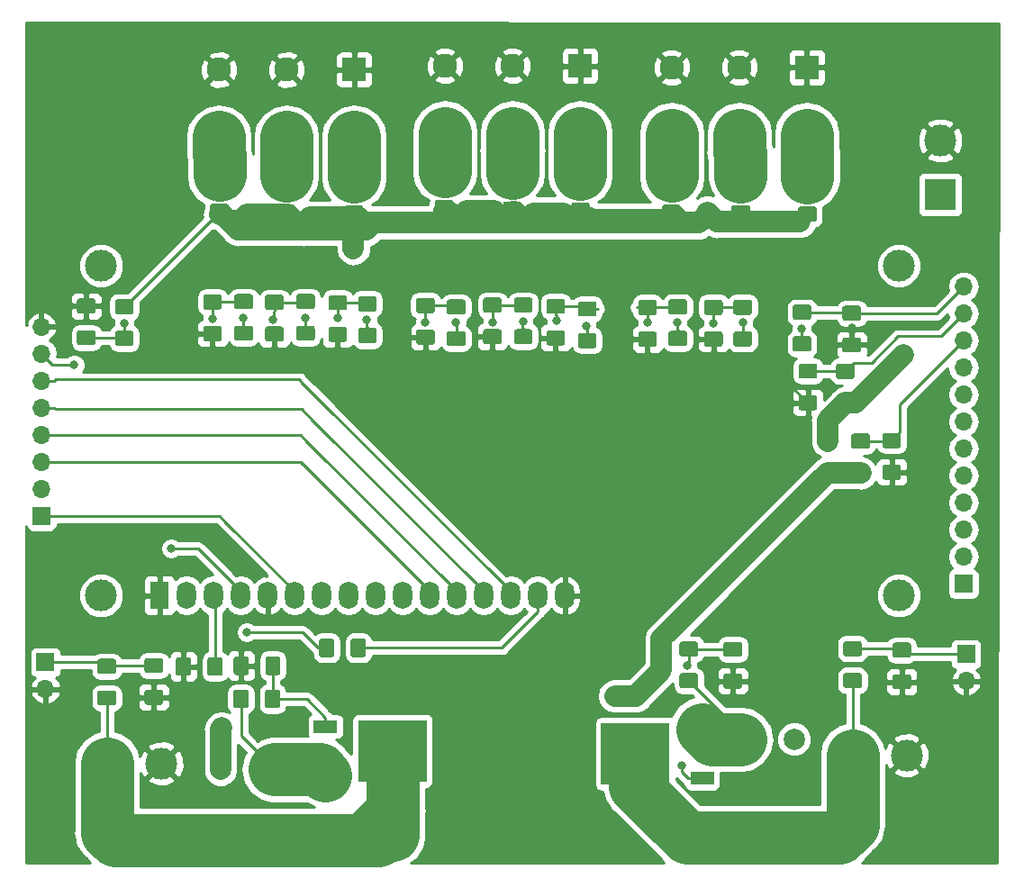
<source format=gbr>
G04 #@! TF.GenerationSoftware,KiCad,Pcbnew,(5.0.1)-4*
G04 #@! TF.CreationDate,2019-01-07T16:42:56+05:30*
G04 #@! TF.ProjectId,monitoring_board,6D6F6E69746F72696E675F626F617264,rev?*
G04 #@! TF.SameCoordinates,Original*
G04 #@! TF.FileFunction,Copper,L1,Top,Signal*
G04 #@! TF.FilePolarity,Positive*
%FSLAX46Y46*%
G04 Gerber Fmt 4.6, Leading zero omitted, Abs format (unit mm)*
G04 Created by KiCad (PCBNEW (5.0.1)-4) date 01/07/19 16:42:56*
%MOMM*%
%LPD*%
G01*
G04 APERTURE LIST*
G04 #@! TA.AperFunction,ComponentPad*
%ADD10R,1.700000X1.700000*%
G04 #@! TD*
G04 #@! TA.AperFunction,ComponentPad*
%ADD11O,1.700000X1.700000*%
G04 #@! TD*
G04 #@! TA.AperFunction,ComponentPad*
%ADD12R,1.800000X2.600000*%
G04 #@! TD*
G04 #@! TA.AperFunction,ComponentPad*
%ADD13O,1.800000X2.600000*%
G04 #@! TD*
G04 #@! TA.AperFunction,ComponentPad*
%ADD14C,3.000000*%
G04 #@! TD*
G04 #@! TA.AperFunction,ComponentPad*
%ADD15C,2.280000*%
G04 #@! TD*
G04 #@! TA.AperFunction,ComponentPad*
%ADD16R,2.280000X2.280000*%
G04 #@! TD*
G04 #@! TA.AperFunction,Conductor*
%ADD17C,0.100000*%
G04 #@! TD*
G04 #@! TA.AperFunction,SMDPad,CuDef*
%ADD18C,1.425000*%
G04 #@! TD*
G04 #@! TA.AperFunction,ComponentPad*
%ADD19C,2.000000*%
G04 #@! TD*
G04 #@! TA.AperFunction,ComponentPad*
%ADD20R,3.000000X3.000000*%
G04 #@! TD*
G04 #@! TA.AperFunction,SMDPad,CuDef*
%ADD21R,2.200000X1.200000*%
G04 #@! TD*
G04 #@! TA.AperFunction,SMDPad,CuDef*
%ADD22R,6.400000X5.800000*%
G04 #@! TD*
G04 #@! TA.AperFunction,SMDPad,CuDef*
%ADD23R,3.050000X2.750000*%
G04 #@! TD*
G04 #@! TA.AperFunction,ViaPad*
%ADD24C,0.800000*%
G04 #@! TD*
G04 #@! TA.AperFunction,Conductor*
%ADD25C,0.250000*%
G04 #@! TD*
G04 #@! TA.AperFunction,Conductor*
%ADD26C,5.000000*%
G04 #@! TD*
G04 #@! TA.AperFunction,Conductor*
%ADD27C,2.000000*%
G04 #@! TD*
G04 #@! TA.AperFunction,Conductor*
%ADD28C,0.254000*%
G04 #@! TD*
G04 APERTURE END LIST*
D10*
G04 #@! TO.P,J7,1*
G04 #@! TO.N,/27*
X139192000Y-91948000D03*
D11*
G04 #@! TO.P,J7,2*
G04 #@! TO.N,/28*
X139192000Y-89408000D03*
G04 #@! TO.P,J7,3*
G04 #@! TO.N,/23*
X139192000Y-86868000D03*
G04 #@! TO.P,J7,4*
G04 #@! TO.N,/24*
X139192000Y-84328000D03*
G04 #@! TO.P,J7,5*
G04 #@! TO.N,/25*
X139192000Y-81788000D03*
G04 #@! TO.P,J7,6*
G04 #@! TO.N,/26*
X139192000Y-79248000D03*
G04 #@! TO.P,J7,7*
G04 #@! TO.N,+5V*
X139192000Y-76708000D03*
G04 #@! TO.P,J7,8*
G04 #@! TO.N,GND*
X139192000Y-74168000D03*
G04 #@! TD*
D12*
G04 #@! TO.P,DS1,1*
G04 #@! TO.N,GND*
X150291800Y-99415600D03*
D13*
G04 #@! TO.P,DS1,2*
G04 #@! TO.N,+5V*
X152831800Y-99415600D03*
G04 #@! TO.P,DS1,3*
G04 #@! TO.N,Net-(DS1-Pad3)*
X155371800Y-99415600D03*
G04 #@! TO.P,DS1,4*
G04 #@! TO.N,/28*
X157911800Y-99415600D03*
G04 #@! TO.P,DS1,5*
G04 #@! TO.N,GND*
X160451800Y-99415600D03*
G04 #@! TO.P,DS1,6*
G04 #@! TO.N,/27*
X162991800Y-99415600D03*
G04 #@! TO.P,DS1,7*
G04 #@! TO.N,Net-(DS1-Pad7)*
X165531800Y-99415600D03*
G04 #@! TO.P,DS1,8*
G04 #@! TO.N,Net-(DS1-Pad8)*
X168071800Y-99415600D03*
G04 #@! TO.P,DS1,9*
G04 #@! TO.N,Net-(DS1-Pad9)*
X170611800Y-99415600D03*
G04 #@! TO.P,DS1,10*
G04 #@! TO.N,Net-(DS1-Pad10)*
X173151800Y-99415600D03*
G04 #@! TO.P,DS1,11*
G04 #@! TO.N,/23*
X175691800Y-99415600D03*
G04 #@! TO.P,DS1,12*
G04 #@! TO.N,/24*
X178231800Y-99415600D03*
G04 #@! TO.P,DS1,13*
G04 #@! TO.N,/25*
X180771800Y-99415600D03*
G04 #@! TO.P,DS1,14*
G04 #@! TO.N,/26*
X183311800Y-99415600D03*
G04 #@! TO.P,DS1,15*
G04 #@! TO.N,Net-(DS1-Pad15)*
X185851800Y-99415600D03*
G04 #@! TO.P,DS1,16*
G04 #@! TO.N,GND*
X188391800Y-99415600D03*
D14*
G04 #@! TO.P,DS1,*
G04 #@! TO.N,*
X144792700Y-99415600D03*
X144792700Y-68414900D03*
X219791280Y-68414900D03*
X219791800Y-99415600D03*
G04 #@! TD*
D15*
G04 #@! TO.P,J4,6*
G04 #@! TO.N,/VESC7*
X198441000Y-56114400D03*
G04 #@! TO.P,J4,5*
G04 #@! TO.N,/VESC8*
X204791000Y-56114400D03*
G04 #@! TO.P,J4,4*
G04 #@! TO.N,/SOV*
X211141000Y-56114400D03*
G04 #@! TO.P,J4,3*
G04 #@! TO.N,GND*
X198441000Y-49764400D03*
G04 #@! TO.P,J4,2*
X204791000Y-49764400D03*
D16*
G04 #@! TO.P,J4,1*
X211141000Y-49764400D03*
G04 #@! TD*
D15*
G04 #@! TO.P,J5,6*
G04 #@! TO.N,/VESC1*
X155896000Y-56343000D03*
G04 #@! TO.P,J5,5*
G04 #@! TO.N,/VESC2*
X162246000Y-56343000D03*
G04 #@! TO.P,J5,4*
G04 #@! TO.N,/VESC3*
X168596000Y-56343000D03*
G04 #@! TO.P,J5,3*
G04 #@! TO.N,GND*
X155896000Y-49993000D03*
G04 #@! TO.P,J5,2*
X162246000Y-49993000D03*
D16*
G04 #@! TO.P,J5,1*
X168596000Y-49993000D03*
G04 #@! TD*
D10*
G04 #@! TO.P,J9,1*
G04 #@! TO.N,Net-(J9-Pad1)*
X139573000Y-105689400D03*
D11*
G04 #@! TO.P,J9,2*
G04 #@! TO.N,GND*
X139573000Y-108229400D03*
G04 #@! TD*
D17*
G04 #@! TO.N,GND*
G04 #@! TO.C,R1*
G36*
X204840104Y-106745004D02*
X204864373Y-106748604D01*
X204888171Y-106754565D01*
X204911271Y-106762830D01*
X204933449Y-106773320D01*
X204954493Y-106785933D01*
X204974198Y-106800547D01*
X204992377Y-106817023D01*
X205008853Y-106835202D01*
X205023467Y-106854907D01*
X205036080Y-106875951D01*
X205046570Y-106898129D01*
X205054835Y-106921229D01*
X205060796Y-106945027D01*
X205064396Y-106969296D01*
X205065600Y-106993800D01*
X205065600Y-107918800D01*
X205064396Y-107943304D01*
X205060796Y-107967573D01*
X205054835Y-107991371D01*
X205046570Y-108014471D01*
X205036080Y-108036649D01*
X205023467Y-108057693D01*
X205008853Y-108077398D01*
X204992377Y-108095577D01*
X204974198Y-108112053D01*
X204954493Y-108126667D01*
X204933449Y-108139280D01*
X204911271Y-108149770D01*
X204888171Y-108158035D01*
X204864373Y-108163996D01*
X204840104Y-108167596D01*
X204815600Y-108168800D01*
X203565600Y-108168800D01*
X203541096Y-108167596D01*
X203516827Y-108163996D01*
X203493029Y-108158035D01*
X203469929Y-108149770D01*
X203447751Y-108139280D01*
X203426707Y-108126667D01*
X203407002Y-108112053D01*
X203388823Y-108095577D01*
X203372347Y-108077398D01*
X203357733Y-108057693D01*
X203345120Y-108036649D01*
X203334630Y-108014471D01*
X203326365Y-107991371D01*
X203320404Y-107967573D01*
X203316804Y-107943304D01*
X203315600Y-107918800D01*
X203315600Y-106993800D01*
X203316804Y-106969296D01*
X203320404Y-106945027D01*
X203326365Y-106921229D01*
X203334630Y-106898129D01*
X203345120Y-106875951D01*
X203357733Y-106854907D01*
X203372347Y-106835202D01*
X203388823Y-106817023D01*
X203407002Y-106800547D01*
X203426707Y-106785933D01*
X203447751Y-106773320D01*
X203469929Y-106762830D01*
X203493029Y-106754565D01*
X203516827Y-106748604D01*
X203541096Y-106745004D01*
X203565600Y-106743800D01*
X204815600Y-106743800D01*
X204840104Y-106745004D01*
X204840104Y-106745004D01*
G37*
D18*
G04 #@! TD*
G04 #@! TO.P,R1,1*
G04 #@! TO.N,GND*
X204190600Y-107456300D03*
D17*
G04 #@! TO.N,Net-(Q1-Pad1)*
G04 #@! TO.C,R1*
G36*
X204840104Y-103770004D02*
X204864373Y-103773604D01*
X204888171Y-103779565D01*
X204911271Y-103787830D01*
X204933449Y-103798320D01*
X204954493Y-103810933D01*
X204974198Y-103825547D01*
X204992377Y-103842023D01*
X205008853Y-103860202D01*
X205023467Y-103879907D01*
X205036080Y-103900951D01*
X205046570Y-103923129D01*
X205054835Y-103946229D01*
X205060796Y-103970027D01*
X205064396Y-103994296D01*
X205065600Y-104018800D01*
X205065600Y-104943800D01*
X205064396Y-104968304D01*
X205060796Y-104992573D01*
X205054835Y-105016371D01*
X205046570Y-105039471D01*
X205036080Y-105061649D01*
X205023467Y-105082693D01*
X205008853Y-105102398D01*
X204992377Y-105120577D01*
X204974198Y-105137053D01*
X204954493Y-105151667D01*
X204933449Y-105164280D01*
X204911271Y-105174770D01*
X204888171Y-105183035D01*
X204864373Y-105188996D01*
X204840104Y-105192596D01*
X204815600Y-105193800D01*
X203565600Y-105193800D01*
X203541096Y-105192596D01*
X203516827Y-105188996D01*
X203493029Y-105183035D01*
X203469929Y-105174770D01*
X203447751Y-105164280D01*
X203426707Y-105151667D01*
X203407002Y-105137053D01*
X203388823Y-105120577D01*
X203372347Y-105102398D01*
X203357733Y-105082693D01*
X203345120Y-105061649D01*
X203334630Y-105039471D01*
X203326365Y-105016371D01*
X203320404Y-104992573D01*
X203316804Y-104968304D01*
X203315600Y-104943800D01*
X203315600Y-104018800D01*
X203316804Y-103994296D01*
X203320404Y-103970027D01*
X203326365Y-103946229D01*
X203334630Y-103923129D01*
X203345120Y-103900951D01*
X203357733Y-103879907D01*
X203372347Y-103860202D01*
X203388823Y-103842023D01*
X203407002Y-103825547D01*
X203426707Y-103810933D01*
X203447751Y-103798320D01*
X203469929Y-103787830D01*
X203493029Y-103779565D01*
X203516827Y-103773604D01*
X203541096Y-103770004D01*
X203565600Y-103768800D01*
X204815600Y-103768800D01*
X204840104Y-103770004D01*
X204840104Y-103770004D01*
G37*
D18*
G04 #@! TD*
G04 #@! TO.P,R1,2*
G04 #@! TO.N,Net-(Q1-Pad1)*
X204190600Y-104481300D03*
D17*
G04 #@! TO.N,GND*
G04 #@! TO.C,R2*
G36*
X158460704Y-105145804D02*
X158484973Y-105149404D01*
X158508771Y-105155365D01*
X158531871Y-105163630D01*
X158554049Y-105174120D01*
X158575093Y-105186733D01*
X158594798Y-105201347D01*
X158612977Y-105217823D01*
X158629453Y-105236002D01*
X158644067Y-105255707D01*
X158656680Y-105276751D01*
X158667170Y-105298929D01*
X158675435Y-105322029D01*
X158681396Y-105345827D01*
X158684996Y-105370096D01*
X158686200Y-105394600D01*
X158686200Y-106644600D01*
X158684996Y-106669104D01*
X158681396Y-106693373D01*
X158675435Y-106717171D01*
X158667170Y-106740271D01*
X158656680Y-106762449D01*
X158644067Y-106783493D01*
X158629453Y-106803198D01*
X158612977Y-106821377D01*
X158594798Y-106837853D01*
X158575093Y-106852467D01*
X158554049Y-106865080D01*
X158531871Y-106875570D01*
X158508771Y-106883835D01*
X158484973Y-106889796D01*
X158460704Y-106893396D01*
X158436200Y-106894600D01*
X157511200Y-106894600D01*
X157486696Y-106893396D01*
X157462427Y-106889796D01*
X157438629Y-106883835D01*
X157415529Y-106875570D01*
X157393351Y-106865080D01*
X157372307Y-106852467D01*
X157352602Y-106837853D01*
X157334423Y-106821377D01*
X157317947Y-106803198D01*
X157303333Y-106783493D01*
X157290720Y-106762449D01*
X157280230Y-106740271D01*
X157271965Y-106717171D01*
X157266004Y-106693373D01*
X157262404Y-106669104D01*
X157261200Y-106644600D01*
X157261200Y-105394600D01*
X157262404Y-105370096D01*
X157266004Y-105345827D01*
X157271965Y-105322029D01*
X157280230Y-105298929D01*
X157290720Y-105276751D01*
X157303333Y-105255707D01*
X157317947Y-105236002D01*
X157334423Y-105217823D01*
X157352602Y-105201347D01*
X157372307Y-105186733D01*
X157393351Y-105174120D01*
X157415529Y-105163630D01*
X157438629Y-105155365D01*
X157462427Y-105149404D01*
X157486696Y-105145804D01*
X157511200Y-105144600D01*
X158436200Y-105144600D01*
X158460704Y-105145804D01*
X158460704Y-105145804D01*
G37*
D18*
G04 #@! TD*
G04 #@! TO.P,R2,1*
G04 #@! TO.N,GND*
X157973700Y-106019600D03*
D17*
G04 #@! TO.N,Net-(Q2-Pad1)*
G04 #@! TO.C,R2*
G36*
X161435704Y-105145804D02*
X161459973Y-105149404D01*
X161483771Y-105155365D01*
X161506871Y-105163630D01*
X161529049Y-105174120D01*
X161550093Y-105186733D01*
X161569798Y-105201347D01*
X161587977Y-105217823D01*
X161604453Y-105236002D01*
X161619067Y-105255707D01*
X161631680Y-105276751D01*
X161642170Y-105298929D01*
X161650435Y-105322029D01*
X161656396Y-105345827D01*
X161659996Y-105370096D01*
X161661200Y-105394600D01*
X161661200Y-106644600D01*
X161659996Y-106669104D01*
X161656396Y-106693373D01*
X161650435Y-106717171D01*
X161642170Y-106740271D01*
X161631680Y-106762449D01*
X161619067Y-106783493D01*
X161604453Y-106803198D01*
X161587977Y-106821377D01*
X161569798Y-106837853D01*
X161550093Y-106852467D01*
X161529049Y-106865080D01*
X161506871Y-106875570D01*
X161483771Y-106883835D01*
X161459973Y-106889796D01*
X161435704Y-106893396D01*
X161411200Y-106894600D01*
X160486200Y-106894600D01*
X160461696Y-106893396D01*
X160437427Y-106889796D01*
X160413629Y-106883835D01*
X160390529Y-106875570D01*
X160368351Y-106865080D01*
X160347307Y-106852467D01*
X160327602Y-106837853D01*
X160309423Y-106821377D01*
X160292947Y-106803198D01*
X160278333Y-106783493D01*
X160265720Y-106762449D01*
X160255230Y-106740271D01*
X160246965Y-106717171D01*
X160241004Y-106693373D01*
X160237404Y-106669104D01*
X160236200Y-106644600D01*
X160236200Y-105394600D01*
X160237404Y-105370096D01*
X160241004Y-105345827D01*
X160246965Y-105322029D01*
X160255230Y-105298929D01*
X160265720Y-105276751D01*
X160278333Y-105255707D01*
X160292947Y-105236002D01*
X160309423Y-105217823D01*
X160327602Y-105201347D01*
X160347307Y-105186733D01*
X160368351Y-105174120D01*
X160390529Y-105163630D01*
X160413629Y-105155365D01*
X160437427Y-105149404D01*
X160461696Y-105145804D01*
X160486200Y-105144600D01*
X161411200Y-105144600D01*
X161435704Y-105145804D01*
X161435704Y-105145804D01*
G37*
D18*
G04 #@! TD*
G04 #@! TO.P,R2,2*
G04 #@! TO.N,Net-(Q2-Pad1)*
X160948700Y-106019600D03*
D17*
G04 #@! TO.N,Net-(F1-Pad2)*
G04 #@! TO.C,R3*
G36*
X200699904Y-106719604D02*
X200724173Y-106723204D01*
X200747971Y-106729165D01*
X200771071Y-106737430D01*
X200793249Y-106747920D01*
X200814293Y-106760533D01*
X200833998Y-106775147D01*
X200852177Y-106791623D01*
X200868653Y-106809802D01*
X200883267Y-106829507D01*
X200895880Y-106850551D01*
X200906370Y-106872729D01*
X200914635Y-106895829D01*
X200920596Y-106919627D01*
X200924196Y-106943896D01*
X200925400Y-106968400D01*
X200925400Y-107893400D01*
X200924196Y-107917904D01*
X200920596Y-107942173D01*
X200914635Y-107965971D01*
X200906370Y-107989071D01*
X200895880Y-108011249D01*
X200883267Y-108032293D01*
X200868653Y-108051998D01*
X200852177Y-108070177D01*
X200833998Y-108086653D01*
X200814293Y-108101267D01*
X200793249Y-108113880D01*
X200771071Y-108124370D01*
X200747971Y-108132635D01*
X200724173Y-108138596D01*
X200699904Y-108142196D01*
X200675400Y-108143400D01*
X199425400Y-108143400D01*
X199400896Y-108142196D01*
X199376627Y-108138596D01*
X199352829Y-108132635D01*
X199329729Y-108124370D01*
X199307551Y-108113880D01*
X199286507Y-108101267D01*
X199266802Y-108086653D01*
X199248623Y-108070177D01*
X199232147Y-108051998D01*
X199217533Y-108032293D01*
X199204920Y-108011249D01*
X199194430Y-107989071D01*
X199186165Y-107965971D01*
X199180204Y-107942173D01*
X199176604Y-107917904D01*
X199175400Y-107893400D01*
X199175400Y-106968400D01*
X199176604Y-106943896D01*
X199180204Y-106919627D01*
X199186165Y-106895829D01*
X199194430Y-106872729D01*
X199204920Y-106850551D01*
X199217533Y-106829507D01*
X199232147Y-106809802D01*
X199248623Y-106791623D01*
X199266802Y-106775147D01*
X199286507Y-106760533D01*
X199307551Y-106747920D01*
X199329729Y-106737430D01*
X199352829Y-106729165D01*
X199376627Y-106723204D01*
X199400896Y-106719604D01*
X199425400Y-106718400D01*
X200675400Y-106718400D01*
X200699904Y-106719604D01*
X200699904Y-106719604D01*
G37*
D18*
G04 #@! TD*
G04 #@! TO.P,R3,2*
G04 #@! TO.N,Net-(F1-Pad2)*
X200050400Y-107430900D03*
D17*
G04 #@! TO.N,Net-(Q1-Pad1)*
G04 #@! TO.C,R3*
G36*
X200699904Y-103744604D02*
X200724173Y-103748204D01*
X200747971Y-103754165D01*
X200771071Y-103762430D01*
X200793249Y-103772920D01*
X200814293Y-103785533D01*
X200833998Y-103800147D01*
X200852177Y-103816623D01*
X200868653Y-103834802D01*
X200883267Y-103854507D01*
X200895880Y-103875551D01*
X200906370Y-103897729D01*
X200914635Y-103920829D01*
X200920596Y-103944627D01*
X200924196Y-103968896D01*
X200925400Y-103993400D01*
X200925400Y-104918400D01*
X200924196Y-104942904D01*
X200920596Y-104967173D01*
X200914635Y-104990971D01*
X200906370Y-105014071D01*
X200895880Y-105036249D01*
X200883267Y-105057293D01*
X200868653Y-105076998D01*
X200852177Y-105095177D01*
X200833998Y-105111653D01*
X200814293Y-105126267D01*
X200793249Y-105138880D01*
X200771071Y-105149370D01*
X200747971Y-105157635D01*
X200724173Y-105163596D01*
X200699904Y-105167196D01*
X200675400Y-105168400D01*
X199425400Y-105168400D01*
X199400896Y-105167196D01*
X199376627Y-105163596D01*
X199352829Y-105157635D01*
X199329729Y-105149370D01*
X199307551Y-105138880D01*
X199286507Y-105126267D01*
X199266802Y-105111653D01*
X199248623Y-105095177D01*
X199232147Y-105076998D01*
X199217533Y-105057293D01*
X199204920Y-105036249D01*
X199194430Y-105014071D01*
X199186165Y-104990971D01*
X199180204Y-104967173D01*
X199176604Y-104942904D01*
X199175400Y-104918400D01*
X199175400Y-103993400D01*
X199176604Y-103968896D01*
X199180204Y-103944627D01*
X199186165Y-103920829D01*
X199194430Y-103897729D01*
X199204920Y-103875551D01*
X199217533Y-103854507D01*
X199232147Y-103834802D01*
X199248623Y-103816623D01*
X199266802Y-103800147D01*
X199286507Y-103785533D01*
X199307551Y-103772920D01*
X199329729Y-103762430D01*
X199352829Y-103754165D01*
X199376627Y-103748204D01*
X199400896Y-103744604D01*
X199425400Y-103743400D01*
X200675400Y-103743400D01*
X200699904Y-103744604D01*
X200699904Y-103744604D01*
G37*
D18*
G04 #@! TD*
G04 #@! TO.P,R3,1*
G04 #@! TO.N,Net-(Q1-Pad1)*
X200050400Y-104455900D03*
D17*
G04 #@! TO.N,Net-(F2-Pad2)*
G04 #@! TO.C,R4*
G36*
X158435304Y-108270004D02*
X158459573Y-108273604D01*
X158483371Y-108279565D01*
X158506471Y-108287830D01*
X158528649Y-108298320D01*
X158549693Y-108310933D01*
X158569398Y-108325547D01*
X158587577Y-108342023D01*
X158604053Y-108360202D01*
X158618667Y-108379907D01*
X158631280Y-108400951D01*
X158641770Y-108423129D01*
X158650035Y-108446229D01*
X158655996Y-108470027D01*
X158659596Y-108494296D01*
X158660800Y-108518800D01*
X158660800Y-109768800D01*
X158659596Y-109793304D01*
X158655996Y-109817573D01*
X158650035Y-109841371D01*
X158641770Y-109864471D01*
X158631280Y-109886649D01*
X158618667Y-109907693D01*
X158604053Y-109927398D01*
X158587577Y-109945577D01*
X158569398Y-109962053D01*
X158549693Y-109976667D01*
X158528649Y-109989280D01*
X158506471Y-109999770D01*
X158483371Y-110008035D01*
X158459573Y-110013996D01*
X158435304Y-110017596D01*
X158410800Y-110018800D01*
X157485800Y-110018800D01*
X157461296Y-110017596D01*
X157437027Y-110013996D01*
X157413229Y-110008035D01*
X157390129Y-109999770D01*
X157367951Y-109989280D01*
X157346907Y-109976667D01*
X157327202Y-109962053D01*
X157309023Y-109945577D01*
X157292547Y-109927398D01*
X157277933Y-109907693D01*
X157265320Y-109886649D01*
X157254830Y-109864471D01*
X157246565Y-109841371D01*
X157240604Y-109817573D01*
X157237004Y-109793304D01*
X157235800Y-109768800D01*
X157235800Y-108518800D01*
X157237004Y-108494296D01*
X157240604Y-108470027D01*
X157246565Y-108446229D01*
X157254830Y-108423129D01*
X157265320Y-108400951D01*
X157277933Y-108379907D01*
X157292547Y-108360202D01*
X157309023Y-108342023D01*
X157327202Y-108325547D01*
X157346907Y-108310933D01*
X157367951Y-108298320D01*
X157390129Y-108287830D01*
X157413229Y-108279565D01*
X157437027Y-108273604D01*
X157461296Y-108270004D01*
X157485800Y-108268800D01*
X158410800Y-108268800D01*
X158435304Y-108270004D01*
X158435304Y-108270004D01*
G37*
D18*
G04 #@! TD*
G04 #@! TO.P,R4,2*
G04 #@! TO.N,Net-(F2-Pad2)*
X157948300Y-109143800D03*
D17*
G04 #@! TO.N,Net-(Q2-Pad1)*
G04 #@! TO.C,R4*
G36*
X161410304Y-108270004D02*
X161434573Y-108273604D01*
X161458371Y-108279565D01*
X161481471Y-108287830D01*
X161503649Y-108298320D01*
X161524693Y-108310933D01*
X161544398Y-108325547D01*
X161562577Y-108342023D01*
X161579053Y-108360202D01*
X161593667Y-108379907D01*
X161606280Y-108400951D01*
X161616770Y-108423129D01*
X161625035Y-108446229D01*
X161630996Y-108470027D01*
X161634596Y-108494296D01*
X161635800Y-108518800D01*
X161635800Y-109768800D01*
X161634596Y-109793304D01*
X161630996Y-109817573D01*
X161625035Y-109841371D01*
X161616770Y-109864471D01*
X161606280Y-109886649D01*
X161593667Y-109907693D01*
X161579053Y-109927398D01*
X161562577Y-109945577D01*
X161544398Y-109962053D01*
X161524693Y-109976667D01*
X161503649Y-109989280D01*
X161481471Y-109999770D01*
X161458371Y-110008035D01*
X161434573Y-110013996D01*
X161410304Y-110017596D01*
X161385800Y-110018800D01*
X160460800Y-110018800D01*
X160436296Y-110017596D01*
X160412027Y-110013996D01*
X160388229Y-110008035D01*
X160365129Y-109999770D01*
X160342951Y-109989280D01*
X160321907Y-109976667D01*
X160302202Y-109962053D01*
X160284023Y-109945577D01*
X160267547Y-109927398D01*
X160252933Y-109907693D01*
X160240320Y-109886649D01*
X160229830Y-109864471D01*
X160221565Y-109841371D01*
X160215604Y-109817573D01*
X160212004Y-109793304D01*
X160210800Y-109768800D01*
X160210800Y-108518800D01*
X160212004Y-108494296D01*
X160215604Y-108470027D01*
X160221565Y-108446229D01*
X160229830Y-108423129D01*
X160240320Y-108400951D01*
X160252933Y-108379907D01*
X160267547Y-108360202D01*
X160284023Y-108342023D01*
X160302202Y-108325547D01*
X160321907Y-108310933D01*
X160342951Y-108298320D01*
X160365129Y-108287830D01*
X160388229Y-108279565D01*
X160412027Y-108273604D01*
X160436296Y-108270004D01*
X160460800Y-108268800D01*
X161385800Y-108268800D01*
X161410304Y-108270004D01*
X161410304Y-108270004D01*
G37*
D18*
G04 #@! TD*
G04 #@! TO.P,R4,1*
G04 #@! TO.N,Net-(Q2-Pad1)*
X160923300Y-109143800D03*
D17*
G04 #@! TO.N,/VIN2*
G04 #@! TO.C,R5*
G36*
X213755504Y-87161604D02*
X213779773Y-87165204D01*
X213803571Y-87171165D01*
X213826671Y-87179430D01*
X213848849Y-87189920D01*
X213869893Y-87202533D01*
X213889598Y-87217147D01*
X213907777Y-87233623D01*
X213924253Y-87251802D01*
X213938867Y-87271507D01*
X213951480Y-87292551D01*
X213961970Y-87314729D01*
X213970235Y-87337829D01*
X213976196Y-87361627D01*
X213979796Y-87385896D01*
X213981000Y-87410400D01*
X213981000Y-88335400D01*
X213979796Y-88359904D01*
X213976196Y-88384173D01*
X213970235Y-88407971D01*
X213961970Y-88431071D01*
X213951480Y-88453249D01*
X213938867Y-88474293D01*
X213924253Y-88493998D01*
X213907777Y-88512177D01*
X213889598Y-88528653D01*
X213869893Y-88543267D01*
X213848849Y-88555880D01*
X213826671Y-88566370D01*
X213803571Y-88574635D01*
X213779773Y-88580596D01*
X213755504Y-88584196D01*
X213731000Y-88585400D01*
X212481000Y-88585400D01*
X212456496Y-88584196D01*
X212432227Y-88580596D01*
X212408429Y-88574635D01*
X212385329Y-88566370D01*
X212363151Y-88555880D01*
X212342107Y-88543267D01*
X212322402Y-88528653D01*
X212304223Y-88512177D01*
X212287747Y-88493998D01*
X212273133Y-88474293D01*
X212260520Y-88453249D01*
X212250030Y-88431071D01*
X212241765Y-88407971D01*
X212235804Y-88384173D01*
X212232204Y-88359904D01*
X212231000Y-88335400D01*
X212231000Y-87410400D01*
X212232204Y-87385896D01*
X212235804Y-87361627D01*
X212241765Y-87337829D01*
X212250030Y-87314729D01*
X212260520Y-87292551D01*
X212273133Y-87271507D01*
X212287747Y-87251802D01*
X212304223Y-87233623D01*
X212322402Y-87217147D01*
X212342107Y-87202533D01*
X212363151Y-87189920D01*
X212385329Y-87179430D01*
X212408429Y-87171165D01*
X212432227Y-87165204D01*
X212456496Y-87161604D01*
X212481000Y-87160400D01*
X213731000Y-87160400D01*
X213755504Y-87161604D01*
X213755504Y-87161604D01*
G37*
D18*
G04 #@! TD*
G04 #@! TO.P,R5,2*
G04 #@! TO.N,/VIN2*
X213106000Y-87872900D03*
D17*
G04 #@! TO.N,/VNUC*
G04 #@! TO.C,R5*
G36*
X213755504Y-84186604D02*
X213779773Y-84190204D01*
X213803571Y-84196165D01*
X213826671Y-84204430D01*
X213848849Y-84214920D01*
X213869893Y-84227533D01*
X213889598Y-84242147D01*
X213907777Y-84258623D01*
X213924253Y-84276802D01*
X213938867Y-84296507D01*
X213951480Y-84317551D01*
X213961970Y-84339729D01*
X213970235Y-84362829D01*
X213976196Y-84386627D01*
X213979796Y-84410896D01*
X213981000Y-84435400D01*
X213981000Y-85360400D01*
X213979796Y-85384904D01*
X213976196Y-85409173D01*
X213970235Y-85432971D01*
X213961970Y-85456071D01*
X213951480Y-85478249D01*
X213938867Y-85499293D01*
X213924253Y-85518998D01*
X213907777Y-85537177D01*
X213889598Y-85553653D01*
X213869893Y-85568267D01*
X213848849Y-85580880D01*
X213826671Y-85591370D01*
X213803571Y-85599635D01*
X213779773Y-85605596D01*
X213755504Y-85609196D01*
X213731000Y-85610400D01*
X212481000Y-85610400D01*
X212456496Y-85609196D01*
X212432227Y-85605596D01*
X212408429Y-85599635D01*
X212385329Y-85591370D01*
X212363151Y-85580880D01*
X212342107Y-85568267D01*
X212322402Y-85553653D01*
X212304223Y-85537177D01*
X212287747Y-85518998D01*
X212273133Y-85499293D01*
X212260520Y-85478249D01*
X212250030Y-85456071D01*
X212241765Y-85432971D01*
X212235804Y-85409173D01*
X212232204Y-85384904D01*
X212231000Y-85360400D01*
X212231000Y-84435400D01*
X212232204Y-84410896D01*
X212235804Y-84386627D01*
X212241765Y-84362829D01*
X212250030Y-84339729D01*
X212260520Y-84317551D01*
X212273133Y-84296507D01*
X212287747Y-84276802D01*
X212304223Y-84258623D01*
X212322402Y-84242147D01*
X212342107Y-84227533D01*
X212363151Y-84214920D01*
X212385329Y-84204430D01*
X212408429Y-84196165D01*
X212432227Y-84190204D01*
X212456496Y-84186604D01*
X212481000Y-84185400D01*
X213731000Y-84185400D01*
X213755504Y-84186604D01*
X213755504Y-84186604D01*
G37*
D18*
G04 #@! TD*
G04 #@! TO.P,R5,1*
G04 #@! TO.N,/VNUC*
X213106000Y-84897900D03*
D17*
G04 #@! TO.N,/VIN1*
G04 #@! TO.C,R6*
G36*
X156580104Y-62574404D02*
X156604373Y-62578004D01*
X156628171Y-62583965D01*
X156651271Y-62592230D01*
X156673449Y-62602720D01*
X156694493Y-62615333D01*
X156714198Y-62629947D01*
X156732377Y-62646423D01*
X156748853Y-62664602D01*
X156763467Y-62684307D01*
X156776080Y-62705351D01*
X156786570Y-62727529D01*
X156794835Y-62750629D01*
X156800796Y-62774427D01*
X156804396Y-62798696D01*
X156805600Y-62823200D01*
X156805600Y-63748200D01*
X156804396Y-63772704D01*
X156800796Y-63796973D01*
X156794835Y-63820771D01*
X156786570Y-63843871D01*
X156776080Y-63866049D01*
X156763467Y-63887093D01*
X156748853Y-63906798D01*
X156732377Y-63924977D01*
X156714198Y-63941453D01*
X156694493Y-63956067D01*
X156673449Y-63968680D01*
X156651271Y-63979170D01*
X156628171Y-63987435D01*
X156604373Y-63993396D01*
X156580104Y-63996996D01*
X156555600Y-63998200D01*
X155305600Y-63998200D01*
X155281096Y-63996996D01*
X155256827Y-63993396D01*
X155233029Y-63987435D01*
X155209929Y-63979170D01*
X155187751Y-63968680D01*
X155166707Y-63956067D01*
X155147002Y-63941453D01*
X155128823Y-63924977D01*
X155112347Y-63906798D01*
X155097733Y-63887093D01*
X155085120Y-63866049D01*
X155074630Y-63843871D01*
X155066365Y-63820771D01*
X155060404Y-63796973D01*
X155056804Y-63772704D01*
X155055600Y-63748200D01*
X155055600Y-62823200D01*
X155056804Y-62798696D01*
X155060404Y-62774427D01*
X155066365Y-62750629D01*
X155074630Y-62727529D01*
X155085120Y-62705351D01*
X155097733Y-62684307D01*
X155112347Y-62664602D01*
X155128823Y-62646423D01*
X155147002Y-62629947D01*
X155166707Y-62615333D01*
X155187751Y-62602720D01*
X155209929Y-62592230D01*
X155233029Y-62583965D01*
X155256827Y-62578004D01*
X155281096Y-62574404D01*
X155305600Y-62573200D01*
X156555600Y-62573200D01*
X156580104Y-62574404D01*
X156580104Y-62574404D01*
G37*
D18*
G04 #@! TD*
G04 #@! TO.P,R6,2*
G04 #@! TO.N,/VIN1*
X155930600Y-63285700D03*
D17*
G04 #@! TO.N,/VESC1*
G04 #@! TO.C,R6*
G36*
X156580104Y-59599404D02*
X156604373Y-59603004D01*
X156628171Y-59608965D01*
X156651271Y-59617230D01*
X156673449Y-59627720D01*
X156694493Y-59640333D01*
X156714198Y-59654947D01*
X156732377Y-59671423D01*
X156748853Y-59689602D01*
X156763467Y-59709307D01*
X156776080Y-59730351D01*
X156786570Y-59752529D01*
X156794835Y-59775629D01*
X156800796Y-59799427D01*
X156804396Y-59823696D01*
X156805600Y-59848200D01*
X156805600Y-60773200D01*
X156804396Y-60797704D01*
X156800796Y-60821973D01*
X156794835Y-60845771D01*
X156786570Y-60868871D01*
X156776080Y-60891049D01*
X156763467Y-60912093D01*
X156748853Y-60931798D01*
X156732377Y-60949977D01*
X156714198Y-60966453D01*
X156694493Y-60981067D01*
X156673449Y-60993680D01*
X156651271Y-61004170D01*
X156628171Y-61012435D01*
X156604373Y-61018396D01*
X156580104Y-61021996D01*
X156555600Y-61023200D01*
X155305600Y-61023200D01*
X155281096Y-61021996D01*
X155256827Y-61018396D01*
X155233029Y-61012435D01*
X155209929Y-61004170D01*
X155187751Y-60993680D01*
X155166707Y-60981067D01*
X155147002Y-60966453D01*
X155128823Y-60949977D01*
X155112347Y-60931798D01*
X155097733Y-60912093D01*
X155085120Y-60891049D01*
X155074630Y-60868871D01*
X155066365Y-60845771D01*
X155060404Y-60821973D01*
X155056804Y-60797704D01*
X155055600Y-60773200D01*
X155055600Y-59848200D01*
X155056804Y-59823696D01*
X155060404Y-59799427D01*
X155066365Y-59775629D01*
X155074630Y-59752529D01*
X155085120Y-59730351D01*
X155097733Y-59709307D01*
X155112347Y-59689602D01*
X155128823Y-59671423D01*
X155147002Y-59654947D01*
X155166707Y-59640333D01*
X155187751Y-59627720D01*
X155209929Y-59617230D01*
X155233029Y-59608965D01*
X155256827Y-59603004D01*
X155281096Y-59599404D01*
X155305600Y-59598200D01*
X156555600Y-59598200D01*
X156580104Y-59599404D01*
X156580104Y-59599404D01*
G37*
D18*
G04 #@! TD*
G04 #@! TO.P,R6,1*
G04 #@! TO.N,/VESC1*
X155930600Y-60310700D03*
D17*
G04 #@! TO.N,/VESC2*
G04 #@! TO.C,R7*
G36*
X162777704Y-59650204D02*
X162801973Y-59653804D01*
X162825771Y-59659765D01*
X162848871Y-59668030D01*
X162871049Y-59678520D01*
X162892093Y-59691133D01*
X162911798Y-59705747D01*
X162929977Y-59722223D01*
X162946453Y-59740402D01*
X162961067Y-59760107D01*
X162973680Y-59781151D01*
X162984170Y-59803329D01*
X162992435Y-59826429D01*
X162998396Y-59850227D01*
X163001996Y-59874496D01*
X163003200Y-59899000D01*
X163003200Y-60824000D01*
X163001996Y-60848504D01*
X162998396Y-60872773D01*
X162992435Y-60896571D01*
X162984170Y-60919671D01*
X162973680Y-60941849D01*
X162961067Y-60962893D01*
X162946453Y-60982598D01*
X162929977Y-61000777D01*
X162911798Y-61017253D01*
X162892093Y-61031867D01*
X162871049Y-61044480D01*
X162848871Y-61054970D01*
X162825771Y-61063235D01*
X162801973Y-61069196D01*
X162777704Y-61072796D01*
X162753200Y-61074000D01*
X161503200Y-61074000D01*
X161478696Y-61072796D01*
X161454427Y-61069196D01*
X161430629Y-61063235D01*
X161407529Y-61054970D01*
X161385351Y-61044480D01*
X161364307Y-61031867D01*
X161344602Y-61017253D01*
X161326423Y-61000777D01*
X161309947Y-60982598D01*
X161295333Y-60962893D01*
X161282720Y-60941849D01*
X161272230Y-60919671D01*
X161263965Y-60896571D01*
X161258004Y-60872773D01*
X161254404Y-60848504D01*
X161253200Y-60824000D01*
X161253200Y-59899000D01*
X161254404Y-59874496D01*
X161258004Y-59850227D01*
X161263965Y-59826429D01*
X161272230Y-59803329D01*
X161282720Y-59781151D01*
X161295333Y-59760107D01*
X161309947Y-59740402D01*
X161326423Y-59722223D01*
X161344602Y-59705747D01*
X161364307Y-59691133D01*
X161385351Y-59678520D01*
X161407529Y-59668030D01*
X161430629Y-59659765D01*
X161454427Y-59653804D01*
X161478696Y-59650204D01*
X161503200Y-59649000D01*
X162753200Y-59649000D01*
X162777704Y-59650204D01*
X162777704Y-59650204D01*
G37*
D18*
G04 #@! TD*
G04 #@! TO.P,R7,1*
G04 #@! TO.N,/VESC2*
X162128200Y-60361500D03*
D17*
G04 #@! TO.N,/VIN1*
G04 #@! TO.C,R7*
G36*
X162777704Y-62625204D02*
X162801973Y-62628804D01*
X162825771Y-62634765D01*
X162848871Y-62643030D01*
X162871049Y-62653520D01*
X162892093Y-62666133D01*
X162911798Y-62680747D01*
X162929977Y-62697223D01*
X162946453Y-62715402D01*
X162961067Y-62735107D01*
X162973680Y-62756151D01*
X162984170Y-62778329D01*
X162992435Y-62801429D01*
X162998396Y-62825227D01*
X163001996Y-62849496D01*
X163003200Y-62874000D01*
X163003200Y-63799000D01*
X163001996Y-63823504D01*
X162998396Y-63847773D01*
X162992435Y-63871571D01*
X162984170Y-63894671D01*
X162973680Y-63916849D01*
X162961067Y-63937893D01*
X162946453Y-63957598D01*
X162929977Y-63975777D01*
X162911798Y-63992253D01*
X162892093Y-64006867D01*
X162871049Y-64019480D01*
X162848871Y-64029970D01*
X162825771Y-64038235D01*
X162801973Y-64044196D01*
X162777704Y-64047796D01*
X162753200Y-64049000D01*
X161503200Y-64049000D01*
X161478696Y-64047796D01*
X161454427Y-64044196D01*
X161430629Y-64038235D01*
X161407529Y-64029970D01*
X161385351Y-64019480D01*
X161364307Y-64006867D01*
X161344602Y-63992253D01*
X161326423Y-63975777D01*
X161309947Y-63957598D01*
X161295333Y-63937893D01*
X161282720Y-63916849D01*
X161272230Y-63894671D01*
X161263965Y-63871571D01*
X161258004Y-63847773D01*
X161254404Y-63823504D01*
X161253200Y-63799000D01*
X161253200Y-62874000D01*
X161254404Y-62849496D01*
X161258004Y-62825227D01*
X161263965Y-62801429D01*
X161272230Y-62778329D01*
X161282720Y-62756151D01*
X161295333Y-62735107D01*
X161309947Y-62715402D01*
X161326423Y-62697223D01*
X161344602Y-62680747D01*
X161364307Y-62666133D01*
X161385351Y-62653520D01*
X161407529Y-62643030D01*
X161430629Y-62634765D01*
X161454427Y-62628804D01*
X161478696Y-62625204D01*
X161503200Y-62624000D01*
X162753200Y-62624000D01*
X162777704Y-62625204D01*
X162777704Y-62625204D01*
G37*
D18*
G04 #@! TD*
G04 #@! TO.P,R7,2*
G04 #@! TO.N,/VIN1*
X162128200Y-63336500D03*
D17*
G04 #@! TO.N,/VIN1*
G04 #@! TO.C,R8*
G36*
X169229304Y-62726804D02*
X169253573Y-62730404D01*
X169277371Y-62736365D01*
X169300471Y-62744630D01*
X169322649Y-62755120D01*
X169343693Y-62767733D01*
X169363398Y-62782347D01*
X169381577Y-62798823D01*
X169398053Y-62817002D01*
X169412667Y-62836707D01*
X169425280Y-62857751D01*
X169435770Y-62879929D01*
X169444035Y-62903029D01*
X169449996Y-62926827D01*
X169453596Y-62951096D01*
X169454800Y-62975600D01*
X169454800Y-63900600D01*
X169453596Y-63925104D01*
X169449996Y-63949373D01*
X169444035Y-63973171D01*
X169435770Y-63996271D01*
X169425280Y-64018449D01*
X169412667Y-64039493D01*
X169398053Y-64059198D01*
X169381577Y-64077377D01*
X169363398Y-64093853D01*
X169343693Y-64108467D01*
X169322649Y-64121080D01*
X169300471Y-64131570D01*
X169277371Y-64139835D01*
X169253573Y-64145796D01*
X169229304Y-64149396D01*
X169204800Y-64150600D01*
X167954800Y-64150600D01*
X167930296Y-64149396D01*
X167906027Y-64145796D01*
X167882229Y-64139835D01*
X167859129Y-64131570D01*
X167836951Y-64121080D01*
X167815907Y-64108467D01*
X167796202Y-64093853D01*
X167778023Y-64077377D01*
X167761547Y-64059198D01*
X167746933Y-64039493D01*
X167734320Y-64018449D01*
X167723830Y-63996271D01*
X167715565Y-63973171D01*
X167709604Y-63949373D01*
X167706004Y-63925104D01*
X167704800Y-63900600D01*
X167704800Y-62975600D01*
X167706004Y-62951096D01*
X167709604Y-62926827D01*
X167715565Y-62903029D01*
X167723830Y-62879929D01*
X167734320Y-62857751D01*
X167746933Y-62836707D01*
X167761547Y-62817002D01*
X167778023Y-62798823D01*
X167796202Y-62782347D01*
X167815907Y-62767733D01*
X167836951Y-62755120D01*
X167859129Y-62744630D01*
X167882229Y-62736365D01*
X167906027Y-62730404D01*
X167930296Y-62726804D01*
X167954800Y-62725600D01*
X169204800Y-62725600D01*
X169229304Y-62726804D01*
X169229304Y-62726804D01*
G37*
D18*
G04 #@! TD*
G04 #@! TO.P,R8,2*
G04 #@! TO.N,/VIN1*
X168579800Y-63438100D03*
D17*
G04 #@! TO.N,/VESC3*
G04 #@! TO.C,R8*
G36*
X169229304Y-59751804D02*
X169253573Y-59755404D01*
X169277371Y-59761365D01*
X169300471Y-59769630D01*
X169322649Y-59780120D01*
X169343693Y-59792733D01*
X169363398Y-59807347D01*
X169381577Y-59823823D01*
X169398053Y-59842002D01*
X169412667Y-59861707D01*
X169425280Y-59882751D01*
X169435770Y-59904929D01*
X169444035Y-59928029D01*
X169449996Y-59951827D01*
X169453596Y-59976096D01*
X169454800Y-60000600D01*
X169454800Y-60925600D01*
X169453596Y-60950104D01*
X169449996Y-60974373D01*
X169444035Y-60998171D01*
X169435770Y-61021271D01*
X169425280Y-61043449D01*
X169412667Y-61064493D01*
X169398053Y-61084198D01*
X169381577Y-61102377D01*
X169363398Y-61118853D01*
X169343693Y-61133467D01*
X169322649Y-61146080D01*
X169300471Y-61156570D01*
X169277371Y-61164835D01*
X169253573Y-61170796D01*
X169229304Y-61174396D01*
X169204800Y-61175600D01*
X167954800Y-61175600D01*
X167930296Y-61174396D01*
X167906027Y-61170796D01*
X167882229Y-61164835D01*
X167859129Y-61156570D01*
X167836951Y-61146080D01*
X167815907Y-61133467D01*
X167796202Y-61118853D01*
X167778023Y-61102377D01*
X167761547Y-61084198D01*
X167746933Y-61064493D01*
X167734320Y-61043449D01*
X167723830Y-61021271D01*
X167715565Y-60998171D01*
X167709604Y-60974373D01*
X167706004Y-60950104D01*
X167704800Y-60925600D01*
X167704800Y-60000600D01*
X167706004Y-59976096D01*
X167709604Y-59951827D01*
X167715565Y-59928029D01*
X167723830Y-59904929D01*
X167734320Y-59882751D01*
X167746933Y-59861707D01*
X167761547Y-59842002D01*
X167778023Y-59823823D01*
X167796202Y-59807347D01*
X167815907Y-59792733D01*
X167836951Y-59780120D01*
X167859129Y-59769630D01*
X167882229Y-59761365D01*
X167906027Y-59755404D01*
X167930296Y-59751804D01*
X167954800Y-59750600D01*
X169204800Y-59750600D01*
X169229304Y-59751804D01*
X169229304Y-59751804D01*
G37*
D18*
G04 #@! TD*
G04 #@! TO.P,R8,1*
G04 #@! TO.N,/VESC3*
X168579800Y-60463100D03*
D17*
G04 #@! TO.N,/VESC4*
G04 #@! TO.C,R9*
G36*
X177712904Y-59243804D02*
X177737173Y-59247404D01*
X177760971Y-59253365D01*
X177784071Y-59261630D01*
X177806249Y-59272120D01*
X177827293Y-59284733D01*
X177846998Y-59299347D01*
X177865177Y-59315823D01*
X177881653Y-59334002D01*
X177896267Y-59353707D01*
X177908880Y-59374751D01*
X177919370Y-59396929D01*
X177927635Y-59420029D01*
X177933596Y-59443827D01*
X177937196Y-59468096D01*
X177938400Y-59492600D01*
X177938400Y-60417600D01*
X177937196Y-60442104D01*
X177933596Y-60466373D01*
X177927635Y-60490171D01*
X177919370Y-60513271D01*
X177908880Y-60535449D01*
X177896267Y-60556493D01*
X177881653Y-60576198D01*
X177865177Y-60594377D01*
X177846998Y-60610853D01*
X177827293Y-60625467D01*
X177806249Y-60638080D01*
X177784071Y-60648570D01*
X177760971Y-60656835D01*
X177737173Y-60662796D01*
X177712904Y-60666396D01*
X177688400Y-60667600D01*
X176438400Y-60667600D01*
X176413896Y-60666396D01*
X176389627Y-60662796D01*
X176365829Y-60656835D01*
X176342729Y-60648570D01*
X176320551Y-60638080D01*
X176299507Y-60625467D01*
X176279802Y-60610853D01*
X176261623Y-60594377D01*
X176245147Y-60576198D01*
X176230533Y-60556493D01*
X176217920Y-60535449D01*
X176207430Y-60513271D01*
X176199165Y-60490171D01*
X176193204Y-60466373D01*
X176189604Y-60442104D01*
X176188400Y-60417600D01*
X176188400Y-59492600D01*
X176189604Y-59468096D01*
X176193204Y-59443827D01*
X176199165Y-59420029D01*
X176207430Y-59396929D01*
X176217920Y-59374751D01*
X176230533Y-59353707D01*
X176245147Y-59334002D01*
X176261623Y-59315823D01*
X176279802Y-59299347D01*
X176299507Y-59284733D01*
X176320551Y-59272120D01*
X176342729Y-59261630D01*
X176365829Y-59253365D01*
X176389627Y-59247404D01*
X176413896Y-59243804D01*
X176438400Y-59242600D01*
X177688400Y-59242600D01*
X177712904Y-59243804D01*
X177712904Y-59243804D01*
G37*
D18*
G04 #@! TD*
G04 #@! TO.P,R9,1*
G04 #@! TO.N,/VESC4*
X177063400Y-59955100D03*
D17*
G04 #@! TO.N,/VIN1*
G04 #@! TO.C,R9*
G36*
X177712904Y-62218804D02*
X177737173Y-62222404D01*
X177760971Y-62228365D01*
X177784071Y-62236630D01*
X177806249Y-62247120D01*
X177827293Y-62259733D01*
X177846998Y-62274347D01*
X177865177Y-62290823D01*
X177881653Y-62309002D01*
X177896267Y-62328707D01*
X177908880Y-62349751D01*
X177919370Y-62371929D01*
X177927635Y-62395029D01*
X177933596Y-62418827D01*
X177937196Y-62443096D01*
X177938400Y-62467600D01*
X177938400Y-63392600D01*
X177937196Y-63417104D01*
X177933596Y-63441373D01*
X177927635Y-63465171D01*
X177919370Y-63488271D01*
X177908880Y-63510449D01*
X177896267Y-63531493D01*
X177881653Y-63551198D01*
X177865177Y-63569377D01*
X177846998Y-63585853D01*
X177827293Y-63600467D01*
X177806249Y-63613080D01*
X177784071Y-63623570D01*
X177760971Y-63631835D01*
X177737173Y-63637796D01*
X177712904Y-63641396D01*
X177688400Y-63642600D01*
X176438400Y-63642600D01*
X176413896Y-63641396D01*
X176389627Y-63637796D01*
X176365829Y-63631835D01*
X176342729Y-63623570D01*
X176320551Y-63613080D01*
X176299507Y-63600467D01*
X176279802Y-63585853D01*
X176261623Y-63569377D01*
X176245147Y-63551198D01*
X176230533Y-63531493D01*
X176217920Y-63510449D01*
X176207430Y-63488271D01*
X176199165Y-63465171D01*
X176193204Y-63441373D01*
X176189604Y-63417104D01*
X176188400Y-63392600D01*
X176188400Y-62467600D01*
X176189604Y-62443096D01*
X176193204Y-62418827D01*
X176199165Y-62395029D01*
X176207430Y-62371929D01*
X176217920Y-62349751D01*
X176230533Y-62328707D01*
X176245147Y-62309002D01*
X176261623Y-62290823D01*
X176279802Y-62274347D01*
X176299507Y-62259733D01*
X176320551Y-62247120D01*
X176342729Y-62236630D01*
X176365829Y-62228365D01*
X176389627Y-62222404D01*
X176413896Y-62218804D01*
X176438400Y-62217600D01*
X177688400Y-62217600D01*
X177712904Y-62218804D01*
X177712904Y-62218804D01*
G37*
D18*
G04 #@! TD*
G04 #@! TO.P,R9,2*
G04 #@! TO.N,/VIN1*
X177063400Y-62930100D03*
D17*
G04 #@! TO.N,/VIN1*
G04 #@! TO.C,R10*
G36*
X184113704Y-62371204D02*
X184137973Y-62374804D01*
X184161771Y-62380765D01*
X184184871Y-62389030D01*
X184207049Y-62399520D01*
X184228093Y-62412133D01*
X184247798Y-62426747D01*
X184265977Y-62443223D01*
X184282453Y-62461402D01*
X184297067Y-62481107D01*
X184309680Y-62502151D01*
X184320170Y-62524329D01*
X184328435Y-62547429D01*
X184334396Y-62571227D01*
X184337996Y-62595496D01*
X184339200Y-62620000D01*
X184339200Y-63545000D01*
X184337996Y-63569504D01*
X184334396Y-63593773D01*
X184328435Y-63617571D01*
X184320170Y-63640671D01*
X184309680Y-63662849D01*
X184297067Y-63683893D01*
X184282453Y-63703598D01*
X184265977Y-63721777D01*
X184247798Y-63738253D01*
X184228093Y-63752867D01*
X184207049Y-63765480D01*
X184184871Y-63775970D01*
X184161771Y-63784235D01*
X184137973Y-63790196D01*
X184113704Y-63793796D01*
X184089200Y-63795000D01*
X182839200Y-63795000D01*
X182814696Y-63793796D01*
X182790427Y-63790196D01*
X182766629Y-63784235D01*
X182743529Y-63775970D01*
X182721351Y-63765480D01*
X182700307Y-63752867D01*
X182680602Y-63738253D01*
X182662423Y-63721777D01*
X182645947Y-63703598D01*
X182631333Y-63683893D01*
X182618720Y-63662849D01*
X182608230Y-63640671D01*
X182599965Y-63617571D01*
X182594004Y-63593773D01*
X182590404Y-63569504D01*
X182589200Y-63545000D01*
X182589200Y-62620000D01*
X182590404Y-62595496D01*
X182594004Y-62571227D01*
X182599965Y-62547429D01*
X182608230Y-62524329D01*
X182618720Y-62502151D01*
X182631333Y-62481107D01*
X182645947Y-62461402D01*
X182662423Y-62443223D01*
X182680602Y-62426747D01*
X182700307Y-62412133D01*
X182721351Y-62399520D01*
X182743529Y-62389030D01*
X182766629Y-62380765D01*
X182790427Y-62374804D01*
X182814696Y-62371204D01*
X182839200Y-62370000D01*
X184089200Y-62370000D01*
X184113704Y-62371204D01*
X184113704Y-62371204D01*
G37*
D18*
G04 #@! TD*
G04 #@! TO.P,R10,2*
G04 #@! TO.N,/VIN1*
X183464200Y-63082500D03*
D17*
G04 #@! TO.N,/VESC5*
G04 #@! TO.C,R10*
G36*
X184113704Y-59396204D02*
X184137973Y-59399804D01*
X184161771Y-59405765D01*
X184184871Y-59414030D01*
X184207049Y-59424520D01*
X184228093Y-59437133D01*
X184247798Y-59451747D01*
X184265977Y-59468223D01*
X184282453Y-59486402D01*
X184297067Y-59506107D01*
X184309680Y-59527151D01*
X184320170Y-59549329D01*
X184328435Y-59572429D01*
X184334396Y-59596227D01*
X184337996Y-59620496D01*
X184339200Y-59645000D01*
X184339200Y-60570000D01*
X184337996Y-60594504D01*
X184334396Y-60618773D01*
X184328435Y-60642571D01*
X184320170Y-60665671D01*
X184309680Y-60687849D01*
X184297067Y-60708893D01*
X184282453Y-60728598D01*
X184265977Y-60746777D01*
X184247798Y-60763253D01*
X184228093Y-60777867D01*
X184207049Y-60790480D01*
X184184871Y-60800970D01*
X184161771Y-60809235D01*
X184137973Y-60815196D01*
X184113704Y-60818796D01*
X184089200Y-60820000D01*
X182839200Y-60820000D01*
X182814696Y-60818796D01*
X182790427Y-60815196D01*
X182766629Y-60809235D01*
X182743529Y-60800970D01*
X182721351Y-60790480D01*
X182700307Y-60777867D01*
X182680602Y-60763253D01*
X182662423Y-60746777D01*
X182645947Y-60728598D01*
X182631333Y-60708893D01*
X182618720Y-60687849D01*
X182608230Y-60665671D01*
X182599965Y-60642571D01*
X182594004Y-60618773D01*
X182590404Y-60594504D01*
X182589200Y-60570000D01*
X182589200Y-59645000D01*
X182590404Y-59620496D01*
X182594004Y-59596227D01*
X182599965Y-59572429D01*
X182608230Y-59549329D01*
X182618720Y-59527151D01*
X182631333Y-59506107D01*
X182645947Y-59486402D01*
X182662423Y-59468223D01*
X182680602Y-59451747D01*
X182700307Y-59437133D01*
X182721351Y-59424520D01*
X182743529Y-59414030D01*
X182766629Y-59405765D01*
X182790427Y-59399804D01*
X182814696Y-59396204D01*
X182839200Y-59395000D01*
X184089200Y-59395000D01*
X184113704Y-59396204D01*
X184113704Y-59396204D01*
G37*
D18*
G04 #@! TD*
G04 #@! TO.P,R10,1*
G04 #@! TO.N,/VESC5*
X183464200Y-60107500D03*
D17*
G04 #@! TO.N,/VESC6*
G04 #@! TO.C,R11*
G36*
X190514504Y-59497804D02*
X190538773Y-59501404D01*
X190562571Y-59507365D01*
X190585671Y-59515630D01*
X190607849Y-59526120D01*
X190628893Y-59538733D01*
X190648598Y-59553347D01*
X190666777Y-59569823D01*
X190683253Y-59588002D01*
X190697867Y-59607707D01*
X190710480Y-59628751D01*
X190720970Y-59650929D01*
X190729235Y-59674029D01*
X190735196Y-59697827D01*
X190738796Y-59722096D01*
X190740000Y-59746600D01*
X190740000Y-60671600D01*
X190738796Y-60696104D01*
X190735196Y-60720373D01*
X190729235Y-60744171D01*
X190720970Y-60767271D01*
X190710480Y-60789449D01*
X190697867Y-60810493D01*
X190683253Y-60830198D01*
X190666777Y-60848377D01*
X190648598Y-60864853D01*
X190628893Y-60879467D01*
X190607849Y-60892080D01*
X190585671Y-60902570D01*
X190562571Y-60910835D01*
X190538773Y-60916796D01*
X190514504Y-60920396D01*
X190490000Y-60921600D01*
X189240000Y-60921600D01*
X189215496Y-60920396D01*
X189191227Y-60916796D01*
X189167429Y-60910835D01*
X189144329Y-60902570D01*
X189122151Y-60892080D01*
X189101107Y-60879467D01*
X189081402Y-60864853D01*
X189063223Y-60848377D01*
X189046747Y-60830198D01*
X189032133Y-60810493D01*
X189019520Y-60789449D01*
X189009030Y-60767271D01*
X189000765Y-60744171D01*
X188994804Y-60720373D01*
X188991204Y-60696104D01*
X188990000Y-60671600D01*
X188990000Y-59746600D01*
X188991204Y-59722096D01*
X188994804Y-59697827D01*
X189000765Y-59674029D01*
X189009030Y-59650929D01*
X189019520Y-59628751D01*
X189032133Y-59607707D01*
X189046747Y-59588002D01*
X189063223Y-59569823D01*
X189081402Y-59553347D01*
X189101107Y-59538733D01*
X189122151Y-59526120D01*
X189144329Y-59515630D01*
X189167429Y-59507365D01*
X189191227Y-59501404D01*
X189215496Y-59497804D01*
X189240000Y-59496600D01*
X190490000Y-59496600D01*
X190514504Y-59497804D01*
X190514504Y-59497804D01*
G37*
D18*
G04 #@! TD*
G04 #@! TO.P,R11,1*
G04 #@! TO.N,/VESC6*
X189865000Y-60209100D03*
D17*
G04 #@! TO.N,/VIN1*
G04 #@! TO.C,R11*
G36*
X190514504Y-62472804D02*
X190538773Y-62476404D01*
X190562571Y-62482365D01*
X190585671Y-62490630D01*
X190607849Y-62501120D01*
X190628893Y-62513733D01*
X190648598Y-62528347D01*
X190666777Y-62544823D01*
X190683253Y-62563002D01*
X190697867Y-62582707D01*
X190710480Y-62603751D01*
X190720970Y-62625929D01*
X190729235Y-62649029D01*
X190735196Y-62672827D01*
X190738796Y-62697096D01*
X190740000Y-62721600D01*
X190740000Y-63646600D01*
X190738796Y-63671104D01*
X190735196Y-63695373D01*
X190729235Y-63719171D01*
X190720970Y-63742271D01*
X190710480Y-63764449D01*
X190697867Y-63785493D01*
X190683253Y-63805198D01*
X190666777Y-63823377D01*
X190648598Y-63839853D01*
X190628893Y-63854467D01*
X190607849Y-63867080D01*
X190585671Y-63877570D01*
X190562571Y-63885835D01*
X190538773Y-63891796D01*
X190514504Y-63895396D01*
X190490000Y-63896600D01*
X189240000Y-63896600D01*
X189215496Y-63895396D01*
X189191227Y-63891796D01*
X189167429Y-63885835D01*
X189144329Y-63877570D01*
X189122151Y-63867080D01*
X189101107Y-63854467D01*
X189081402Y-63839853D01*
X189063223Y-63823377D01*
X189046747Y-63805198D01*
X189032133Y-63785493D01*
X189019520Y-63764449D01*
X189009030Y-63742271D01*
X189000765Y-63719171D01*
X188994804Y-63695373D01*
X188991204Y-63671104D01*
X188990000Y-63646600D01*
X188990000Y-62721600D01*
X188991204Y-62697096D01*
X188994804Y-62672827D01*
X189000765Y-62649029D01*
X189009030Y-62625929D01*
X189019520Y-62603751D01*
X189032133Y-62582707D01*
X189046747Y-62563002D01*
X189063223Y-62544823D01*
X189081402Y-62528347D01*
X189101107Y-62513733D01*
X189122151Y-62501120D01*
X189144329Y-62490630D01*
X189167429Y-62482365D01*
X189191227Y-62476404D01*
X189215496Y-62472804D01*
X189240000Y-62471600D01*
X190490000Y-62471600D01*
X190514504Y-62472804D01*
X190514504Y-62472804D01*
G37*
D18*
G04 #@! TD*
G04 #@! TO.P,R11,2*
G04 #@! TO.N,/VIN1*
X189865000Y-63184100D03*
D17*
G04 #@! TO.N,/VIN1*
G04 #@! TO.C,R12*
G36*
X199074304Y-62676004D02*
X199098573Y-62679604D01*
X199122371Y-62685565D01*
X199145471Y-62693830D01*
X199167649Y-62704320D01*
X199188693Y-62716933D01*
X199208398Y-62731547D01*
X199226577Y-62748023D01*
X199243053Y-62766202D01*
X199257667Y-62785907D01*
X199270280Y-62806951D01*
X199280770Y-62829129D01*
X199289035Y-62852229D01*
X199294996Y-62876027D01*
X199298596Y-62900296D01*
X199299800Y-62924800D01*
X199299800Y-63849800D01*
X199298596Y-63874304D01*
X199294996Y-63898573D01*
X199289035Y-63922371D01*
X199280770Y-63945471D01*
X199270280Y-63967649D01*
X199257667Y-63988693D01*
X199243053Y-64008398D01*
X199226577Y-64026577D01*
X199208398Y-64043053D01*
X199188693Y-64057667D01*
X199167649Y-64070280D01*
X199145471Y-64080770D01*
X199122371Y-64089035D01*
X199098573Y-64094996D01*
X199074304Y-64098596D01*
X199049800Y-64099800D01*
X197799800Y-64099800D01*
X197775296Y-64098596D01*
X197751027Y-64094996D01*
X197727229Y-64089035D01*
X197704129Y-64080770D01*
X197681951Y-64070280D01*
X197660907Y-64057667D01*
X197641202Y-64043053D01*
X197623023Y-64026577D01*
X197606547Y-64008398D01*
X197591933Y-63988693D01*
X197579320Y-63967649D01*
X197568830Y-63945471D01*
X197560565Y-63922371D01*
X197554604Y-63898573D01*
X197551004Y-63874304D01*
X197549800Y-63849800D01*
X197549800Y-62924800D01*
X197551004Y-62900296D01*
X197554604Y-62876027D01*
X197560565Y-62852229D01*
X197568830Y-62829129D01*
X197579320Y-62806951D01*
X197591933Y-62785907D01*
X197606547Y-62766202D01*
X197623023Y-62748023D01*
X197641202Y-62731547D01*
X197660907Y-62716933D01*
X197681951Y-62704320D01*
X197704129Y-62693830D01*
X197727229Y-62685565D01*
X197751027Y-62679604D01*
X197775296Y-62676004D01*
X197799800Y-62674800D01*
X199049800Y-62674800D01*
X199074304Y-62676004D01*
X199074304Y-62676004D01*
G37*
D18*
G04 #@! TD*
G04 #@! TO.P,R12,2*
G04 #@! TO.N,/VIN1*
X198424800Y-63387300D03*
D17*
G04 #@! TO.N,/VESC7*
G04 #@! TO.C,R12*
G36*
X199074304Y-59701004D02*
X199098573Y-59704604D01*
X199122371Y-59710565D01*
X199145471Y-59718830D01*
X199167649Y-59729320D01*
X199188693Y-59741933D01*
X199208398Y-59756547D01*
X199226577Y-59773023D01*
X199243053Y-59791202D01*
X199257667Y-59810907D01*
X199270280Y-59831951D01*
X199280770Y-59854129D01*
X199289035Y-59877229D01*
X199294996Y-59901027D01*
X199298596Y-59925296D01*
X199299800Y-59949800D01*
X199299800Y-60874800D01*
X199298596Y-60899304D01*
X199294996Y-60923573D01*
X199289035Y-60947371D01*
X199280770Y-60970471D01*
X199270280Y-60992649D01*
X199257667Y-61013693D01*
X199243053Y-61033398D01*
X199226577Y-61051577D01*
X199208398Y-61068053D01*
X199188693Y-61082667D01*
X199167649Y-61095280D01*
X199145471Y-61105770D01*
X199122371Y-61114035D01*
X199098573Y-61119996D01*
X199074304Y-61123596D01*
X199049800Y-61124800D01*
X197799800Y-61124800D01*
X197775296Y-61123596D01*
X197751027Y-61119996D01*
X197727229Y-61114035D01*
X197704129Y-61105770D01*
X197681951Y-61095280D01*
X197660907Y-61082667D01*
X197641202Y-61068053D01*
X197623023Y-61051577D01*
X197606547Y-61033398D01*
X197591933Y-61013693D01*
X197579320Y-60992649D01*
X197568830Y-60970471D01*
X197560565Y-60947371D01*
X197554604Y-60923573D01*
X197551004Y-60899304D01*
X197549800Y-60874800D01*
X197549800Y-59949800D01*
X197551004Y-59925296D01*
X197554604Y-59901027D01*
X197560565Y-59877229D01*
X197568830Y-59854129D01*
X197579320Y-59831951D01*
X197591933Y-59810907D01*
X197606547Y-59791202D01*
X197623023Y-59773023D01*
X197641202Y-59756547D01*
X197660907Y-59741933D01*
X197681951Y-59729320D01*
X197704129Y-59718830D01*
X197727229Y-59710565D01*
X197751027Y-59704604D01*
X197775296Y-59701004D01*
X197799800Y-59699800D01*
X199049800Y-59699800D01*
X199074304Y-59701004D01*
X199074304Y-59701004D01*
G37*
D18*
G04 #@! TD*
G04 #@! TO.P,R12,1*
G04 #@! TO.N,/VESC7*
X198424800Y-60412300D03*
D17*
G04 #@! TO.N,/VESC8*
G04 #@! TO.C,R13*
G36*
X205576704Y-59726404D02*
X205600973Y-59730004D01*
X205624771Y-59735965D01*
X205647871Y-59744230D01*
X205670049Y-59754720D01*
X205691093Y-59767333D01*
X205710798Y-59781947D01*
X205728977Y-59798423D01*
X205745453Y-59816602D01*
X205760067Y-59836307D01*
X205772680Y-59857351D01*
X205783170Y-59879529D01*
X205791435Y-59902629D01*
X205797396Y-59926427D01*
X205800996Y-59950696D01*
X205802200Y-59975200D01*
X205802200Y-60900200D01*
X205800996Y-60924704D01*
X205797396Y-60948973D01*
X205791435Y-60972771D01*
X205783170Y-60995871D01*
X205772680Y-61018049D01*
X205760067Y-61039093D01*
X205745453Y-61058798D01*
X205728977Y-61076977D01*
X205710798Y-61093453D01*
X205691093Y-61108067D01*
X205670049Y-61120680D01*
X205647871Y-61131170D01*
X205624771Y-61139435D01*
X205600973Y-61145396D01*
X205576704Y-61148996D01*
X205552200Y-61150200D01*
X204302200Y-61150200D01*
X204277696Y-61148996D01*
X204253427Y-61145396D01*
X204229629Y-61139435D01*
X204206529Y-61131170D01*
X204184351Y-61120680D01*
X204163307Y-61108067D01*
X204143602Y-61093453D01*
X204125423Y-61076977D01*
X204108947Y-61058798D01*
X204094333Y-61039093D01*
X204081720Y-61018049D01*
X204071230Y-60995871D01*
X204062965Y-60972771D01*
X204057004Y-60948973D01*
X204053404Y-60924704D01*
X204052200Y-60900200D01*
X204052200Y-59975200D01*
X204053404Y-59950696D01*
X204057004Y-59926427D01*
X204062965Y-59902629D01*
X204071230Y-59879529D01*
X204081720Y-59857351D01*
X204094333Y-59836307D01*
X204108947Y-59816602D01*
X204125423Y-59798423D01*
X204143602Y-59781947D01*
X204163307Y-59767333D01*
X204184351Y-59754720D01*
X204206529Y-59744230D01*
X204229629Y-59735965D01*
X204253427Y-59730004D01*
X204277696Y-59726404D01*
X204302200Y-59725200D01*
X205552200Y-59725200D01*
X205576704Y-59726404D01*
X205576704Y-59726404D01*
G37*
D18*
G04 #@! TD*
G04 #@! TO.P,R13,1*
G04 #@! TO.N,/VESC8*
X204927200Y-60437700D03*
D17*
G04 #@! TO.N,/VIN1*
G04 #@! TO.C,R13*
G36*
X205576704Y-62701404D02*
X205600973Y-62705004D01*
X205624771Y-62710965D01*
X205647871Y-62719230D01*
X205670049Y-62729720D01*
X205691093Y-62742333D01*
X205710798Y-62756947D01*
X205728977Y-62773423D01*
X205745453Y-62791602D01*
X205760067Y-62811307D01*
X205772680Y-62832351D01*
X205783170Y-62854529D01*
X205791435Y-62877629D01*
X205797396Y-62901427D01*
X205800996Y-62925696D01*
X205802200Y-62950200D01*
X205802200Y-63875200D01*
X205800996Y-63899704D01*
X205797396Y-63923973D01*
X205791435Y-63947771D01*
X205783170Y-63970871D01*
X205772680Y-63993049D01*
X205760067Y-64014093D01*
X205745453Y-64033798D01*
X205728977Y-64051977D01*
X205710798Y-64068453D01*
X205691093Y-64083067D01*
X205670049Y-64095680D01*
X205647871Y-64106170D01*
X205624771Y-64114435D01*
X205600973Y-64120396D01*
X205576704Y-64123996D01*
X205552200Y-64125200D01*
X204302200Y-64125200D01*
X204277696Y-64123996D01*
X204253427Y-64120396D01*
X204229629Y-64114435D01*
X204206529Y-64106170D01*
X204184351Y-64095680D01*
X204163307Y-64083067D01*
X204143602Y-64068453D01*
X204125423Y-64051977D01*
X204108947Y-64033798D01*
X204094333Y-64014093D01*
X204081720Y-63993049D01*
X204071230Y-63970871D01*
X204062965Y-63947771D01*
X204057004Y-63923973D01*
X204053404Y-63899704D01*
X204052200Y-63875200D01*
X204052200Y-62950200D01*
X204053404Y-62925696D01*
X204057004Y-62901427D01*
X204062965Y-62877629D01*
X204071230Y-62854529D01*
X204081720Y-62832351D01*
X204094333Y-62811307D01*
X204108947Y-62791602D01*
X204125423Y-62773423D01*
X204143602Y-62756947D01*
X204163307Y-62742333D01*
X204184351Y-62729720D01*
X204206529Y-62719230D01*
X204229629Y-62710965D01*
X204253427Y-62705004D01*
X204277696Y-62701404D01*
X204302200Y-62700200D01*
X205552200Y-62700200D01*
X205576704Y-62701404D01*
X205576704Y-62701404D01*
G37*
D18*
G04 #@! TD*
G04 #@! TO.P,R13,2*
G04 #@! TO.N,/VIN1*
X204927200Y-63412700D03*
D17*
G04 #@! TO.N,/SOV*
G04 #@! TO.C,R14*
G36*
X211850504Y-59878804D02*
X211874773Y-59882404D01*
X211898571Y-59888365D01*
X211921671Y-59896630D01*
X211943849Y-59907120D01*
X211964893Y-59919733D01*
X211984598Y-59934347D01*
X212002777Y-59950823D01*
X212019253Y-59969002D01*
X212033867Y-59988707D01*
X212046480Y-60009751D01*
X212056970Y-60031929D01*
X212065235Y-60055029D01*
X212071196Y-60078827D01*
X212074796Y-60103096D01*
X212076000Y-60127600D01*
X212076000Y-61052600D01*
X212074796Y-61077104D01*
X212071196Y-61101373D01*
X212065235Y-61125171D01*
X212056970Y-61148271D01*
X212046480Y-61170449D01*
X212033867Y-61191493D01*
X212019253Y-61211198D01*
X212002777Y-61229377D01*
X211984598Y-61245853D01*
X211964893Y-61260467D01*
X211943849Y-61273080D01*
X211921671Y-61283570D01*
X211898571Y-61291835D01*
X211874773Y-61297796D01*
X211850504Y-61301396D01*
X211826000Y-61302600D01*
X210576000Y-61302600D01*
X210551496Y-61301396D01*
X210527227Y-61297796D01*
X210503429Y-61291835D01*
X210480329Y-61283570D01*
X210458151Y-61273080D01*
X210437107Y-61260467D01*
X210417402Y-61245853D01*
X210399223Y-61229377D01*
X210382747Y-61211198D01*
X210368133Y-61191493D01*
X210355520Y-61170449D01*
X210345030Y-61148271D01*
X210336765Y-61125171D01*
X210330804Y-61101373D01*
X210327204Y-61077104D01*
X210326000Y-61052600D01*
X210326000Y-60127600D01*
X210327204Y-60103096D01*
X210330804Y-60078827D01*
X210336765Y-60055029D01*
X210345030Y-60031929D01*
X210355520Y-60009751D01*
X210368133Y-59988707D01*
X210382747Y-59969002D01*
X210399223Y-59950823D01*
X210417402Y-59934347D01*
X210437107Y-59919733D01*
X210458151Y-59907120D01*
X210480329Y-59896630D01*
X210503429Y-59888365D01*
X210527227Y-59882404D01*
X210551496Y-59878804D01*
X210576000Y-59877600D01*
X211826000Y-59877600D01*
X211850504Y-59878804D01*
X211850504Y-59878804D01*
G37*
D18*
G04 #@! TD*
G04 #@! TO.P,R14,1*
G04 #@! TO.N,/SOV*
X211201000Y-60590100D03*
D17*
G04 #@! TO.N,/VIN1*
G04 #@! TO.C,R14*
G36*
X211850504Y-62853804D02*
X211874773Y-62857404D01*
X211898571Y-62863365D01*
X211921671Y-62871630D01*
X211943849Y-62882120D01*
X211964893Y-62894733D01*
X211984598Y-62909347D01*
X212002777Y-62925823D01*
X212019253Y-62944002D01*
X212033867Y-62963707D01*
X212046480Y-62984751D01*
X212056970Y-63006929D01*
X212065235Y-63030029D01*
X212071196Y-63053827D01*
X212074796Y-63078096D01*
X212076000Y-63102600D01*
X212076000Y-64027600D01*
X212074796Y-64052104D01*
X212071196Y-64076373D01*
X212065235Y-64100171D01*
X212056970Y-64123271D01*
X212046480Y-64145449D01*
X212033867Y-64166493D01*
X212019253Y-64186198D01*
X212002777Y-64204377D01*
X211984598Y-64220853D01*
X211964893Y-64235467D01*
X211943849Y-64248080D01*
X211921671Y-64258570D01*
X211898571Y-64266835D01*
X211874773Y-64272796D01*
X211850504Y-64276396D01*
X211826000Y-64277600D01*
X210576000Y-64277600D01*
X210551496Y-64276396D01*
X210527227Y-64272796D01*
X210503429Y-64266835D01*
X210480329Y-64258570D01*
X210458151Y-64248080D01*
X210437107Y-64235467D01*
X210417402Y-64220853D01*
X210399223Y-64204377D01*
X210382747Y-64186198D01*
X210368133Y-64166493D01*
X210355520Y-64145449D01*
X210345030Y-64123271D01*
X210336765Y-64100171D01*
X210330804Y-64076373D01*
X210327204Y-64052104D01*
X210326000Y-64027600D01*
X210326000Y-63102600D01*
X210327204Y-63078096D01*
X210330804Y-63053827D01*
X210336765Y-63030029D01*
X210345030Y-63006929D01*
X210355520Y-62984751D01*
X210368133Y-62963707D01*
X210382747Y-62944002D01*
X210399223Y-62925823D01*
X210417402Y-62909347D01*
X210437107Y-62894733D01*
X210458151Y-62882120D01*
X210480329Y-62871630D01*
X210503429Y-62863365D01*
X210527227Y-62857404D01*
X210551496Y-62853804D01*
X210576000Y-62852600D01*
X211826000Y-62852600D01*
X211850504Y-62853804D01*
X211850504Y-62853804D01*
G37*
D18*
G04 #@! TD*
G04 #@! TO.P,R14,2*
G04 #@! TO.N,/VIN1*
X211201000Y-63565100D03*
D17*
G04 #@! TO.N,/VESC1*
G04 #@! TO.C,R15*
G36*
X158846686Y-74051665D02*
X158870955Y-74055265D01*
X158894753Y-74061226D01*
X158917853Y-74069491D01*
X158940031Y-74079981D01*
X158961075Y-74092594D01*
X158980780Y-74107208D01*
X158998959Y-74123684D01*
X159015435Y-74141863D01*
X159030049Y-74161568D01*
X159042662Y-74182612D01*
X159053152Y-74204790D01*
X159061417Y-74227890D01*
X159067378Y-74251688D01*
X159070978Y-74275957D01*
X159072182Y-74300461D01*
X159072182Y-75225461D01*
X159070978Y-75249965D01*
X159067378Y-75274234D01*
X159061417Y-75298032D01*
X159053152Y-75321132D01*
X159042662Y-75343310D01*
X159030049Y-75364354D01*
X159015435Y-75384059D01*
X158998959Y-75402238D01*
X158980780Y-75418714D01*
X158961075Y-75433328D01*
X158940031Y-75445941D01*
X158917853Y-75456431D01*
X158894753Y-75464696D01*
X158870955Y-75470657D01*
X158846686Y-75474257D01*
X158822182Y-75475461D01*
X157572182Y-75475461D01*
X157547678Y-75474257D01*
X157523409Y-75470657D01*
X157499611Y-75464696D01*
X157476511Y-75456431D01*
X157454333Y-75445941D01*
X157433289Y-75433328D01*
X157413584Y-75418714D01*
X157395405Y-75402238D01*
X157378929Y-75384059D01*
X157364315Y-75364354D01*
X157351702Y-75343310D01*
X157341212Y-75321132D01*
X157332947Y-75298032D01*
X157326986Y-75274234D01*
X157323386Y-75249965D01*
X157322182Y-75225461D01*
X157322182Y-74300461D01*
X157323386Y-74275957D01*
X157326986Y-74251688D01*
X157332947Y-74227890D01*
X157341212Y-74204790D01*
X157351702Y-74182612D01*
X157364315Y-74161568D01*
X157378929Y-74141863D01*
X157395405Y-74123684D01*
X157413584Y-74107208D01*
X157433289Y-74092594D01*
X157454333Y-74079981D01*
X157476511Y-74069491D01*
X157499611Y-74061226D01*
X157523409Y-74055265D01*
X157547678Y-74051665D01*
X157572182Y-74050461D01*
X158822182Y-74050461D01*
X158846686Y-74051665D01*
X158846686Y-74051665D01*
G37*
D18*
G04 #@! TD*
G04 #@! TO.P,R15,2*
G04 #@! TO.N,/VESC1*
X158197182Y-74762961D03*
D17*
G04 #@! TO.N,/A1*
G04 #@! TO.C,R15*
G36*
X158846686Y-71076665D02*
X158870955Y-71080265D01*
X158894753Y-71086226D01*
X158917853Y-71094491D01*
X158940031Y-71104981D01*
X158961075Y-71117594D01*
X158980780Y-71132208D01*
X158998959Y-71148684D01*
X159015435Y-71166863D01*
X159030049Y-71186568D01*
X159042662Y-71207612D01*
X159053152Y-71229790D01*
X159061417Y-71252890D01*
X159067378Y-71276688D01*
X159070978Y-71300957D01*
X159072182Y-71325461D01*
X159072182Y-72250461D01*
X159070978Y-72274965D01*
X159067378Y-72299234D01*
X159061417Y-72323032D01*
X159053152Y-72346132D01*
X159042662Y-72368310D01*
X159030049Y-72389354D01*
X159015435Y-72409059D01*
X158998959Y-72427238D01*
X158980780Y-72443714D01*
X158961075Y-72458328D01*
X158940031Y-72470941D01*
X158917853Y-72481431D01*
X158894753Y-72489696D01*
X158870955Y-72495657D01*
X158846686Y-72499257D01*
X158822182Y-72500461D01*
X157572182Y-72500461D01*
X157547678Y-72499257D01*
X157523409Y-72495657D01*
X157499611Y-72489696D01*
X157476511Y-72481431D01*
X157454333Y-72470941D01*
X157433289Y-72458328D01*
X157413584Y-72443714D01*
X157395405Y-72427238D01*
X157378929Y-72409059D01*
X157364315Y-72389354D01*
X157351702Y-72368310D01*
X157341212Y-72346132D01*
X157332947Y-72323032D01*
X157326986Y-72299234D01*
X157323386Y-72274965D01*
X157322182Y-72250461D01*
X157322182Y-71325461D01*
X157323386Y-71300957D01*
X157326986Y-71276688D01*
X157332947Y-71252890D01*
X157341212Y-71229790D01*
X157351702Y-71207612D01*
X157364315Y-71186568D01*
X157378929Y-71166863D01*
X157395405Y-71148684D01*
X157413584Y-71132208D01*
X157433289Y-71117594D01*
X157454333Y-71104981D01*
X157476511Y-71094491D01*
X157499611Y-71086226D01*
X157523409Y-71080265D01*
X157547678Y-71076665D01*
X157572182Y-71075461D01*
X158822182Y-71075461D01*
X158846686Y-71076665D01*
X158846686Y-71076665D01*
G37*
D18*
G04 #@! TD*
G04 #@! TO.P,R15,1*
G04 #@! TO.N,/A1*
X158197182Y-71787961D03*
D17*
G04 #@! TO.N,GND*
G04 #@! TO.C,R16*
G36*
X155925686Y-74088165D02*
X155949955Y-74091765D01*
X155973753Y-74097726D01*
X155996853Y-74105991D01*
X156019031Y-74116481D01*
X156040075Y-74129094D01*
X156059780Y-74143708D01*
X156077959Y-74160184D01*
X156094435Y-74178363D01*
X156109049Y-74198068D01*
X156121662Y-74219112D01*
X156132152Y-74241290D01*
X156140417Y-74264390D01*
X156146378Y-74288188D01*
X156149978Y-74312457D01*
X156151182Y-74336961D01*
X156151182Y-75261961D01*
X156149978Y-75286465D01*
X156146378Y-75310734D01*
X156140417Y-75334532D01*
X156132152Y-75357632D01*
X156121662Y-75379810D01*
X156109049Y-75400854D01*
X156094435Y-75420559D01*
X156077959Y-75438738D01*
X156059780Y-75455214D01*
X156040075Y-75469828D01*
X156019031Y-75482441D01*
X155996853Y-75492931D01*
X155973753Y-75501196D01*
X155949955Y-75507157D01*
X155925686Y-75510757D01*
X155901182Y-75511961D01*
X154651182Y-75511961D01*
X154626678Y-75510757D01*
X154602409Y-75507157D01*
X154578611Y-75501196D01*
X154555511Y-75492931D01*
X154533333Y-75482441D01*
X154512289Y-75469828D01*
X154492584Y-75455214D01*
X154474405Y-75438738D01*
X154457929Y-75420559D01*
X154443315Y-75400854D01*
X154430702Y-75379810D01*
X154420212Y-75357632D01*
X154411947Y-75334532D01*
X154405986Y-75310734D01*
X154402386Y-75286465D01*
X154401182Y-75261961D01*
X154401182Y-74336961D01*
X154402386Y-74312457D01*
X154405986Y-74288188D01*
X154411947Y-74264390D01*
X154420212Y-74241290D01*
X154430702Y-74219112D01*
X154443315Y-74198068D01*
X154457929Y-74178363D01*
X154474405Y-74160184D01*
X154492584Y-74143708D01*
X154512289Y-74129094D01*
X154533333Y-74116481D01*
X154555511Y-74105991D01*
X154578611Y-74097726D01*
X154602409Y-74091765D01*
X154626678Y-74088165D01*
X154651182Y-74086961D01*
X155901182Y-74086961D01*
X155925686Y-74088165D01*
X155925686Y-74088165D01*
G37*
D18*
G04 #@! TD*
G04 #@! TO.P,R16,1*
G04 #@! TO.N,GND*
X155276182Y-74799461D03*
D17*
G04 #@! TO.N,/A1*
G04 #@! TO.C,R16*
G36*
X155925686Y-71113165D02*
X155949955Y-71116765D01*
X155973753Y-71122726D01*
X155996853Y-71130991D01*
X156019031Y-71141481D01*
X156040075Y-71154094D01*
X156059780Y-71168708D01*
X156077959Y-71185184D01*
X156094435Y-71203363D01*
X156109049Y-71223068D01*
X156121662Y-71244112D01*
X156132152Y-71266290D01*
X156140417Y-71289390D01*
X156146378Y-71313188D01*
X156149978Y-71337457D01*
X156151182Y-71361961D01*
X156151182Y-72286961D01*
X156149978Y-72311465D01*
X156146378Y-72335734D01*
X156140417Y-72359532D01*
X156132152Y-72382632D01*
X156121662Y-72404810D01*
X156109049Y-72425854D01*
X156094435Y-72445559D01*
X156077959Y-72463738D01*
X156059780Y-72480214D01*
X156040075Y-72494828D01*
X156019031Y-72507441D01*
X155996853Y-72517931D01*
X155973753Y-72526196D01*
X155949955Y-72532157D01*
X155925686Y-72535757D01*
X155901182Y-72536961D01*
X154651182Y-72536961D01*
X154626678Y-72535757D01*
X154602409Y-72532157D01*
X154578611Y-72526196D01*
X154555511Y-72517931D01*
X154533333Y-72507441D01*
X154512289Y-72494828D01*
X154492584Y-72480214D01*
X154474405Y-72463738D01*
X154457929Y-72445559D01*
X154443315Y-72425854D01*
X154430702Y-72404810D01*
X154420212Y-72382632D01*
X154411947Y-72359532D01*
X154405986Y-72335734D01*
X154402386Y-72311465D01*
X154401182Y-72286961D01*
X154401182Y-71361961D01*
X154402386Y-71337457D01*
X154405986Y-71313188D01*
X154411947Y-71289390D01*
X154420212Y-71266290D01*
X154430702Y-71244112D01*
X154443315Y-71223068D01*
X154457929Y-71203363D01*
X154474405Y-71185184D01*
X154492584Y-71168708D01*
X154512289Y-71154094D01*
X154533333Y-71141481D01*
X154555511Y-71130991D01*
X154578611Y-71122726D01*
X154602409Y-71116765D01*
X154626678Y-71113165D01*
X154651182Y-71111961D01*
X155901182Y-71111961D01*
X155925686Y-71113165D01*
X155925686Y-71113165D01*
G37*
D18*
G04 #@! TD*
G04 #@! TO.P,R16,2*
G04 #@! TO.N,/A1*
X155276182Y-71824461D03*
D17*
G04 #@! TO.N,/VESC5*
G04 #@! TO.C,R17*
G36*
X185135686Y-74381865D02*
X185159955Y-74385465D01*
X185183753Y-74391426D01*
X185206853Y-74399691D01*
X185229031Y-74410181D01*
X185250075Y-74422794D01*
X185269780Y-74437408D01*
X185287959Y-74453884D01*
X185304435Y-74472063D01*
X185319049Y-74491768D01*
X185331662Y-74512812D01*
X185342152Y-74534990D01*
X185350417Y-74558090D01*
X185356378Y-74581888D01*
X185359978Y-74606157D01*
X185361182Y-74630661D01*
X185361182Y-75555661D01*
X185359978Y-75580165D01*
X185356378Y-75604434D01*
X185350417Y-75628232D01*
X185342152Y-75651332D01*
X185331662Y-75673510D01*
X185319049Y-75694554D01*
X185304435Y-75714259D01*
X185287959Y-75732438D01*
X185269780Y-75748914D01*
X185250075Y-75763528D01*
X185229031Y-75776141D01*
X185206853Y-75786631D01*
X185183753Y-75794896D01*
X185159955Y-75800857D01*
X185135686Y-75804457D01*
X185111182Y-75805661D01*
X183861182Y-75805661D01*
X183836678Y-75804457D01*
X183812409Y-75800857D01*
X183788611Y-75794896D01*
X183765511Y-75786631D01*
X183743333Y-75776141D01*
X183722289Y-75763528D01*
X183702584Y-75748914D01*
X183684405Y-75732438D01*
X183667929Y-75714259D01*
X183653315Y-75694554D01*
X183640702Y-75673510D01*
X183630212Y-75651332D01*
X183621947Y-75628232D01*
X183615986Y-75604434D01*
X183612386Y-75580165D01*
X183611182Y-75555661D01*
X183611182Y-74630661D01*
X183612386Y-74606157D01*
X183615986Y-74581888D01*
X183621947Y-74558090D01*
X183630212Y-74534990D01*
X183640702Y-74512812D01*
X183653315Y-74491768D01*
X183667929Y-74472063D01*
X183684405Y-74453884D01*
X183702584Y-74437408D01*
X183722289Y-74422794D01*
X183743333Y-74410181D01*
X183765511Y-74399691D01*
X183788611Y-74391426D01*
X183812409Y-74385465D01*
X183836678Y-74381865D01*
X183861182Y-74380661D01*
X185111182Y-74380661D01*
X185135686Y-74381865D01*
X185135686Y-74381865D01*
G37*
D18*
G04 #@! TD*
G04 #@! TO.P,R17,2*
G04 #@! TO.N,/VESC5*
X184486182Y-75093161D03*
D17*
G04 #@! TO.N,/A5*
G04 #@! TO.C,R17*
G36*
X185135686Y-71406865D02*
X185159955Y-71410465D01*
X185183753Y-71416426D01*
X185206853Y-71424691D01*
X185229031Y-71435181D01*
X185250075Y-71447794D01*
X185269780Y-71462408D01*
X185287959Y-71478884D01*
X185304435Y-71497063D01*
X185319049Y-71516768D01*
X185331662Y-71537812D01*
X185342152Y-71559990D01*
X185350417Y-71583090D01*
X185356378Y-71606888D01*
X185359978Y-71631157D01*
X185361182Y-71655661D01*
X185361182Y-72580661D01*
X185359978Y-72605165D01*
X185356378Y-72629434D01*
X185350417Y-72653232D01*
X185342152Y-72676332D01*
X185331662Y-72698510D01*
X185319049Y-72719554D01*
X185304435Y-72739259D01*
X185287959Y-72757438D01*
X185269780Y-72773914D01*
X185250075Y-72788528D01*
X185229031Y-72801141D01*
X185206853Y-72811631D01*
X185183753Y-72819896D01*
X185159955Y-72825857D01*
X185135686Y-72829457D01*
X185111182Y-72830661D01*
X183861182Y-72830661D01*
X183836678Y-72829457D01*
X183812409Y-72825857D01*
X183788611Y-72819896D01*
X183765511Y-72811631D01*
X183743333Y-72801141D01*
X183722289Y-72788528D01*
X183702584Y-72773914D01*
X183684405Y-72757438D01*
X183667929Y-72739259D01*
X183653315Y-72719554D01*
X183640702Y-72698510D01*
X183630212Y-72676332D01*
X183621947Y-72653232D01*
X183615986Y-72629434D01*
X183612386Y-72605165D01*
X183611182Y-72580661D01*
X183611182Y-71655661D01*
X183612386Y-71631157D01*
X183615986Y-71606888D01*
X183621947Y-71583090D01*
X183630212Y-71559990D01*
X183640702Y-71537812D01*
X183653315Y-71516768D01*
X183667929Y-71497063D01*
X183684405Y-71478884D01*
X183702584Y-71462408D01*
X183722289Y-71447794D01*
X183743333Y-71435181D01*
X183765511Y-71424691D01*
X183788611Y-71416426D01*
X183812409Y-71410465D01*
X183836678Y-71406865D01*
X183861182Y-71405661D01*
X185111182Y-71405661D01*
X185135686Y-71406865D01*
X185135686Y-71406865D01*
G37*
D18*
G04 #@! TD*
G04 #@! TO.P,R17,1*
G04 #@! TO.N,/A5*
X184486182Y-72118161D03*
D17*
G04 #@! TO.N,GND*
G04 #@! TO.C,R18*
G36*
X182240086Y-74381865D02*
X182264355Y-74385465D01*
X182288153Y-74391426D01*
X182311253Y-74399691D01*
X182333431Y-74410181D01*
X182354475Y-74422794D01*
X182374180Y-74437408D01*
X182392359Y-74453884D01*
X182408835Y-74472063D01*
X182423449Y-74491768D01*
X182436062Y-74512812D01*
X182446552Y-74534990D01*
X182454817Y-74558090D01*
X182460778Y-74581888D01*
X182464378Y-74606157D01*
X182465582Y-74630661D01*
X182465582Y-75555661D01*
X182464378Y-75580165D01*
X182460778Y-75604434D01*
X182454817Y-75628232D01*
X182446552Y-75651332D01*
X182436062Y-75673510D01*
X182423449Y-75694554D01*
X182408835Y-75714259D01*
X182392359Y-75732438D01*
X182374180Y-75748914D01*
X182354475Y-75763528D01*
X182333431Y-75776141D01*
X182311253Y-75786631D01*
X182288153Y-75794896D01*
X182264355Y-75800857D01*
X182240086Y-75804457D01*
X182215582Y-75805661D01*
X180965582Y-75805661D01*
X180941078Y-75804457D01*
X180916809Y-75800857D01*
X180893011Y-75794896D01*
X180869911Y-75786631D01*
X180847733Y-75776141D01*
X180826689Y-75763528D01*
X180806984Y-75748914D01*
X180788805Y-75732438D01*
X180772329Y-75714259D01*
X180757715Y-75694554D01*
X180745102Y-75673510D01*
X180734612Y-75651332D01*
X180726347Y-75628232D01*
X180720386Y-75604434D01*
X180716786Y-75580165D01*
X180715582Y-75555661D01*
X180715582Y-74630661D01*
X180716786Y-74606157D01*
X180720386Y-74581888D01*
X180726347Y-74558090D01*
X180734612Y-74534990D01*
X180745102Y-74512812D01*
X180757715Y-74491768D01*
X180772329Y-74472063D01*
X180788805Y-74453884D01*
X180806984Y-74437408D01*
X180826689Y-74422794D01*
X180847733Y-74410181D01*
X180869911Y-74399691D01*
X180893011Y-74391426D01*
X180916809Y-74385465D01*
X180941078Y-74381865D01*
X180965582Y-74380661D01*
X182215582Y-74380661D01*
X182240086Y-74381865D01*
X182240086Y-74381865D01*
G37*
D18*
G04 #@! TD*
G04 #@! TO.P,R18,1*
G04 #@! TO.N,GND*
X181590582Y-75093161D03*
D17*
G04 #@! TO.N,/A5*
G04 #@! TO.C,R18*
G36*
X182240086Y-71406865D02*
X182264355Y-71410465D01*
X182288153Y-71416426D01*
X182311253Y-71424691D01*
X182333431Y-71435181D01*
X182354475Y-71447794D01*
X182374180Y-71462408D01*
X182392359Y-71478884D01*
X182408835Y-71497063D01*
X182423449Y-71516768D01*
X182436062Y-71537812D01*
X182446552Y-71559990D01*
X182454817Y-71583090D01*
X182460778Y-71606888D01*
X182464378Y-71631157D01*
X182465582Y-71655661D01*
X182465582Y-72580661D01*
X182464378Y-72605165D01*
X182460778Y-72629434D01*
X182454817Y-72653232D01*
X182446552Y-72676332D01*
X182436062Y-72698510D01*
X182423449Y-72719554D01*
X182408835Y-72739259D01*
X182392359Y-72757438D01*
X182374180Y-72773914D01*
X182354475Y-72788528D01*
X182333431Y-72801141D01*
X182311253Y-72811631D01*
X182288153Y-72819896D01*
X182264355Y-72825857D01*
X182240086Y-72829457D01*
X182215582Y-72830661D01*
X180965582Y-72830661D01*
X180941078Y-72829457D01*
X180916809Y-72825857D01*
X180893011Y-72819896D01*
X180869911Y-72811631D01*
X180847733Y-72801141D01*
X180826689Y-72788528D01*
X180806984Y-72773914D01*
X180788805Y-72757438D01*
X180772329Y-72739259D01*
X180757715Y-72719554D01*
X180745102Y-72698510D01*
X180734612Y-72676332D01*
X180726347Y-72653232D01*
X180720386Y-72629434D01*
X180716786Y-72605165D01*
X180715582Y-72580661D01*
X180715582Y-71655661D01*
X180716786Y-71631157D01*
X180720386Y-71606888D01*
X180726347Y-71583090D01*
X180734612Y-71559990D01*
X180745102Y-71537812D01*
X180757715Y-71516768D01*
X180772329Y-71497063D01*
X180788805Y-71478884D01*
X180806984Y-71462408D01*
X180826689Y-71447794D01*
X180847733Y-71435181D01*
X180869911Y-71424691D01*
X180893011Y-71416426D01*
X180916809Y-71410465D01*
X180941078Y-71406865D01*
X180965582Y-71405661D01*
X182215582Y-71405661D01*
X182240086Y-71406865D01*
X182240086Y-71406865D01*
G37*
D18*
G04 #@! TD*
G04 #@! TO.P,R18,2*
G04 #@! TO.N,/A5*
X181590582Y-72118161D03*
D17*
G04 #@! TO.N,/VIN1*
G04 #@! TO.C,R19*
G36*
X147639304Y-71562804D02*
X147663573Y-71566404D01*
X147687371Y-71572365D01*
X147710471Y-71580630D01*
X147732649Y-71591120D01*
X147753693Y-71603733D01*
X147773398Y-71618347D01*
X147791577Y-71634823D01*
X147808053Y-71653002D01*
X147822667Y-71672707D01*
X147835280Y-71693751D01*
X147845770Y-71715929D01*
X147854035Y-71739029D01*
X147859996Y-71762827D01*
X147863596Y-71787096D01*
X147864800Y-71811600D01*
X147864800Y-72736600D01*
X147863596Y-72761104D01*
X147859996Y-72785373D01*
X147854035Y-72809171D01*
X147845770Y-72832271D01*
X147835280Y-72854449D01*
X147822667Y-72875493D01*
X147808053Y-72895198D01*
X147791577Y-72913377D01*
X147773398Y-72929853D01*
X147753693Y-72944467D01*
X147732649Y-72957080D01*
X147710471Y-72967570D01*
X147687371Y-72975835D01*
X147663573Y-72981796D01*
X147639304Y-72985396D01*
X147614800Y-72986600D01*
X146364800Y-72986600D01*
X146340296Y-72985396D01*
X146316027Y-72981796D01*
X146292229Y-72975835D01*
X146269129Y-72967570D01*
X146246951Y-72957080D01*
X146225907Y-72944467D01*
X146206202Y-72929853D01*
X146188023Y-72913377D01*
X146171547Y-72895198D01*
X146156933Y-72875493D01*
X146144320Y-72854449D01*
X146133830Y-72832271D01*
X146125565Y-72809171D01*
X146119604Y-72785373D01*
X146116004Y-72761104D01*
X146114800Y-72736600D01*
X146114800Y-71811600D01*
X146116004Y-71787096D01*
X146119604Y-71762827D01*
X146125565Y-71739029D01*
X146133830Y-71715929D01*
X146144320Y-71693751D01*
X146156933Y-71672707D01*
X146171547Y-71653002D01*
X146188023Y-71634823D01*
X146206202Y-71618347D01*
X146225907Y-71603733D01*
X146246951Y-71591120D01*
X146269129Y-71580630D01*
X146292229Y-71572365D01*
X146316027Y-71566404D01*
X146340296Y-71562804D01*
X146364800Y-71561600D01*
X147614800Y-71561600D01*
X147639304Y-71562804D01*
X147639304Y-71562804D01*
G37*
D18*
G04 #@! TD*
G04 #@! TO.P,R19,2*
G04 #@! TO.N,/VIN1*
X146989800Y-72274100D03*
D17*
G04 #@! TO.N,/A0*
G04 #@! TO.C,R19*
G36*
X147639304Y-74537804D02*
X147663573Y-74541404D01*
X147687371Y-74547365D01*
X147710471Y-74555630D01*
X147732649Y-74566120D01*
X147753693Y-74578733D01*
X147773398Y-74593347D01*
X147791577Y-74609823D01*
X147808053Y-74628002D01*
X147822667Y-74647707D01*
X147835280Y-74668751D01*
X147845770Y-74690929D01*
X147854035Y-74714029D01*
X147859996Y-74737827D01*
X147863596Y-74762096D01*
X147864800Y-74786600D01*
X147864800Y-75711600D01*
X147863596Y-75736104D01*
X147859996Y-75760373D01*
X147854035Y-75784171D01*
X147845770Y-75807271D01*
X147835280Y-75829449D01*
X147822667Y-75850493D01*
X147808053Y-75870198D01*
X147791577Y-75888377D01*
X147773398Y-75904853D01*
X147753693Y-75919467D01*
X147732649Y-75932080D01*
X147710471Y-75942570D01*
X147687371Y-75950835D01*
X147663573Y-75956796D01*
X147639304Y-75960396D01*
X147614800Y-75961600D01*
X146364800Y-75961600D01*
X146340296Y-75960396D01*
X146316027Y-75956796D01*
X146292229Y-75950835D01*
X146269129Y-75942570D01*
X146246951Y-75932080D01*
X146225907Y-75919467D01*
X146206202Y-75904853D01*
X146188023Y-75888377D01*
X146171547Y-75870198D01*
X146156933Y-75850493D01*
X146144320Y-75829449D01*
X146133830Y-75807271D01*
X146125565Y-75784171D01*
X146119604Y-75760373D01*
X146116004Y-75736104D01*
X146114800Y-75711600D01*
X146114800Y-74786600D01*
X146116004Y-74762096D01*
X146119604Y-74737827D01*
X146125565Y-74714029D01*
X146133830Y-74690929D01*
X146144320Y-74668751D01*
X146156933Y-74647707D01*
X146171547Y-74628002D01*
X146188023Y-74609823D01*
X146206202Y-74593347D01*
X146225907Y-74578733D01*
X146246951Y-74566120D01*
X146269129Y-74555630D01*
X146292229Y-74547365D01*
X146316027Y-74541404D01*
X146340296Y-74537804D01*
X146364800Y-74536600D01*
X147614800Y-74536600D01*
X147639304Y-74537804D01*
X147639304Y-74537804D01*
G37*
D18*
G04 #@! TD*
G04 #@! TO.P,R19,1*
G04 #@! TO.N,/A0*
X146989800Y-75249100D03*
D17*
G04 #@! TO.N,GND*
G04 #@! TO.C,R20*
G36*
X144057904Y-71497704D02*
X144082173Y-71501304D01*
X144105971Y-71507265D01*
X144129071Y-71515530D01*
X144151249Y-71526020D01*
X144172293Y-71538633D01*
X144191998Y-71553247D01*
X144210177Y-71569723D01*
X144226653Y-71587902D01*
X144241267Y-71607607D01*
X144253880Y-71628651D01*
X144264370Y-71650829D01*
X144272635Y-71673929D01*
X144278596Y-71697727D01*
X144282196Y-71721996D01*
X144283400Y-71746500D01*
X144283400Y-72671500D01*
X144282196Y-72696004D01*
X144278596Y-72720273D01*
X144272635Y-72744071D01*
X144264370Y-72767171D01*
X144253880Y-72789349D01*
X144241267Y-72810393D01*
X144226653Y-72830098D01*
X144210177Y-72848277D01*
X144191998Y-72864753D01*
X144172293Y-72879367D01*
X144151249Y-72891980D01*
X144129071Y-72902470D01*
X144105971Y-72910735D01*
X144082173Y-72916696D01*
X144057904Y-72920296D01*
X144033400Y-72921500D01*
X142783400Y-72921500D01*
X142758896Y-72920296D01*
X142734627Y-72916696D01*
X142710829Y-72910735D01*
X142687729Y-72902470D01*
X142665551Y-72891980D01*
X142644507Y-72879367D01*
X142624802Y-72864753D01*
X142606623Y-72848277D01*
X142590147Y-72830098D01*
X142575533Y-72810393D01*
X142562920Y-72789349D01*
X142552430Y-72767171D01*
X142544165Y-72744071D01*
X142538204Y-72720273D01*
X142534604Y-72696004D01*
X142533400Y-72671500D01*
X142533400Y-71746500D01*
X142534604Y-71721996D01*
X142538204Y-71697727D01*
X142544165Y-71673929D01*
X142552430Y-71650829D01*
X142562920Y-71628651D01*
X142575533Y-71607607D01*
X142590147Y-71587902D01*
X142606623Y-71569723D01*
X142624802Y-71553247D01*
X142644507Y-71538633D01*
X142665551Y-71526020D01*
X142687729Y-71515530D01*
X142710829Y-71507265D01*
X142734627Y-71501304D01*
X142758896Y-71497704D01*
X142783400Y-71496500D01*
X144033400Y-71496500D01*
X144057904Y-71497704D01*
X144057904Y-71497704D01*
G37*
D18*
G04 #@! TD*
G04 #@! TO.P,R20,1*
G04 #@! TO.N,GND*
X143408400Y-72209000D03*
D17*
G04 #@! TO.N,/A0*
G04 #@! TO.C,R20*
G36*
X144057904Y-74472704D02*
X144082173Y-74476304D01*
X144105971Y-74482265D01*
X144129071Y-74490530D01*
X144151249Y-74501020D01*
X144172293Y-74513633D01*
X144191998Y-74528247D01*
X144210177Y-74544723D01*
X144226653Y-74562902D01*
X144241267Y-74582607D01*
X144253880Y-74603651D01*
X144264370Y-74625829D01*
X144272635Y-74648929D01*
X144278596Y-74672727D01*
X144282196Y-74696996D01*
X144283400Y-74721500D01*
X144283400Y-75646500D01*
X144282196Y-75671004D01*
X144278596Y-75695273D01*
X144272635Y-75719071D01*
X144264370Y-75742171D01*
X144253880Y-75764349D01*
X144241267Y-75785393D01*
X144226653Y-75805098D01*
X144210177Y-75823277D01*
X144191998Y-75839753D01*
X144172293Y-75854367D01*
X144151249Y-75866980D01*
X144129071Y-75877470D01*
X144105971Y-75885735D01*
X144082173Y-75891696D01*
X144057904Y-75895296D01*
X144033400Y-75896500D01*
X142783400Y-75896500D01*
X142758896Y-75895296D01*
X142734627Y-75891696D01*
X142710829Y-75885735D01*
X142687729Y-75877470D01*
X142665551Y-75866980D01*
X142644507Y-75854367D01*
X142624802Y-75839753D01*
X142606623Y-75823277D01*
X142590147Y-75805098D01*
X142575533Y-75785393D01*
X142562920Y-75764349D01*
X142552430Y-75742171D01*
X142544165Y-75719071D01*
X142538204Y-75695273D01*
X142534604Y-75671004D01*
X142533400Y-75646500D01*
X142533400Y-74721500D01*
X142534604Y-74696996D01*
X142538204Y-74672727D01*
X142544165Y-74648929D01*
X142552430Y-74625829D01*
X142562920Y-74603651D01*
X142575533Y-74582607D01*
X142590147Y-74562902D01*
X142606623Y-74544723D01*
X142624802Y-74528247D01*
X142644507Y-74513633D01*
X142665551Y-74501020D01*
X142687729Y-74490530D01*
X142710829Y-74482265D01*
X142734627Y-74476304D01*
X142758896Y-74472704D01*
X142783400Y-74471500D01*
X144033400Y-74471500D01*
X144057904Y-74472704D01*
X144057904Y-74472704D01*
G37*
D18*
G04 #@! TD*
G04 #@! TO.P,R20,2*
G04 #@! TO.N,/A0*
X143408400Y-75184000D03*
D17*
G04 #@! TO.N,/VESC6*
G04 #@! TO.C,R21*
G36*
X191155486Y-74737465D02*
X191179755Y-74741065D01*
X191203553Y-74747026D01*
X191226653Y-74755291D01*
X191248831Y-74765781D01*
X191269875Y-74778394D01*
X191289580Y-74793008D01*
X191307759Y-74809484D01*
X191324235Y-74827663D01*
X191338849Y-74847368D01*
X191351462Y-74868412D01*
X191361952Y-74890590D01*
X191370217Y-74913690D01*
X191376178Y-74937488D01*
X191379778Y-74961757D01*
X191380982Y-74986261D01*
X191380982Y-75911261D01*
X191379778Y-75935765D01*
X191376178Y-75960034D01*
X191370217Y-75983832D01*
X191361952Y-76006932D01*
X191351462Y-76029110D01*
X191338849Y-76050154D01*
X191324235Y-76069859D01*
X191307759Y-76088038D01*
X191289580Y-76104514D01*
X191269875Y-76119128D01*
X191248831Y-76131741D01*
X191226653Y-76142231D01*
X191203553Y-76150496D01*
X191179755Y-76156457D01*
X191155486Y-76160057D01*
X191130982Y-76161261D01*
X189880982Y-76161261D01*
X189856478Y-76160057D01*
X189832209Y-76156457D01*
X189808411Y-76150496D01*
X189785311Y-76142231D01*
X189763133Y-76131741D01*
X189742089Y-76119128D01*
X189722384Y-76104514D01*
X189704205Y-76088038D01*
X189687729Y-76069859D01*
X189673115Y-76050154D01*
X189660502Y-76029110D01*
X189650012Y-76006932D01*
X189641747Y-75983832D01*
X189635786Y-75960034D01*
X189632186Y-75935765D01*
X189630982Y-75911261D01*
X189630982Y-74986261D01*
X189632186Y-74961757D01*
X189635786Y-74937488D01*
X189641747Y-74913690D01*
X189650012Y-74890590D01*
X189660502Y-74868412D01*
X189673115Y-74847368D01*
X189687729Y-74827663D01*
X189704205Y-74809484D01*
X189722384Y-74793008D01*
X189742089Y-74778394D01*
X189763133Y-74765781D01*
X189785311Y-74755291D01*
X189808411Y-74747026D01*
X189832209Y-74741065D01*
X189856478Y-74737465D01*
X189880982Y-74736261D01*
X191130982Y-74736261D01*
X191155486Y-74737465D01*
X191155486Y-74737465D01*
G37*
D18*
G04 #@! TD*
G04 #@! TO.P,R21,2*
G04 #@! TO.N,/VESC6*
X190505982Y-75448761D03*
D17*
G04 #@! TO.N,/A6*
G04 #@! TO.C,R21*
G36*
X191155486Y-71762465D02*
X191179755Y-71766065D01*
X191203553Y-71772026D01*
X191226653Y-71780291D01*
X191248831Y-71790781D01*
X191269875Y-71803394D01*
X191289580Y-71818008D01*
X191307759Y-71834484D01*
X191324235Y-71852663D01*
X191338849Y-71872368D01*
X191351462Y-71893412D01*
X191361952Y-71915590D01*
X191370217Y-71938690D01*
X191376178Y-71962488D01*
X191379778Y-71986757D01*
X191380982Y-72011261D01*
X191380982Y-72936261D01*
X191379778Y-72960765D01*
X191376178Y-72985034D01*
X191370217Y-73008832D01*
X191361952Y-73031932D01*
X191351462Y-73054110D01*
X191338849Y-73075154D01*
X191324235Y-73094859D01*
X191307759Y-73113038D01*
X191289580Y-73129514D01*
X191269875Y-73144128D01*
X191248831Y-73156741D01*
X191226653Y-73167231D01*
X191203553Y-73175496D01*
X191179755Y-73181457D01*
X191155486Y-73185057D01*
X191130982Y-73186261D01*
X189880982Y-73186261D01*
X189856478Y-73185057D01*
X189832209Y-73181457D01*
X189808411Y-73175496D01*
X189785311Y-73167231D01*
X189763133Y-73156741D01*
X189742089Y-73144128D01*
X189722384Y-73129514D01*
X189704205Y-73113038D01*
X189687729Y-73094859D01*
X189673115Y-73075154D01*
X189660502Y-73054110D01*
X189650012Y-73031932D01*
X189641747Y-73008832D01*
X189635786Y-72985034D01*
X189632186Y-72960765D01*
X189630982Y-72936261D01*
X189630982Y-72011261D01*
X189632186Y-71986757D01*
X189635786Y-71962488D01*
X189641747Y-71938690D01*
X189650012Y-71915590D01*
X189660502Y-71893412D01*
X189673115Y-71872368D01*
X189687729Y-71852663D01*
X189704205Y-71834484D01*
X189722384Y-71818008D01*
X189742089Y-71803394D01*
X189763133Y-71790781D01*
X189785311Y-71780291D01*
X189808411Y-71772026D01*
X189832209Y-71766065D01*
X189856478Y-71762465D01*
X189880982Y-71761261D01*
X191130982Y-71761261D01*
X191155486Y-71762465D01*
X191155486Y-71762465D01*
G37*
D18*
G04 #@! TD*
G04 #@! TO.P,R21,1*
G04 #@! TO.N,/A6*
X190505982Y-72473761D03*
D17*
G04 #@! TO.N,GND*
G04 #@! TO.C,R22*
G36*
X188183686Y-74483465D02*
X188207955Y-74487065D01*
X188231753Y-74493026D01*
X188254853Y-74501291D01*
X188277031Y-74511781D01*
X188298075Y-74524394D01*
X188317780Y-74539008D01*
X188335959Y-74555484D01*
X188352435Y-74573663D01*
X188367049Y-74593368D01*
X188379662Y-74614412D01*
X188390152Y-74636590D01*
X188398417Y-74659690D01*
X188404378Y-74683488D01*
X188407978Y-74707757D01*
X188409182Y-74732261D01*
X188409182Y-75657261D01*
X188407978Y-75681765D01*
X188404378Y-75706034D01*
X188398417Y-75729832D01*
X188390152Y-75752932D01*
X188379662Y-75775110D01*
X188367049Y-75796154D01*
X188352435Y-75815859D01*
X188335959Y-75834038D01*
X188317780Y-75850514D01*
X188298075Y-75865128D01*
X188277031Y-75877741D01*
X188254853Y-75888231D01*
X188231753Y-75896496D01*
X188207955Y-75902457D01*
X188183686Y-75906057D01*
X188159182Y-75907261D01*
X186909182Y-75907261D01*
X186884678Y-75906057D01*
X186860409Y-75902457D01*
X186836611Y-75896496D01*
X186813511Y-75888231D01*
X186791333Y-75877741D01*
X186770289Y-75865128D01*
X186750584Y-75850514D01*
X186732405Y-75834038D01*
X186715929Y-75815859D01*
X186701315Y-75796154D01*
X186688702Y-75775110D01*
X186678212Y-75752932D01*
X186669947Y-75729832D01*
X186663986Y-75706034D01*
X186660386Y-75681765D01*
X186659182Y-75657261D01*
X186659182Y-74732261D01*
X186660386Y-74707757D01*
X186663986Y-74683488D01*
X186669947Y-74659690D01*
X186678212Y-74636590D01*
X186688702Y-74614412D01*
X186701315Y-74593368D01*
X186715929Y-74573663D01*
X186732405Y-74555484D01*
X186750584Y-74539008D01*
X186770289Y-74524394D01*
X186791333Y-74511781D01*
X186813511Y-74501291D01*
X186836611Y-74493026D01*
X186860409Y-74487065D01*
X186884678Y-74483465D01*
X186909182Y-74482261D01*
X188159182Y-74482261D01*
X188183686Y-74483465D01*
X188183686Y-74483465D01*
G37*
D18*
G04 #@! TD*
G04 #@! TO.P,R22,1*
G04 #@! TO.N,GND*
X187534182Y-75194761D03*
D17*
G04 #@! TO.N,/A6*
G04 #@! TO.C,R22*
G36*
X188183686Y-71508465D02*
X188207955Y-71512065D01*
X188231753Y-71518026D01*
X188254853Y-71526291D01*
X188277031Y-71536781D01*
X188298075Y-71549394D01*
X188317780Y-71564008D01*
X188335959Y-71580484D01*
X188352435Y-71598663D01*
X188367049Y-71618368D01*
X188379662Y-71639412D01*
X188390152Y-71661590D01*
X188398417Y-71684690D01*
X188404378Y-71708488D01*
X188407978Y-71732757D01*
X188409182Y-71757261D01*
X188409182Y-72682261D01*
X188407978Y-72706765D01*
X188404378Y-72731034D01*
X188398417Y-72754832D01*
X188390152Y-72777932D01*
X188379662Y-72800110D01*
X188367049Y-72821154D01*
X188352435Y-72840859D01*
X188335959Y-72859038D01*
X188317780Y-72875514D01*
X188298075Y-72890128D01*
X188277031Y-72902741D01*
X188254853Y-72913231D01*
X188231753Y-72921496D01*
X188207955Y-72927457D01*
X188183686Y-72931057D01*
X188159182Y-72932261D01*
X186909182Y-72932261D01*
X186884678Y-72931057D01*
X186860409Y-72927457D01*
X186836611Y-72921496D01*
X186813511Y-72913231D01*
X186791333Y-72902741D01*
X186770289Y-72890128D01*
X186750584Y-72875514D01*
X186732405Y-72859038D01*
X186715929Y-72840859D01*
X186701315Y-72821154D01*
X186688702Y-72800110D01*
X186678212Y-72777932D01*
X186669947Y-72754832D01*
X186663986Y-72731034D01*
X186660386Y-72706765D01*
X186659182Y-72682261D01*
X186659182Y-71757261D01*
X186660386Y-71732757D01*
X186663986Y-71708488D01*
X186669947Y-71684690D01*
X186678212Y-71661590D01*
X186688702Y-71639412D01*
X186701315Y-71618368D01*
X186715929Y-71598663D01*
X186732405Y-71580484D01*
X186750584Y-71564008D01*
X186770289Y-71549394D01*
X186791333Y-71536781D01*
X186813511Y-71526291D01*
X186836611Y-71518026D01*
X186860409Y-71512065D01*
X186884678Y-71508465D01*
X186909182Y-71507261D01*
X188159182Y-71507261D01*
X188183686Y-71508465D01*
X188183686Y-71508465D01*
G37*
D18*
G04 #@! TD*
G04 #@! TO.P,R22,2*
G04 #@! TO.N,/A6*
X187534182Y-72219761D03*
D17*
G04 #@! TO.N,/VESC2*
G04 #@! TO.C,R23*
G36*
X164663286Y-74051665D02*
X164687555Y-74055265D01*
X164711353Y-74061226D01*
X164734453Y-74069491D01*
X164756631Y-74079981D01*
X164777675Y-74092594D01*
X164797380Y-74107208D01*
X164815559Y-74123684D01*
X164832035Y-74141863D01*
X164846649Y-74161568D01*
X164859262Y-74182612D01*
X164869752Y-74204790D01*
X164878017Y-74227890D01*
X164883978Y-74251688D01*
X164887578Y-74275957D01*
X164888782Y-74300461D01*
X164888782Y-75225461D01*
X164887578Y-75249965D01*
X164883978Y-75274234D01*
X164878017Y-75298032D01*
X164869752Y-75321132D01*
X164859262Y-75343310D01*
X164846649Y-75364354D01*
X164832035Y-75384059D01*
X164815559Y-75402238D01*
X164797380Y-75418714D01*
X164777675Y-75433328D01*
X164756631Y-75445941D01*
X164734453Y-75456431D01*
X164711353Y-75464696D01*
X164687555Y-75470657D01*
X164663286Y-75474257D01*
X164638782Y-75475461D01*
X163388782Y-75475461D01*
X163364278Y-75474257D01*
X163340009Y-75470657D01*
X163316211Y-75464696D01*
X163293111Y-75456431D01*
X163270933Y-75445941D01*
X163249889Y-75433328D01*
X163230184Y-75418714D01*
X163212005Y-75402238D01*
X163195529Y-75384059D01*
X163180915Y-75364354D01*
X163168302Y-75343310D01*
X163157812Y-75321132D01*
X163149547Y-75298032D01*
X163143586Y-75274234D01*
X163139986Y-75249965D01*
X163138782Y-75225461D01*
X163138782Y-74300461D01*
X163139986Y-74275957D01*
X163143586Y-74251688D01*
X163149547Y-74227890D01*
X163157812Y-74204790D01*
X163168302Y-74182612D01*
X163180915Y-74161568D01*
X163195529Y-74141863D01*
X163212005Y-74123684D01*
X163230184Y-74107208D01*
X163249889Y-74092594D01*
X163270933Y-74079981D01*
X163293111Y-74069491D01*
X163316211Y-74061226D01*
X163340009Y-74055265D01*
X163364278Y-74051665D01*
X163388782Y-74050461D01*
X164638782Y-74050461D01*
X164663286Y-74051665D01*
X164663286Y-74051665D01*
G37*
D18*
G04 #@! TD*
G04 #@! TO.P,R23,2*
G04 #@! TO.N,/VESC2*
X164013782Y-74762961D03*
D17*
G04 #@! TO.N,/A2*
G04 #@! TO.C,R23*
G36*
X164663286Y-71076665D02*
X164687555Y-71080265D01*
X164711353Y-71086226D01*
X164734453Y-71094491D01*
X164756631Y-71104981D01*
X164777675Y-71117594D01*
X164797380Y-71132208D01*
X164815559Y-71148684D01*
X164832035Y-71166863D01*
X164846649Y-71186568D01*
X164859262Y-71207612D01*
X164869752Y-71229790D01*
X164878017Y-71252890D01*
X164883978Y-71276688D01*
X164887578Y-71300957D01*
X164888782Y-71325461D01*
X164888782Y-72250461D01*
X164887578Y-72274965D01*
X164883978Y-72299234D01*
X164878017Y-72323032D01*
X164869752Y-72346132D01*
X164859262Y-72368310D01*
X164846649Y-72389354D01*
X164832035Y-72409059D01*
X164815559Y-72427238D01*
X164797380Y-72443714D01*
X164777675Y-72458328D01*
X164756631Y-72470941D01*
X164734453Y-72481431D01*
X164711353Y-72489696D01*
X164687555Y-72495657D01*
X164663286Y-72499257D01*
X164638782Y-72500461D01*
X163388782Y-72500461D01*
X163364278Y-72499257D01*
X163340009Y-72495657D01*
X163316211Y-72489696D01*
X163293111Y-72481431D01*
X163270933Y-72470941D01*
X163249889Y-72458328D01*
X163230184Y-72443714D01*
X163212005Y-72427238D01*
X163195529Y-72409059D01*
X163180915Y-72389354D01*
X163168302Y-72368310D01*
X163157812Y-72346132D01*
X163149547Y-72323032D01*
X163143586Y-72299234D01*
X163139986Y-72274965D01*
X163138782Y-72250461D01*
X163138782Y-71325461D01*
X163139986Y-71300957D01*
X163143586Y-71276688D01*
X163149547Y-71252890D01*
X163157812Y-71229790D01*
X163168302Y-71207612D01*
X163180915Y-71186568D01*
X163195529Y-71166863D01*
X163212005Y-71148684D01*
X163230184Y-71132208D01*
X163249889Y-71117594D01*
X163270933Y-71104981D01*
X163293111Y-71094491D01*
X163316211Y-71086226D01*
X163340009Y-71080265D01*
X163364278Y-71076665D01*
X163388782Y-71075461D01*
X164638782Y-71075461D01*
X164663286Y-71076665D01*
X164663286Y-71076665D01*
G37*
D18*
G04 #@! TD*
G04 #@! TO.P,R23,1*
G04 #@! TO.N,/A2*
X164013782Y-71787961D03*
D17*
G04 #@! TO.N,GND*
G04 #@! TO.C,R24*
G36*
X161742286Y-74127865D02*
X161766555Y-74131465D01*
X161790353Y-74137426D01*
X161813453Y-74145691D01*
X161835631Y-74156181D01*
X161856675Y-74168794D01*
X161876380Y-74183408D01*
X161894559Y-74199884D01*
X161911035Y-74218063D01*
X161925649Y-74237768D01*
X161938262Y-74258812D01*
X161948752Y-74280990D01*
X161957017Y-74304090D01*
X161962978Y-74327888D01*
X161966578Y-74352157D01*
X161967782Y-74376661D01*
X161967782Y-75301661D01*
X161966578Y-75326165D01*
X161962978Y-75350434D01*
X161957017Y-75374232D01*
X161948752Y-75397332D01*
X161938262Y-75419510D01*
X161925649Y-75440554D01*
X161911035Y-75460259D01*
X161894559Y-75478438D01*
X161876380Y-75494914D01*
X161856675Y-75509528D01*
X161835631Y-75522141D01*
X161813453Y-75532631D01*
X161790353Y-75540896D01*
X161766555Y-75546857D01*
X161742286Y-75550457D01*
X161717782Y-75551661D01*
X160467782Y-75551661D01*
X160443278Y-75550457D01*
X160419009Y-75546857D01*
X160395211Y-75540896D01*
X160372111Y-75532631D01*
X160349933Y-75522141D01*
X160328889Y-75509528D01*
X160309184Y-75494914D01*
X160291005Y-75478438D01*
X160274529Y-75460259D01*
X160259915Y-75440554D01*
X160247302Y-75419510D01*
X160236812Y-75397332D01*
X160228547Y-75374232D01*
X160222586Y-75350434D01*
X160218986Y-75326165D01*
X160217782Y-75301661D01*
X160217782Y-74376661D01*
X160218986Y-74352157D01*
X160222586Y-74327888D01*
X160228547Y-74304090D01*
X160236812Y-74280990D01*
X160247302Y-74258812D01*
X160259915Y-74237768D01*
X160274529Y-74218063D01*
X160291005Y-74199884D01*
X160309184Y-74183408D01*
X160328889Y-74168794D01*
X160349933Y-74156181D01*
X160372111Y-74145691D01*
X160395211Y-74137426D01*
X160419009Y-74131465D01*
X160443278Y-74127865D01*
X160467782Y-74126661D01*
X161717782Y-74126661D01*
X161742286Y-74127865D01*
X161742286Y-74127865D01*
G37*
D18*
G04 #@! TD*
G04 #@! TO.P,R24,1*
G04 #@! TO.N,GND*
X161092782Y-74839161D03*
D17*
G04 #@! TO.N,/A2*
G04 #@! TO.C,R24*
G36*
X161742286Y-71152865D02*
X161766555Y-71156465D01*
X161790353Y-71162426D01*
X161813453Y-71170691D01*
X161835631Y-71181181D01*
X161856675Y-71193794D01*
X161876380Y-71208408D01*
X161894559Y-71224884D01*
X161911035Y-71243063D01*
X161925649Y-71262768D01*
X161938262Y-71283812D01*
X161948752Y-71305990D01*
X161957017Y-71329090D01*
X161962978Y-71352888D01*
X161966578Y-71377157D01*
X161967782Y-71401661D01*
X161967782Y-72326661D01*
X161966578Y-72351165D01*
X161962978Y-72375434D01*
X161957017Y-72399232D01*
X161948752Y-72422332D01*
X161938262Y-72444510D01*
X161925649Y-72465554D01*
X161911035Y-72485259D01*
X161894559Y-72503438D01*
X161876380Y-72519914D01*
X161856675Y-72534528D01*
X161835631Y-72547141D01*
X161813453Y-72557631D01*
X161790353Y-72565896D01*
X161766555Y-72571857D01*
X161742286Y-72575457D01*
X161717782Y-72576661D01*
X160467782Y-72576661D01*
X160443278Y-72575457D01*
X160419009Y-72571857D01*
X160395211Y-72565896D01*
X160372111Y-72557631D01*
X160349933Y-72547141D01*
X160328889Y-72534528D01*
X160309184Y-72519914D01*
X160291005Y-72503438D01*
X160274529Y-72485259D01*
X160259915Y-72465554D01*
X160247302Y-72444510D01*
X160236812Y-72422332D01*
X160228547Y-72399232D01*
X160222586Y-72375434D01*
X160218986Y-72351165D01*
X160217782Y-72326661D01*
X160217782Y-71401661D01*
X160218986Y-71377157D01*
X160222586Y-71352888D01*
X160228547Y-71329090D01*
X160236812Y-71305990D01*
X160247302Y-71283812D01*
X160259915Y-71262768D01*
X160274529Y-71243063D01*
X160291005Y-71224884D01*
X160309184Y-71208408D01*
X160328889Y-71193794D01*
X160349933Y-71181181D01*
X160372111Y-71170691D01*
X160395211Y-71162426D01*
X160419009Y-71156465D01*
X160443278Y-71152865D01*
X160467782Y-71151661D01*
X161717782Y-71151661D01*
X161742286Y-71152865D01*
X161742286Y-71152865D01*
G37*
D18*
G04 #@! TD*
G04 #@! TO.P,R24,2*
G04 #@! TO.N,/A2*
X161092782Y-71864161D03*
D17*
G04 #@! TO.N,/VIN2*
G04 #@! TO.C,R25*
G36*
X216854304Y-87172704D02*
X216878573Y-87176304D01*
X216902371Y-87182265D01*
X216925471Y-87190530D01*
X216947649Y-87201020D01*
X216968693Y-87213633D01*
X216988398Y-87228247D01*
X217006577Y-87244723D01*
X217023053Y-87262902D01*
X217037667Y-87282607D01*
X217050280Y-87303651D01*
X217060770Y-87325829D01*
X217069035Y-87348929D01*
X217074996Y-87372727D01*
X217078596Y-87396996D01*
X217079800Y-87421500D01*
X217079800Y-88346500D01*
X217078596Y-88371004D01*
X217074996Y-88395273D01*
X217069035Y-88419071D01*
X217060770Y-88442171D01*
X217050280Y-88464349D01*
X217037667Y-88485393D01*
X217023053Y-88505098D01*
X217006577Y-88523277D01*
X216988398Y-88539753D01*
X216968693Y-88554367D01*
X216947649Y-88566980D01*
X216925471Y-88577470D01*
X216902371Y-88585735D01*
X216878573Y-88591696D01*
X216854304Y-88595296D01*
X216829800Y-88596500D01*
X215579800Y-88596500D01*
X215555296Y-88595296D01*
X215531027Y-88591696D01*
X215507229Y-88585735D01*
X215484129Y-88577470D01*
X215461951Y-88566980D01*
X215440907Y-88554367D01*
X215421202Y-88539753D01*
X215403023Y-88523277D01*
X215386547Y-88505098D01*
X215371933Y-88485393D01*
X215359320Y-88464349D01*
X215348830Y-88442171D01*
X215340565Y-88419071D01*
X215334604Y-88395273D01*
X215331004Y-88371004D01*
X215329800Y-88346500D01*
X215329800Y-87421500D01*
X215331004Y-87396996D01*
X215334604Y-87372727D01*
X215340565Y-87348929D01*
X215348830Y-87325829D01*
X215359320Y-87303651D01*
X215371933Y-87282607D01*
X215386547Y-87262902D01*
X215403023Y-87244723D01*
X215421202Y-87228247D01*
X215440907Y-87213633D01*
X215461951Y-87201020D01*
X215484129Y-87190530D01*
X215507229Y-87182265D01*
X215531027Y-87176304D01*
X215555296Y-87172704D01*
X215579800Y-87171500D01*
X216829800Y-87171500D01*
X216854304Y-87172704D01*
X216854304Y-87172704D01*
G37*
D18*
G04 #@! TD*
G04 #@! TO.P,R25,2*
G04 #@! TO.N,/VIN2*
X216204800Y-87884000D03*
D17*
G04 #@! TO.N,/A9*
G04 #@! TO.C,R25*
G36*
X216854304Y-84197704D02*
X216878573Y-84201304D01*
X216902371Y-84207265D01*
X216925471Y-84215530D01*
X216947649Y-84226020D01*
X216968693Y-84238633D01*
X216988398Y-84253247D01*
X217006577Y-84269723D01*
X217023053Y-84287902D01*
X217037667Y-84307607D01*
X217050280Y-84328651D01*
X217060770Y-84350829D01*
X217069035Y-84373929D01*
X217074996Y-84397727D01*
X217078596Y-84421996D01*
X217079800Y-84446500D01*
X217079800Y-85371500D01*
X217078596Y-85396004D01*
X217074996Y-85420273D01*
X217069035Y-85444071D01*
X217060770Y-85467171D01*
X217050280Y-85489349D01*
X217037667Y-85510393D01*
X217023053Y-85530098D01*
X217006577Y-85548277D01*
X216988398Y-85564753D01*
X216968693Y-85579367D01*
X216947649Y-85591980D01*
X216925471Y-85602470D01*
X216902371Y-85610735D01*
X216878573Y-85616696D01*
X216854304Y-85620296D01*
X216829800Y-85621500D01*
X215579800Y-85621500D01*
X215555296Y-85620296D01*
X215531027Y-85616696D01*
X215507229Y-85610735D01*
X215484129Y-85602470D01*
X215461951Y-85591980D01*
X215440907Y-85579367D01*
X215421202Y-85564753D01*
X215403023Y-85548277D01*
X215386547Y-85530098D01*
X215371933Y-85510393D01*
X215359320Y-85489349D01*
X215348830Y-85467171D01*
X215340565Y-85444071D01*
X215334604Y-85420273D01*
X215331004Y-85396004D01*
X215329800Y-85371500D01*
X215329800Y-84446500D01*
X215331004Y-84421996D01*
X215334604Y-84397727D01*
X215340565Y-84373929D01*
X215348830Y-84350829D01*
X215359320Y-84328651D01*
X215371933Y-84307607D01*
X215386547Y-84287902D01*
X215403023Y-84269723D01*
X215421202Y-84253247D01*
X215440907Y-84238633D01*
X215461951Y-84226020D01*
X215484129Y-84215530D01*
X215507229Y-84207265D01*
X215531027Y-84201304D01*
X215555296Y-84197704D01*
X215579800Y-84196500D01*
X216829800Y-84196500D01*
X216854304Y-84197704D01*
X216854304Y-84197704D01*
G37*
D18*
G04 #@! TD*
G04 #@! TO.P,R25,1*
G04 #@! TO.N,/A9*
X216204800Y-84909000D03*
D17*
G04 #@! TO.N,GND*
G04 #@! TO.C,R26*
G36*
X219775304Y-87110804D02*
X219799573Y-87114404D01*
X219823371Y-87120365D01*
X219846471Y-87128630D01*
X219868649Y-87139120D01*
X219889693Y-87151733D01*
X219909398Y-87166347D01*
X219927577Y-87182823D01*
X219944053Y-87201002D01*
X219958667Y-87220707D01*
X219971280Y-87241751D01*
X219981770Y-87263929D01*
X219990035Y-87287029D01*
X219995996Y-87310827D01*
X219999596Y-87335096D01*
X220000800Y-87359600D01*
X220000800Y-88284600D01*
X219999596Y-88309104D01*
X219995996Y-88333373D01*
X219990035Y-88357171D01*
X219981770Y-88380271D01*
X219971280Y-88402449D01*
X219958667Y-88423493D01*
X219944053Y-88443198D01*
X219927577Y-88461377D01*
X219909398Y-88477853D01*
X219889693Y-88492467D01*
X219868649Y-88505080D01*
X219846471Y-88515570D01*
X219823371Y-88523835D01*
X219799573Y-88529796D01*
X219775304Y-88533396D01*
X219750800Y-88534600D01*
X218500800Y-88534600D01*
X218476296Y-88533396D01*
X218452027Y-88529796D01*
X218428229Y-88523835D01*
X218405129Y-88515570D01*
X218382951Y-88505080D01*
X218361907Y-88492467D01*
X218342202Y-88477853D01*
X218324023Y-88461377D01*
X218307547Y-88443198D01*
X218292933Y-88423493D01*
X218280320Y-88402449D01*
X218269830Y-88380271D01*
X218261565Y-88357171D01*
X218255604Y-88333373D01*
X218252004Y-88309104D01*
X218250800Y-88284600D01*
X218250800Y-87359600D01*
X218252004Y-87335096D01*
X218255604Y-87310827D01*
X218261565Y-87287029D01*
X218269830Y-87263929D01*
X218280320Y-87241751D01*
X218292933Y-87220707D01*
X218307547Y-87201002D01*
X218324023Y-87182823D01*
X218342202Y-87166347D01*
X218361907Y-87151733D01*
X218382951Y-87139120D01*
X218405129Y-87128630D01*
X218428229Y-87120365D01*
X218452027Y-87114404D01*
X218476296Y-87110804D01*
X218500800Y-87109600D01*
X219750800Y-87109600D01*
X219775304Y-87110804D01*
X219775304Y-87110804D01*
G37*
D18*
G04 #@! TD*
G04 #@! TO.P,R26,1*
G04 #@! TO.N,GND*
X219125800Y-87822100D03*
D17*
G04 #@! TO.N,/A9*
G04 #@! TO.C,R26*
G36*
X219775304Y-84135804D02*
X219799573Y-84139404D01*
X219823371Y-84145365D01*
X219846471Y-84153630D01*
X219868649Y-84164120D01*
X219889693Y-84176733D01*
X219909398Y-84191347D01*
X219927577Y-84207823D01*
X219944053Y-84226002D01*
X219958667Y-84245707D01*
X219971280Y-84266751D01*
X219981770Y-84288929D01*
X219990035Y-84312029D01*
X219995996Y-84335827D01*
X219999596Y-84360096D01*
X220000800Y-84384600D01*
X220000800Y-85309600D01*
X219999596Y-85334104D01*
X219995996Y-85358373D01*
X219990035Y-85382171D01*
X219981770Y-85405271D01*
X219971280Y-85427449D01*
X219958667Y-85448493D01*
X219944053Y-85468198D01*
X219927577Y-85486377D01*
X219909398Y-85502853D01*
X219889693Y-85517467D01*
X219868649Y-85530080D01*
X219846471Y-85540570D01*
X219823371Y-85548835D01*
X219799573Y-85554796D01*
X219775304Y-85558396D01*
X219750800Y-85559600D01*
X218500800Y-85559600D01*
X218476296Y-85558396D01*
X218452027Y-85554796D01*
X218428229Y-85548835D01*
X218405129Y-85540570D01*
X218382951Y-85530080D01*
X218361907Y-85517467D01*
X218342202Y-85502853D01*
X218324023Y-85486377D01*
X218307547Y-85468198D01*
X218292933Y-85448493D01*
X218280320Y-85427449D01*
X218269830Y-85405271D01*
X218261565Y-85382171D01*
X218255604Y-85358373D01*
X218252004Y-85334104D01*
X218250800Y-85309600D01*
X218250800Y-84384600D01*
X218252004Y-84360096D01*
X218255604Y-84335827D01*
X218261565Y-84312029D01*
X218269830Y-84288929D01*
X218280320Y-84266751D01*
X218292933Y-84245707D01*
X218307547Y-84226002D01*
X218324023Y-84207823D01*
X218342202Y-84191347D01*
X218361907Y-84176733D01*
X218382951Y-84164120D01*
X218405129Y-84153630D01*
X218428229Y-84145365D01*
X218452027Y-84139404D01*
X218476296Y-84135804D01*
X218500800Y-84134600D01*
X219750800Y-84134600D01*
X219775304Y-84135804D01*
X219775304Y-84135804D01*
G37*
D18*
G04 #@! TD*
G04 #@! TO.P,R26,2*
G04 #@! TO.N,/A9*
X219125800Y-84847100D03*
D17*
G04 #@! TO.N,GND*
G04 #@! TO.C,R27*
G36*
X153025104Y-105222004D02*
X153049373Y-105225604D01*
X153073171Y-105231565D01*
X153096271Y-105239830D01*
X153118449Y-105250320D01*
X153139493Y-105262933D01*
X153159198Y-105277547D01*
X153177377Y-105294023D01*
X153193853Y-105312202D01*
X153208467Y-105331907D01*
X153221080Y-105352951D01*
X153231570Y-105375129D01*
X153239835Y-105398229D01*
X153245796Y-105422027D01*
X153249396Y-105446296D01*
X153250600Y-105470800D01*
X153250600Y-106720800D01*
X153249396Y-106745304D01*
X153245796Y-106769573D01*
X153239835Y-106793371D01*
X153231570Y-106816471D01*
X153221080Y-106838649D01*
X153208467Y-106859693D01*
X153193853Y-106879398D01*
X153177377Y-106897577D01*
X153159198Y-106914053D01*
X153139493Y-106928667D01*
X153118449Y-106941280D01*
X153096271Y-106951770D01*
X153073171Y-106960035D01*
X153049373Y-106965996D01*
X153025104Y-106969596D01*
X153000600Y-106970800D01*
X152075600Y-106970800D01*
X152051096Y-106969596D01*
X152026827Y-106965996D01*
X152003029Y-106960035D01*
X151979929Y-106951770D01*
X151957751Y-106941280D01*
X151936707Y-106928667D01*
X151917002Y-106914053D01*
X151898823Y-106897577D01*
X151882347Y-106879398D01*
X151867733Y-106859693D01*
X151855120Y-106838649D01*
X151844630Y-106816471D01*
X151836365Y-106793371D01*
X151830404Y-106769573D01*
X151826804Y-106745304D01*
X151825600Y-106720800D01*
X151825600Y-105470800D01*
X151826804Y-105446296D01*
X151830404Y-105422027D01*
X151836365Y-105398229D01*
X151844630Y-105375129D01*
X151855120Y-105352951D01*
X151867733Y-105331907D01*
X151882347Y-105312202D01*
X151898823Y-105294023D01*
X151917002Y-105277547D01*
X151936707Y-105262933D01*
X151957751Y-105250320D01*
X151979929Y-105239830D01*
X152003029Y-105231565D01*
X152026827Y-105225604D01*
X152051096Y-105222004D01*
X152075600Y-105220800D01*
X153000600Y-105220800D01*
X153025104Y-105222004D01*
X153025104Y-105222004D01*
G37*
D18*
G04 #@! TD*
G04 #@! TO.P,R27,1*
G04 #@! TO.N,GND*
X152538100Y-106095800D03*
D17*
G04 #@! TO.N,Net-(DS1-Pad3)*
G04 #@! TO.C,R27*
G36*
X156000104Y-105222004D02*
X156024373Y-105225604D01*
X156048171Y-105231565D01*
X156071271Y-105239830D01*
X156093449Y-105250320D01*
X156114493Y-105262933D01*
X156134198Y-105277547D01*
X156152377Y-105294023D01*
X156168853Y-105312202D01*
X156183467Y-105331907D01*
X156196080Y-105352951D01*
X156206570Y-105375129D01*
X156214835Y-105398229D01*
X156220796Y-105422027D01*
X156224396Y-105446296D01*
X156225600Y-105470800D01*
X156225600Y-106720800D01*
X156224396Y-106745304D01*
X156220796Y-106769573D01*
X156214835Y-106793371D01*
X156206570Y-106816471D01*
X156196080Y-106838649D01*
X156183467Y-106859693D01*
X156168853Y-106879398D01*
X156152377Y-106897577D01*
X156134198Y-106914053D01*
X156114493Y-106928667D01*
X156093449Y-106941280D01*
X156071271Y-106951770D01*
X156048171Y-106960035D01*
X156024373Y-106965996D01*
X156000104Y-106969596D01*
X155975600Y-106970800D01*
X155050600Y-106970800D01*
X155026096Y-106969596D01*
X155001827Y-106965996D01*
X154978029Y-106960035D01*
X154954929Y-106951770D01*
X154932751Y-106941280D01*
X154911707Y-106928667D01*
X154892002Y-106914053D01*
X154873823Y-106897577D01*
X154857347Y-106879398D01*
X154842733Y-106859693D01*
X154830120Y-106838649D01*
X154819630Y-106816471D01*
X154811365Y-106793371D01*
X154805404Y-106769573D01*
X154801804Y-106745304D01*
X154800600Y-106720800D01*
X154800600Y-105470800D01*
X154801804Y-105446296D01*
X154805404Y-105422027D01*
X154811365Y-105398229D01*
X154819630Y-105375129D01*
X154830120Y-105352951D01*
X154842733Y-105331907D01*
X154857347Y-105312202D01*
X154873823Y-105294023D01*
X154892002Y-105277547D01*
X154911707Y-105262933D01*
X154932751Y-105250320D01*
X154954929Y-105239830D01*
X154978029Y-105231565D01*
X155001827Y-105225604D01*
X155026096Y-105222004D01*
X155050600Y-105220800D01*
X155975600Y-105220800D01*
X156000104Y-105222004D01*
X156000104Y-105222004D01*
G37*
D18*
G04 #@! TD*
G04 #@! TO.P,R27,2*
G04 #@! TO.N,Net-(DS1-Pad3)*
X155513100Y-106095800D03*
D17*
G04 #@! TO.N,Net-(DS1-Pad15)*
G04 #@! TO.C,R28*
G36*
X169462104Y-103469404D02*
X169486373Y-103473004D01*
X169510171Y-103478965D01*
X169533271Y-103487230D01*
X169555449Y-103497720D01*
X169576493Y-103510333D01*
X169596198Y-103524947D01*
X169614377Y-103541423D01*
X169630853Y-103559602D01*
X169645467Y-103579307D01*
X169658080Y-103600351D01*
X169668570Y-103622529D01*
X169676835Y-103645629D01*
X169682796Y-103669427D01*
X169686396Y-103693696D01*
X169687600Y-103718200D01*
X169687600Y-104968200D01*
X169686396Y-104992704D01*
X169682796Y-105016973D01*
X169676835Y-105040771D01*
X169668570Y-105063871D01*
X169658080Y-105086049D01*
X169645467Y-105107093D01*
X169630853Y-105126798D01*
X169614377Y-105144977D01*
X169596198Y-105161453D01*
X169576493Y-105176067D01*
X169555449Y-105188680D01*
X169533271Y-105199170D01*
X169510171Y-105207435D01*
X169486373Y-105213396D01*
X169462104Y-105216996D01*
X169437600Y-105218200D01*
X168512600Y-105218200D01*
X168488096Y-105216996D01*
X168463827Y-105213396D01*
X168440029Y-105207435D01*
X168416929Y-105199170D01*
X168394751Y-105188680D01*
X168373707Y-105176067D01*
X168354002Y-105161453D01*
X168335823Y-105144977D01*
X168319347Y-105126798D01*
X168304733Y-105107093D01*
X168292120Y-105086049D01*
X168281630Y-105063871D01*
X168273365Y-105040771D01*
X168267404Y-105016973D01*
X168263804Y-104992704D01*
X168262600Y-104968200D01*
X168262600Y-103718200D01*
X168263804Y-103693696D01*
X168267404Y-103669427D01*
X168273365Y-103645629D01*
X168281630Y-103622529D01*
X168292120Y-103600351D01*
X168304733Y-103579307D01*
X168319347Y-103559602D01*
X168335823Y-103541423D01*
X168354002Y-103524947D01*
X168373707Y-103510333D01*
X168394751Y-103497720D01*
X168416929Y-103487230D01*
X168440029Y-103478965D01*
X168463827Y-103473004D01*
X168488096Y-103469404D01*
X168512600Y-103468200D01*
X169437600Y-103468200D01*
X169462104Y-103469404D01*
X169462104Y-103469404D01*
G37*
D18*
G04 #@! TD*
G04 #@! TO.P,R28,2*
G04 #@! TO.N,Net-(DS1-Pad15)*
X168975100Y-104343200D03*
D17*
G04 #@! TO.N,+5V*
G04 #@! TO.C,R28*
G36*
X166487104Y-103469404D02*
X166511373Y-103473004D01*
X166535171Y-103478965D01*
X166558271Y-103487230D01*
X166580449Y-103497720D01*
X166601493Y-103510333D01*
X166621198Y-103524947D01*
X166639377Y-103541423D01*
X166655853Y-103559602D01*
X166670467Y-103579307D01*
X166683080Y-103600351D01*
X166693570Y-103622529D01*
X166701835Y-103645629D01*
X166707796Y-103669427D01*
X166711396Y-103693696D01*
X166712600Y-103718200D01*
X166712600Y-104968200D01*
X166711396Y-104992704D01*
X166707796Y-105016973D01*
X166701835Y-105040771D01*
X166693570Y-105063871D01*
X166683080Y-105086049D01*
X166670467Y-105107093D01*
X166655853Y-105126798D01*
X166639377Y-105144977D01*
X166621198Y-105161453D01*
X166601493Y-105176067D01*
X166580449Y-105188680D01*
X166558271Y-105199170D01*
X166535171Y-105207435D01*
X166511373Y-105213396D01*
X166487104Y-105216996D01*
X166462600Y-105218200D01*
X165537600Y-105218200D01*
X165513096Y-105216996D01*
X165488827Y-105213396D01*
X165465029Y-105207435D01*
X165441929Y-105199170D01*
X165419751Y-105188680D01*
X165398707Y-105176067D01*
X165379002Y-105161453D01*
X165360823Y-105144977D01*
X165344347Y-105126798D01*
X165329733Y-105107093D01*
X165317120Y-105086049D01*
X165306630Y-105063871D01*
X165298365Y-105040771D01*
X165292404Y-105016973D01*
X165288804Y-104992704D01*
X165287600Y-104968200D01*
X165287600Y-103718200D01*
X165288804Y-103693696D01*
X165292404Y-103669427D01*
X165298365Y-103645629D01*
X165306630Y-103622529D01*
X165317120Y-103600351D01*
X165329733Y-103579307D01*
X165344347Y-103559602D01*
X165360823Y-103541423D01*
X165379002Y-103524947D01*
X165398707Y-103510333D01*
X165419751Y-103497720D01*
X165441929Y-103487230D01*
X165465029Y-103478965D01*
X165488827Y-103473004D01*
X165513096Y-103469404D01*
X165537600Y-103468200D01*
X166462600Y-103468200D01*
X166487104Y-103469404D01*
X166487104Y-103469404D01*
G37*
D18*
G04 #@! TD*
G04 #@! TO.P,R28,1*
G04 #@! TO.N,+5V*
X166000100Y-104343200D03*
D17*
G04 #@! TO.N,/VESC3*
G04 #@! TO.C,R29*
G36*
X170479886Y-74265965D02*
X170504155Y-74269565D01*
X170527953Y-74275526D01*
X170551053Y-74283791D01*
X170573231Y-74294281D01*
X170594275Y-74306894D01*
X170613980Y-74321508D01*
X170632159Y-74337984D01*
X170648635Y-74356163D01*
X170663249Y-74375868D01*
X170675862Y-74396912D01*
X170686352Y-74419090D01*
X170694617Y-74442190D01*
X170700578Y-74465988D01*
X170704178Y-74490257D01*
X170705382Y-74514761D01*
X170705382Y-75439761D01*
X170704178Y-75464265D01*
X170700578Y-75488534D01*
X170694617Y-75512332D01*
X170686352Y-75535432D01*
X170675862Y-75557610D01*
X170663249Y-75578654D01*
X170648635Y-75598359D01*
X170632159Y-75616538D01*
X170613980Y-75633014D01*
X170594275Y-75647628D01*
X170573231Y-75660241D01*
X170551053Y-75670731D01*
X170527953Y-75678996D01*
X170504155Y-75684957D01*
X170479886Y-75688557D01*
X170455382Y-75689761D01*
X169205382Y-75689761D01*
X169180878Y-75688557D01*
X169156609Y-75684957D01*
X169132811Y-75678996D01*
X169109711Y-75670731D01*
X169087533Y-75660241D01*
X169066489Y-75647628D01*
X169046784Y-75633014D01*
X169028605Y-75616538D01*
X169012129Y-75598359D01*
X168997515Y-75578654D01*
X168984902Y-75557610D01*
X168974412Y-75535432D01*
X168966147Y-75512332D01*
X168960186Y-75488534D01*
X168956586Y-75464265D01*
X168955382Y-75439761D01*
X168955382Y-74514761D01*
X168956586Y-74490257D01*
X168960186Y-74465988D01*
X168966147Y-74442190D01*
X168974412Y-74419090D01*
X168984902Y-74396912D01*
X168997515Y-74375868D01*
X169012129Y-74356163D01*
X169028605Y-74337984D01*
X169046784Y-74321508D01*
X169066489Y-74306894D01*
X169087533Y-74294281D01*
X169109711Y-74283791D01*
X169132811Y-74275526D01*
X169156609Y-74269565D01*
X169180878Y-74265965D01*
X169205382Y-74264761D01*
X170455382Y-74264761D01*
X170479886Y-74265965D01*
X170479886Y-74265965D01*
G37*
D18*
G04 #@! TD*
G04 #@! TO.P,R29,2*
G04 #@! TO.N,/VESC3*
X169830382Y-74977261D03*
D17*
G04 #@! TO.N,/A3*
G04 #@! TO.C,R29*
G36*
X170479886Y-71290965D02*
X170504155Y-71294565D01*
X170527953Y-71300526D01*
X170551053Y-71308791D01*
X170573231Y-71319281D01*
X170594275Y-71331894D01*
X170613980Y-71346508D01*
X170632159Y-71362984D01*
X170648635Y-71381163D01*
X170663249Y-71400868D01*
X170675862Y-71421912D01*
X170686352Y-71444090D01*
X170694617Y-71467190D01*
X170700578Y-71490988D01*
X170704178Y-71515257D01*
X170705382Y-71539761D01*
X170705382Y-72464761D01*
X170704178Y-72489265D01*
X170700578Y-72513534D01*
X170694617Y-72537332D01*
X170686352Y-72560432D01*
X170675862Y-72582610D01*
X170663249Y-72603654D01*
X170648635Y-72623359D01*
X170632159Y-72641538D01*
X170613980Y-72658014D01*
X170594275Y-72672628D01*
X170573231Y-72685241D01*
X170551053Y-72695731D01*
X170527953Y-72703996D01*
X170504155Y-72709957D01*
X170479886Y-72713557D01*
X170455382Y-72714761D01*
X169205382Y-72714761D01*
X169180878Y-72713557D01*
X169156609Y-72709957D01*
X169132811Y-72703996D01*
X169109711Y-72695731D01*
X169087533Y-72685241D01*
X169066489Y-72672628D01*
X169046784Y-72658014D01*
X169028605Y-72641538D01*
X169012129Y-72623359D01*
X168997515Y-72603654D01*
X168984902Y-72582610D01*
X168974412Y-72560432D01*
X168966147Y-72537332D01*
X168960186Y-72513534D01*
X168956586Y-72489265D01*
X168955382Y-72464761D01*
X168955382Y-71539761D01*
X168956586Y-71515257D01*
X168960186Y-71490988D01*
X168966147Y-71467190D01*
X168974412Y-71444090D01*
X168984902Y-71421912D01*
X168997515Y-71400868D01*
X169012129Y-71381163D01*
X169028605Y-71362984D01*
X169046784Y-71346508D01*
X169066489Y-71331894D01*
X169087533Y-71319281D01*
X169109711Y-71308791D01*
X169132811Y-71300526D01*
X169156609Y-71294565D01*
X169180878Y-71290965D01*
X169205382Y-71289761D01*
X170455382Y-71289761D01*
X170479886Y-71290965D01*
X170479886Y-71290965D01*
G37*
D18*
G04 #@! TD*
G04 #@! TO.P,R29,1*
G04 #@! TO.N,/A3*
X169830382Y-72002261D03*
D17*
G04 #@! TO.N,GND*
G04 #@! TO.C,R30*
G36*
X167685886Y-74153265D02*
X167710155Y-74156865D01*
X167733953Y-74162826D01*
X167757053Y-74171091D01*
X167779231Y-74181581D01*
X167800275Y-74194194D01*
X167819980Y-74208808D01*
X167838159Y-74225284D01*
X167854635Y-74243463D01*
X167869249Y-74263168D01*
X167881862Y-74284212D01*
X167892352Y-74306390D01*
X167900617Y-74329490D01*
X167906578Y-74353288D01*
X167910178Y-74377557D01*
X167911382Y-74402061D01*
X167911382Y-75327061D01*
X167910178Y-75351565D01*
X167906578Y-75375834D01*
X167900617Y-75399632D01*
X167892352Y-75422732D01*
X167881862Y-75444910D01*
X167869249Y-75465954D01*
X167854635Y-75485659D01*
X167838159Y-75503838D01*
X167819980Y-75520314D01*
X167800275Y-75534928D01*
X167779231Y-75547541D01*
X167757053Y-75558031D01*
X167733953Y-75566296D01*
X167710155Y-75572257D01*
X167685886Y-75575857D01*
X167661382Y-75577061D01*
X166411382Y-75577061D01*
X166386878Y-75575857D01*
X166362609Y-75572257D01*
X166338811Y-75566296D01*
X166315711Y-75558031D01*
X166293533Y-75547541D01*
X166272489Y-75534928D01*
X166252784Y-75520314D01*
X166234605Y-75503838D01*
X166218129Y-75485659D01*
X166203515Y-75465954D01*
X166190902Y-75444910D01*
X166180412Y-75422732D01*
X166172147Y-75399632D01*
X166166186Y-75375834D01*
X166162586Y-75351565D01*
X166161382Y-75327061D01*
X166161382Y-74402061D01*
X166162586Y-74377557D01*
X166166186Y-74353288D01*
X166172147Y-74329490D01*
X166180412Y-74306390D01*
X166190902Y-74284212D01*
X166203515Y-74263168D01*
X166218129Y-74243463D01*
X166234605Y-74225284D01*
X166252784Y-74208808D01*
X166272489Y-74194194D01*
X166293533Y-74181581D01*
X166315711Y-74171091D01*
X166338811Y-74162826D01*
X166362609Y-74156865D01*
X166386878Y-74153265D01*
X166411382Y-74152061D01*
X167661382Y-74152061D01*
X167685886Y-74153265D01*
X167685886Y-74153265D01*
G37*
D18*
G04 #@! TD*
G04 #@! TO.P,R30,1*
G04 #@! TO.N,GND*
X167036382Y-74864561D03*
D17*
G04 #@! TO.N,/A3*
G04 #@! TO.C,R30*
G36*
X167685886Y-71178265D02*
X167710155Y-71181865D01*
X167733953Y-71187826D01*
X167757053Y-71196091D01*
X167779231Y-71206581D01*
X167800275Y-71219194D01*
X167819980Y-71233808D01*
X167838159Y-71250284D01*
X167854635Y-71268463D01*
X167869249Y-71288168D01*
X167881862Y-71309212D01*
X167892352Y-71331390D01*
X167900617Y-71354490D01*
X167906578Y-71378288D01*
X167910178Y-71402557D01*
X167911382Y-71427061D01*
X167911382Y-72352061D01*
X167910178Y-72376565D01*
X167906578Y-72400834D01*
X167900617Y-72424632D01*
X167892352Y-72447732D01*
X167881862Y-72469910D01*
X167869249Y-72490954D01*
X167854635Y-72510659D01*
X167838159Y-72528838D01*
X167819980Y-72545314D01*
X167800275Y-72559928D01*
X167779231Y-72572541D01*
X167757053Y-72583031D01*
X167733953Y-72591296D01*
X167710155Y-72597257D01*
X167685886Y-72600857D01*
X167661382Y-72602061D01*
X166411382Y-72602061D01*
X166386878Y-72600857D01*
X166362609Y-72597257D01*
X166338811Y-72591296D01*
X166315711Y-72583031D01*
X166293533Y-72572541D01*
X166272489Y-72559928D01*
X166252784Y-72545314D01*
X166234605Y-72528838D01*
X166218129Y-72510659D01*
X166203515Y-72490954D01*
X166190902Y-72469910D01*
X166180412Y-72447732D01*
X166172147Y-72424632D01*
X166166186Y-72400834D01*
X166162586Y-72376565D01*
X166161382Y-72352061D01*
X166161382Y-71427061D01*
X166162586Y-71402557D01*
X166166186Y-71378288D01*
X166172147Y-71354490D01*
X166180412Y-71331390D01*
X166190902Y-71309212D01*
X166203515Y-71288168D01*
X166218129Y-71268463D01*
X166234605Y-71250284D01*
X166252784Y-71233808D01*
X166272489Y-71219194D01*
X166293533Y-71206581D01*
X166315711Y-71196091D01*
X166338811Y-71187826D01*
X166362609Y-71181865D01*
X166386878Y-71178265D01*
X166411382Y-71177061D01*
X167661382Y-71177061D01*
X167685886Y-71178265D01*
X167685886Y-71178265D01*
G37*
D18*
G04 #@! TD*
G04 #@! TO.P,R30,2*
G04 #@! TO.N,/A3*
X167036382Y-71889561D03*
D17*
G04 #@! TO.N,/VESC7*
G04 #@! TO.C,R31*
G36*
X199664486Y-74545365D02*
X199688755Y-74548965D01*
X199712553Y-74554926D01*
X199735653Y-74563191D01*
X199757831Y-74573681D01*
X199778875Y-74586294D01*
X199798580Y-74600908D01*
X199816759Y-74617384D01*
X199833235Y-74635563D01*
X199847849Y-74655268D01*
X199860462Y-74676312D01*
X199870952Y-74698490D01*
X199879217Y-74721590D01*
X199885178Y-74745388D01*
X199888778Y-74769657D01*
X199889982Y-74794161D01*
X199889982Y-75719161D01*
X199888778Y-75743665D01*
X199885178Y-75767934D01*
X199879217Y-75791732D01*
X199870952Y-75814832D01*
X199860462Y-75837010D01*
X199847849Y-75858054D01*
X199833235Y-75877759D01*
X199816759Y-75895938D01*
X199798580Y-75912414D01*
X199778875Y-75927028D01*
X199757831Y-75939641D01*
X199735653Y-75950131D01*
X199712553Y-75958396D01*
X199688755Y-75964357D01*
X199664486Y-75967957D01*
X199639982Y-75969161D01*
X198389982Y-75969161D01*
X198365478Y-75967957D01*
X198341209Y-75964357D01*
X198317411Y-75958396D01*
X198294311Y-75950131D01*
X198272133Y-75939641D01*
X198251089Y-75927028D01*
X198231384Y-75912414D01*
X198213205Y-75895938D01*
X198196729Y-75877759D01*
X198182115Y-75858054D01*
X198169502Y-75837010D01*
X198159012Y-75814832D01*
X198150747Y-75791732D01*
X198144786Y-75767934D01*
X198141186Y-75743665D01*
X198139982Y-75719161D01*
X198139982Y-74794161D01*
X198141186Y-74769657D01*
X198144786Y-74745388D01*
X198150747Y-74721590D01*
X198159012Y-74698490D01*
X198169502Y-74676312D01*
X198182115Y-74655268D01*
X198196729Y-74635563D01*
X198213205Y-74617384D01*
X198231384Y-74600908D01*
X198251089Y-74586294D01*
X198272133Y-74573681D01*
X198294311Y-74563191D01*
X198317411Y-74554926D01*
X198341209Y-74548965D01*
X198365478Y-74545365D01*
X198389982Y-74544161D01*
X199639982Y-74544161D01*
X199664486Y-74545365D01*
X199664486Y-74545365D01*
G37*
D18*
G04 #@! TD*
G04 #@! TO.P,R31,2*
G04 #@! TO.N,/VESC7*
X199014982Y-75256661D03*
D17*
G04 #@! TO.N,/A7*
G04 #@! TO.C,R31*
G36*
X199664486Y-71570365D02*
X199688755Y-71573965D01*
X199712553Y-71579926D01*
X199735653Y-71588191D01*
X199757831Y-71598681D01*
X199778875Y-71611294D01*
X199798580Y-71625908D01*
X199816759Y-71642384D01*
X199833235Y-71660563D01*
X199847849Y-71680268D01*
X199860462Y-71701312D01*
X199870952Y-71723490D01*
X199879217Y-71746590D01*
X199885178Y-71770388D01*
X199888778Y-71794657D01*
X199889982Y-71819161D01*
X199889982Y-72744161D01*
X199888778Y-72768665D01*
X199885178Y-72792934D01*
X199879217Y-72816732D01*
X199870952Y-72839832D01*
X199860462Y-72862010D01*
X199847849Y-72883054D01*
X199833235Y-72902759D01*
X199816759Y-72920938D01*
X199798580Y-72937414D01*
X199778875Y-72952028D01*
X199757831Y-72964641D01*
X199735653Y-72975131D01*
X199712553Y-72983396D01*
X199688755Y-72989357D01*
X199664486Y-72992957D01*
X199639982Y-72994161D01*
X198389982Y-72994161D01*
X198365478Y-72992957D01*
X198341209Y-72989357D01*
X198317411Y-72983396D01*
X198294311Y-72975131D01*
X198272133Y-72964641D01*
X198251089Y-72952028D01*
X198231384Y-72937414D01*
X198213205Y-72920938D01*
X198196729Y-72902759D01*
X198182115Y-72883054D01*
X198169502Y-72862010D01*
X198159012Y-72839832D01*
X198150747Y-72816732D01*
X198144786Y-72792934D01*
X198141186Y-72768665D01*
X198139982Y-72744161D01*
X198139982Y-71819161D01*
X198141186Y-71794657D01*
X198144786Y-71770388D01*
X198150747Y-71746590D01*
X198159012Y-71723490D01*
X198169502Y-71701312D01*
X198182115Y-71680268D01*
X198196729Y-71660563D01*
X198213205Y-71642384D01*
X198231384Y-71625908D01*
X198251089Y-71611294D01*
X198272133Y-71598681D01*
X198294311Y-71588191D01*
X198317411Y-71579926D01*
X198341209Y-71573965D01*
X198365478Y-71570365D01*
X198389982Y-71569161D01*
X199639982Y-71569161D01*
X199664486Y-71570365D01*
X199664486Y-71570365D01*
G37*
D18*
G04 #@! TD*
G04 #@! TO.P,R31,1*
G04 #@! TO.N,/A7*
X199014982Y-72281661D03*
D17*
G04 #@! TO.N,GND*
G04 #@! TO.C,R32*
G36*
X196819686Y-74610465D02*
X196843955Y-74614065D01*
X196867753Y-74620026D01*
X196890853Y-74628291D01*
X196913031Y-74638781D01*
X196934075Y-74651394D01*
X196953780Y-74666008D01*
X196971959Y-74682484D01*
X196988435Y-74700663D01*
X197003049Y-74720368D01*
X197015662Y-74741412D01*
X197026152Y-74763590D01*
X197034417Y-74786690D01*
X197040378Y-74810488D01*
X197043978Y-74834757D01*
X197045182Y-74859261D01*
X197045182Y-75784261D01*
X197043978Y-75808765D01*
X197040378Y-75833034D01*
X197034417Y-75856832D01*
X197026152Y-75879932D01*
X197015662Y-75902110D01*
X197003049Y-75923154D01*
X196988435Y-75942859D01*
X196971959Y-75961038D01*
X196953780Y-75977514D01*
X196934075Y-75992128D01*
X196913031Y-76004741D01*
X196890853Y-76015231D01*
X196867753Y-76023496D01*
X196843955Y-76029457D01*
X196819686Y-76033057D01*
X196795182Y-76034261D01*
X195545182Y-76034261D01*
X195520678Y-76033057D01*
X195496409Y-76029457D01*
X195472611Y-76023496D01*
X195449511Y-76015231D01*
X195427333Y-76004741D01*
X195406289Y-75992128D01*
X195386584Y-75977514D01*
X195368405Y-75961038D01*
X195351929Y-75942859D01*
X195337315Y-75923154D01*
X195324702Y-75902110D01*
X195314212Y-75879932D01*
X195305947Y-75856832D01*
X195299986Y-75833034D01*
X195296386Y-75808765D01*
X195295182Y-75784261D01*
X195295182Y-74859261D01*
X195296386Y-74834757D01*
X195299986Y-74810488D01*
X195305947Y-74786690D01*
X195314212Y-74763590D01*
X195324702Y-74741412D01*
X195337315Y-74720368D01*
X195351929Y-74700663D01*
X195368405Y-74682484D01*
X195386584Y-74666008D01*
X195406289Y-74651394D01*
X195427333Y-74638781D01*
X195449511Y-74628291D01*
X195472611Y-74620026D01*
X195496409Y-74614065D01*
X195520678Y-74610465D01*
X195545182Y-74609261D01*
X196795182Y-74609261D01*
X196819686Y-74610465D01*
X196819686Y-74610465D01*
G37*
D18*
G04 #@! TD*
G04 #@! TO.P,R32,1*
G04 #@! TO.N,GND*
X196170182Y-75321761D03*
D17*
G04 #@! TO.N,/A7*
G04 #@! TO.C,R32*
G36*
X196819686Y-71635465D02*
X196843955Y-71639065D01*
X196867753Y-71645026D01*
X196890853Y-71653291D01*
X196913031Y-71663781D01*
X196934075Y-71676394D01*
X196953780Y-71691008D01*
X196971959Y-71707484D01*
X196988435Y-71725663D01*
X197003049Y-71745368D01*
X197015662Y-71766412D01*
X197026152Y-71788590D01*
X197034417Y-71811690D01*
X197040378Y-71835488D01*
X197043978Y-71859757D01*
X197045182Y-71884261D01*
X197045182Y-72809261D01*
X197043978Y-72833765D01*
X197040378Y-72858034D01*
X197034417Y-72881832D01*
X197026152Y-72904932D01*
X197015662Y-72927110D01*
X197003049Y-72948154D01*
X196988435Y-72967859D01*
X196971959Y-72986038D01*
X196953780Y-73002514D01*
X196934075Y-73017128D01*
X196913031Y-73029741D01*
X196890853Y-73040231D01*
X196867753Y-73048496D01*
X196843955Y-73054457D01*
X196819686Y-73058057D01*
X196795182Y-73059261D01*
X195545182Y-73059261D01*
X195520678Y-73058057D01*
X195496409Y-73054457D01*
X195472611Y-73048496D01*
X195449511Y-73040231D01*
X195427333Y-73029741D01*
X195406289Y-73017128D01*
X195386584Y-73002514D01*
X195368405Y-72986038D01*
X195351929Y-72967859D01*
X195337315Y-72948154D01*
X195324702Y-72927110D01*
X195314212Y-72904932D01*
X195305947Y-72881832D01*
X195299986Y-72858034D01*
X195296386Y-72833765D01*
X195295182Y-72809261D01*
X195295182Y-71884261D01*
X195296386Y-71859757D01*
X195299986Y-71835488D01*
X195305947Y-71811690D01*
X195314212Y-71788590D01*
X195324702Y-71766412D01*
X195337315Y-71745368D01*
X195351929Y-71725663D01*
X195368405Y-71707484D01*
X195386584Y-71691008D01*
X195406289Y-71676394D01*
X195427333Y-71663781D01*
X195449511Y-71653291D01*
X195472611Y-71645026D01*
X195496409Y-71639065D01*
X195520678Y-71635465D01*
X195545182Y-71634261D01*
X196795182Y-71634261D01*
X196819686Y-71635465D01*
X196819686Y-71635465D01*
G37*
D18*
G04 #@! TD*
G04 #@! TO.P,R32,2*
G04 #@! TO.N,/A7*
X196170182Y-72346761D03*
D17*
G04 #@! TO.N,/A10*
G04 #@! TO.C,R33*
G36*
X215406504Y-77633404D02*
X215430773Y-77637004D01*
X215454571Y-77642965D01*
X215477671Y-77651230D01*
X215499849Y-77661720D01*
X215520893Y-77674333D01*
X215540598Y-77688947D01*
X215558777Y-77705423D01*
X215575253Y-77723602D01*
X215589867Y-77743307D01*
X215602480Y-77764351D01*
X215612970Y-77786529D01*
X215621235Y-77809629D01*
X215627196Y-77833427D01*
X215630796Y-77857696D01*
X215632000Y-77882200D01*
X215632000Y-78807200D01*
X215630796Y-78831704D01*
X215627196Y-78855973D01*
X215621235Y-78879771D01*
X215612970Y-78902871D01*
X215602480Y-78925049D01*
X215589867Y-78946093D01*
X215575253Y-78965798D01*
X215558777Y-78983977D01*
X215540598Y-79000453D01*
X215520893Y-79015067D01*
X215499849Y-79027680D01*
X215477671Y-79038170D01*
X215454571Y-79046435D01*
X215430773Y-79052396D01*
X215406504Y-79055996D01*
X215382000Y-79057200D01*
X214132000Y-79057200D01*
X214107496Y-79055996D01*
X214083227Y-79052396D01*
X214059429Y-79046435D01*
X214036329Y-79038170D01*
X214014151Y-79027680D01*
X213993107Y-79015067D01*
X213973402Y-79000453D01*
X213955223Y-78983977D01*
X213938747Y-78965798D01*
X213924133Y-78946093D01*
X213911520Y-78925049D01*
X213901030Y-78902871D01*
X213892765Y-78879771D01*
X213886804Y-78855973D01*
X213883204Y-78831704D01*
X213882000Y-78807200D01*
X213882000Y-77882200D01*
X213883204Y-77857696D01*
X213886804Y-77833427D01*
X213892765Y-77809629D01*
X213901030Y-77786529D01*
X213911520Y-77764351D01*
X213924133Y-77743307D01*
X213938747Y-77723602D01*
X213955223Y-77705423D01*
X213973402Y-77688947D01*
X213993107Y-77674333D01*
X214014151Y-77661720D01*
X214036329Y-77651230D01*
X214059429Y-77642965D01*
X214083227Y-77637004D01*
X214107496Y-77633404D01*
X214132000Y-77632200D01*
X215382000Y-77632200D01*
X215406504Y-77633404D01*
X215406504Y-77633404D01*
G37*
D18*
G04 #@! TD*
G04 #@! TO.P,R33,1*
G04 #@! TO.N,/A10*
X214757000Y-78344700D03*
D17*
G04 #@! TO.N,/VNUC*
G04 #@! TO.C,R33*
G36*
X215406504Y-80608404D02*
X215430773Y-80612004D01*
X215454571Y-80617965D01*
X215477671Y-80626230D01*
X215499849Y-80636720D01*
X215520893Y-80649333D01*
X215540598Y-80663947D01*
X215558777Y-80680423D01*
X215575253Y-80698602D01*
X215589867Y-80718307D01*
X215602480Y-80739351D01*
X215612970Y-80761529D01*
X215621235Y-80784629D01*
X215627196Y-80808427D01*
X215630796Y-80832696D01*
X215632000Y-80857200D01*
X215632000Y-81782200D01*
X215630796Y-81806704D01*
X215627196Y-81830973D01*
X215621235Y-81854771D01*
X215612970Y-81877871D01*
X215602480Y-81900049D01*
X215589867Y-81921093D01*
X215575253Y-81940798D01*
X215558777Y-81958977D01*
X215540598Y-81975453D01*
X215520893Y-81990067D01*
X215499849Y-82002680D01*
X215477671Y-82013170D01*
X215454571Y-82021435D01*
X215430773Y-82027396D01*
X215406504Y-82030996D01*
X215382000Y-82032200D01*
X214132000Y-82032200D01*
X214107496Y-82030996D01*
X214083227Y-82027396D01*
X214059429Y-82021435D01*
X214036329Y-82013170D01*
X214014151Y-82002680D01*
X213993107Y-81990067D01*
X213973402Y-81975453D01*
X213955223Y-81958977D01*
X213938747Y-81940798D01*
X213924133Y-81921093D01*
X213911520Y-81900049D01*
X213901030Y-81877871D01*
X213892765Y-81854771D01*
X213886804Y-81830973D01*
X213883204Y-81806704D01*
X213882000Y-81782200D01*
X213882000Y-80857200D01*
X213883204Y-80832696D01*
X213886804Y-80808427D01*
X213892765Y-80784629D01*
X213901030Y-80761529D01*
X213911520Y-80739351D01*
X213924133Y-80718307D01*
X213938747Y-80698602D01*
X213955223Y-80680423D01*
X213973402Y-80663947D01*
X213993107Y-80649333D01*
X214014151Y-80636720D01*
X214036329Y-80626230D01*
X214059429Y-80617965D01*
X214083227Y-80612004D01*
X214107496Y-80608404D01*
X214132000Y-80607200D01*
X215382000Y-80607200D01*
X215406504Y-80608404D01*
X215406504Y-80608404D01*
G37*
D18*
G04 #@! TD*
G04 #@! TO.P,R33,2*
G04 #@! TO.N,/VNUC*
X214757000Y-81319700D03*
D17*
G04 #@! TO.N,/A10*
G04 #@! TO.C,R34*
G36*
X211901304Y-77608004D02*
X211925573Y-77611604D01*
X211949371Y-77617565D01*
X211972471Y-77625830D01*
X211994649Y-77636320D01*
X212015693Y-77648933D01*
X212035398Y-77663547D01*
X212053577Y-77680023D01*
X212070053Y-77698202D01*
X212084667Y-77717907D01*
X212097280Y-77738951D01*
X212107770Y-77761129D01*
X212116035Y-77784229D01*
X212121996Y-77808027D01*
X212125596Y-77832296D01*
X212126800Y-77856800D01*
X212126800Y-78781800D01*
X212125596Y-78806304D01*
X212121996Y-78830573D01*
X212116035Y-78854371D01*
X212107770Y-78877471D01*
X212097280Y-78899649D01*
X212084667Y-78920693D01*
X212070053Y-78940398D01*
X212053577Y-78958577D01*
X212035398Y-78975053D01*
X212015693Y-78989667D01*
X211994649Y-79002280D01*
X211972471Y-79012770D01*
X211949371Y-79021035D01*
X211925573Y-79026996D01*
X211901304Y-79030596D01*
X211876800Y-79031800D01*
X210626800Y-79031800D01*
X210602296Y-79030596D01*
X210578027Y-79026996D01*
X210554229Y-79021035D01*
X210531129Y-79012770D01*
X210508951Y-79002280D01*
X210487907Y-78989667D01*
X210468202Y-78975053D01*
X210450023Y-78958577D01*
X210433547Y-78940398D01*
X210418933Y-78920693D01*
X210406320Y-78899649D01*
X210395830Y-78877471D01*
X210387565Y-78854371D01*
X210381604Y-78830573D01*
X210378004Y-78806304D01*
X210376800Y-78781800D01*
X210376800Y-77856800D01*
X210378004Y-77832296D01*
X210381604Y-77808027D01*
X210387565Y-77784229D01*
X210395830Y-77761129D01*
X210406320Y-77738951D01*
X210418933Y-77717907D01*
X210433547Y-77698202D01*
X210450023Y-77680023D01*
X210468202Y-77663547D01*
X210487907Y-77648933D01*
X210508951Y-77636320D01*
X210531129Y-77625830D01*
X210554229Y-77617565D01*
X210578027Y-77611604D01*
X210602296Y-77608004D01*
X210626800Y-77606800D01*
X211876800Y-77606800D01*
X211901304Y-77608004D01*
X211901304Y-77608004D01*
G37*
D18*
G04 #@! TD*
G04 #@! TO.P,R34,2*
G04 #@! TO.N,/A10*
X211251800Y-78319300D03*
D17*
G04 #@! TO.N,GND*
G04 #@! TO.C,R34*
G36*
X211901304Y-80583004D02*
X211925573Y-80586604D01*
X211949371Y-80592565D01*
X211972471Y-80600830D01*
X211994649Y-80611320D01*
X212015693Y-80623933D01*
X212035398Y-80638547D01*
X212053577Y-80655023D01*
X212070053Y-80673202D01*
X212084667Y-80692907D01*
X212097280Y-80713951D01*
X212107770Y-80736129D01*
X212116035Y-80759229D01*
X212121996Y-80783027D01*
X212125596Y-80807296D01*
X212126800Y-80831800D01*
X212126800Y-81756800D01*
X212125596Y-81781304D01*
X212121996Y-81805573D01*
X212116035Y-81829371D01*
X212107770Y-81852471D01*
X212097280Y-81874649D01*
X212084667Y-81895693D01*
X212070053Y-81915398D01*
X212053577Y-81933577D01*
X212035398Y-81950053D01*
X212015693Y-81964667D01*
X211994649Y-81977280D01*
X211972471Y-81987770D01*
X211949371Y-81996035D01*
X211925573Y-82001996D01*
X211901304Y-82005596D01*
X211876800Y-82006800D01*
X210626800Y-82006800D01*
X210602296Y-82005596D01*
X210578027Y-82001996D01*
X210554229Y-81996035D01*
X210531129Y-81987770D01*
X210508951Y-81977280D01*
X210487907Y-81964667D01*
X210468202Y-81950053D01*
X210450023Y-81933577D01*
X210433547Y-81915398D01*
X210418933Y-81895693D01*
X210406320Y-81874649D01*
X210395830Y-81852471D01*
X210387565Y-81829371D01*
X210381604Y-81805573D01*
X210378004Y-81781304D01*
X210376800Y-81756800D01*
X210376800Y-80831800D01*
X210378004Y-80807296D01*
X210381604Y-80783027D01*
X210387565Y-80759229D01*
X210395830Y-80736129D01*
X210406320Y-80713951D01*
X210418933Y-80692907D01*
X210433547Y-80673202D01*
X210450023Y-80655023D01*
X210468202Y-80638547D01*
X210487907Y-80623933D01*
X210508951Y-80611320D01*
X210531129Y-80600830D01*
X210554229Y-80592565D01*
X210578027Y-80586604D01*
X210602296Y-80583004D01*
X210626800Y-80581800D01*
X211876800Y-80581800D01*
X211901304Y-80583004D01*
X211901304Y-80583004D01*
G37*
D18*
G04 #@! TD*
G04 #@! TO.P,R34,1*
G04 #@! TO.N,GND*
X211251800Y-81294300D03*
D17*
G04 #@! TO.N,/VESC8*
G04 #@! TO.C,R35*
G36*
X205760486Y-74581865D02*
X205784755Y-74585465D01*
X205808553Y-74591426D01*
X205831653Y-74599691D01*
X205853831Y-74610181D01*
X205874875Y-74622794D01*
X205894580Y-74637408D01*
X205912759Y-74653884D01*
X205929235Y-74672063D01*
X205943849Y-74691768D01*
X205956462Y-74712812D01*
X205966952Y-74734990D01*
X205975217Y-74758090D01*
X205981178Y-74781888D01*
X205984778Y-74806157D01*
X205985982Y-74830661D01*
X205985982Y-75755661D01*
X205984778Y-75780165D01*
X205981178Y-75804434D01*
X205975217Y-75828232D01*
X205966952Y-75851332D01*
X205956462Y-75873510D01*
X205943849Y-75894554D01*
X205929235Y-75914259D01*
X205912759Y-75932438D01*
X205894580Y-75948914D01*
X205874875Y-75963528D01*
X205853831Y-75976141D01*
X205831653Y-75986631D01*
X205808553Y-75994896D01*
X205784755Y-76000857D01*
X205760486Y-76004457D01*
X205735982Y-76005661D01*
X204485982Y-76005661D01*
X204461478Y-76004457D01*
X204437209Y-76000857D01*
X204413411Y-75994896D01*
X204390311Y-75986631D01*
X204368133Y-75976141D01*
X204347089Y-75963528D01*
X204327384Y-75948914D01*
X204309205Y-75932438D01*
X204292729Y-75914259D01*
X204278115Y-75894554D01*
X204265502Y-75873510D01*
X204255012Y-75851332D01*
X204246747Y-75828232D01*
X204240786Y-75804434D01*
X204237186Y-75780165D01*
X204235982Y-75755661D01*
X204235982Y-74830661D01*
X204237186Y-74806157D01*
X204240786Y-74781888D01*
X204246747Y-74758090D01*
X204255012Y-74734990D01*
X204265502Y-74712812D01*
X204278115Y-74691768D01*
X204292729Y-74672063D01*
X204309205Y-74653884D01*
X204327384Y-74637408D01*
X204347089Y-74622794D01*
X204368133Y-74610181D01*
X204390311Y-74599691D01*
X204413411Y-74591426D01*
X204437209Y-74585465D01*
X204461478Y-74581865D01*
X204485982Y-74580661D01*
X205735982Y-74580661D01*
X205760486Y-74581865D01*
X205760486Y-74581865D01*
G37*
D18*
G04 #@! TD*
G04 #@! TO.P,R35,2*
G04 #@! TO.N,/VESC8*
X205110982Y-75293161D03*
D17*
G04 #@! TO.N,/A8*
G04 #@! TO.C,R35*
G36*
X205760486Y-71606865D02*
X205784755Y-71610465D01*
X205808553Y-71616426D01*
X205831653Y-71624691D01*
X205853831Y-71635181D01*
X205874875Y-71647794D01*
X205894580Y-71662408D01*
X205912759Y-71678884D01*
X205929235Y-71697063D01*
X205943849Y-71716768D01*
X205956462Y-71737812D01*
X205966952Y-71759990D01*
X205975217Y-71783090D01*
X205981178Y-71806888D01*
X205984778Y-71831157D01*
X205985982Y-71855661D01*
X205985982Y-72780661D01*
X205984778Y-72805165D01*
X205981178Y-72829434D01*
X205975217Y-72853232D01*
X205966952Y-72876332D01*
X205956462Y-72898510D01*
X205943849Y-72919554D01*
X205929235Y-72939259D01*
X205912759Y-72957438D01*
X205894580Y-72973914D01*
X205874875Y-72988528D01*
X205853831Y-73001141D01*
X205831653Y-73011631D01*
X205808553Y-73019896D01*
X205784755Y-73025857D01*
X205760486Y-73029457D01*
X205735982Y-73030661D01*
X204485982Y-73030661D01*
X204461478Y-73029457D01*
X204437209Y-73025857D01*
X204413411Y-73019896D01*
X204390311Y-73011631D01*
X204368133Y-73001141D01*
X204347089Y-72988528D01*
X204327384Y-72973914D01*
X204309205Y-72957438D01*
X204292729Y-72939259D01*
X204278115Y-72919554D01*
X204265502Y-72898510D01*
X204255012Y-72876332D01*
X204246747Y-72853232D01*
X204240786Y-72829434D01*
X204237186Y-72805165D01*
X204235982Y-72780661D01*
X204235982Y-71855661D01*
X204237186Y-71831157D01*
X204240786Y-71806888D01*
X204246747Y-71783090D01*
X204255012Y-71759990D01*
X204265502Y-71737812D01*
X204278115Y-71716768D01*
X204292729Y-71697063D01*
X204309205Y-71678884D01*
X204327384Y-71662408D01*
X204347089Y-71647794D01*
X204368133Y-71635181D01*
X204390311Y-71624691D01*
X204413411Y-71616426D01*
X204437209Y-71610465D01*
X204461478Y-71606865D01*
X204485982Y-71605661D01*
X205735982Y-71605661D01*
X205760486Y-71606865D01*
X205760486Y-71606865D01*
G37*
D18*
G04 #@! TD*
G04 #@! TO.P,R35,1*
G04 #@! TO.N,/A8*
X205110982Y-72318161D03*
D17*
G04 #@! TO.N,/A8*
G04 #@! TO.C,R36*
G36*
X203017286Y-71621165D02*
X203041555Y-71624765D01*
X203065353Y-71630726D01*
X203088453Y-71638991D01*
X203110631Y-71649481D01*
X203131675Y-71662094D01*
X203151380Y-71676708D01*
X203169559Y-71693184D01*
X203186035Y-71711363D01*
X203200649Y-71731068D01*
X203213262Y-71752112D01*
X203223752Y-71774290D01*
X203232017Y-71797390D01*
X203237978Y-71821188D01*
X203241578Y-71845457D01*
X203242782Y-71869961D01*
X203242782Y-72794961D01*
X203241578Y-72819465D01*
X203237978Y-72843734D01*
X203232017Y-72867532D01*
X203223752Y-72890632D01*
X203213262Y-72912810D01*
X203200649Y-72933854D01*
X203186035Y-72953559D01*
X203169559Y-72971738D01*
X203151380Y-72988214D01*
X203131675Y-73002828D01*
X203110631Y-73015441D01*
X203088453Y-73025931D01*
X203065353Y-73034196D01*
X203041555Y-73040157D01*
X203017286Y-73043757D01*
X202992782Y-73044961D01*
X201742782Y-73044961D01*
X201718278Y-73043757D01*
X201694009Y-73040157D01*
X201670211Y-73034196D01*
X201647111Y-73025931D01*
X201624933Y-73015441D01*
X201603889Y-73002828D01*
X201584184Y-72988214D01*
X201566005Y-72971738D01*
X201549529Y-72953559D01*
X201534915Y-72933854D01*
X201522302Y-72912810D01*
X201511812Y-72890632D01*
X201503547Y-72867532D01*
X201497586Y-72843734D01*
X201493986Y-72819465D01*
X201492782Y-72794961D01*
X201492782Y-71869961D01*
X201493986Y-71845457D01*
X201497586Y-71821188D01*
X201503547Y-71797390D01*
X201511812Y-71774290D01*
X201522302Y-71752112D01*
X201534915Y-71731068D01*
X201549529Y-71711363D01*
X201566005Y-71693184D01*
X201584184Y-71676708D01*
X201603889Y-71662094D01*
X201624933Y-71649481D01*
X201647111Y-71638991D01*
X201670211Y-71630726D01*
X201694009Y-71624765D01*
X201718278Y-71621165D01*
X201742782Y-71619961D01*
X202992782Y-71619961D01*
X203017286Y-71621165D01*
X203017286Y-71621165D01*
G37*
D18*
G04 #@! TD*
G04 #@! TO.P,R36,2*
G04 #@! TO.N,/A8*
X202367782Y-72332461D03*
D17*
G04 #@! TO.N,GND*
G04 #@! TO.C,R36*
G36*
X203017286Y-74596165D02*
X203041555Y-74599765D01*
X203065353Y-74605726D01*
X203088453Y-74613991D01*
X203110631Y-74624481D01*
X203131675Y-74637094D01*
X203151380Y-74651708D01*
X203169559Y-74668184D01*
X203186035Y-74686363D01*
X203200649Y-74706068D01*
X203213262Y-74727112D01*
X203223752Y-74749290D01*
X203232017Y-74772390D01*
X203237978Y-74796188D01*
X203241578Y-74820457D01*
X203242782Y-74844961D01*
X203242782Y-75769961D01*
X203241578Y-75794465D01*
X203237978Y-75818734D01*
X203232017Y-75842532D01*
X203223752Y-75865632D01*
X203213262Y-75887810D01*
X203200649Y-75908854D01*
X203186035Y-75928559D01*
X203169559Y-75946738D01*
X203151380Y-75963214D01*
X203131675Y-75977828D01*
X203110631Y-75990441D01*
X203088453Y-76000931D01*
X203065353Y-76009196D01*
X203041555Y-76015157D01*
X203017286Y-76018757D01*
X202992782Y-76019961D01*
X201742782Y-76019961D01*
X201718278Y-76018757D01*
X201694009Y-76015157D01*
X201670211Y-76009196D01*
X201647111Y-76000931D01*
X201624933Y-75990441D01*
X201603889Y-75977828D01*
X201584184Y-75963214D01*
X201566005Y-75946738D01*
X201549529Y-75928559D01*
X201534915Y-75908854D01*
X201522302Y-75887810D01*
X201511812Y-75865632D01*
X201503547Y-75842532D01*
X201497586Y-75818734D01*
X201493986Y-75794465D01*
X201492782Y-75769961D01*
X201492782Y-74844961D01*
X201493986Y-74820457D01*
X201497586Y-74796188D01*
X201503547Y-74772390D01*
X201511812Y-74749290D01*
X201522302Y-74727112D01*
X201534915Y-74706068D01*
X201549529Y-74686363D01*
X201566005Y-74668184D01*
X201584184Y-74651708D01*
X201603889Y-74637094D01*
X201624933Y-74624481D01*
X201647111Y-74613991D01*
X201670211Y-74605726D01*
X201694009Y-74599765D01*
X201718278Y-74596165D01*
X201742782Y-74594961D01*
X202992782Y-74594961D01*
X203017286Y-74596165D01*
X203017286Y-74596165D01*
G37*
D18*
G04 #@! TD*
G04 #@! TO.P,R36,1*
G04 #@! TO.N,GND*
X202367782Y-75307461D03*
D17*
G04 #@! TO.N,/VESC4*
G04 #@! TO.C,R37*
G36*
X178836486Y-74559665D02*
X178860755Y-74563265D01*
X178884553Y-74569226D01*
X178907653Y-74577491D01*
X178929831Y-74587981D01*
X178950875Y-74600594D01*
X178970580Y-74615208D01*
X178988759Y-74631684D01*
X179005235Y-74649863D01*
X179019849Y-74669568D01*
X179032462Y-74690612D01*
X179042952Y-74712790D01*
X179051217Y-74735890D01*
X179057178Y-74759688D01*
X179060778Y-74783957D01*
X179061982Y-74808461D01*
X179061982Y-75733461D01*
X179060778Y-75757965D01*
X179057178Y-75782234D01*
X179051217Y-75806032D01*
X179042952Y-75829132D01*
X179032462Y-75851310D01*
X179019849Y-75872354D01*
X179005235Y-75892059D01*
X178988759Y-75910238D01*
X178970580Y-75926714D01*
X178950875Y-75941328D01*
X178929831Y-75953941D01*
X178907653Y-75964431D01*
X178884553Y-75972696D01*
X178860755Y-75978657D01*
X178836486Y-75982257D01*
X178811982Y-75983461D01*
X177561982Y-75983461D01*
X177537478Y-75982257D01*
X177513209Y-75978657D01*
X177489411Y-75972696D01*
X177466311Y-75964431D01*
X177444133Y-75953941D01*
X177423089Y-75941328D01*
X177403384Y-75926714D01*
X177385205Y-75910238D01*
X177368729Y-75892059D01*
X177354115Y-75872354D01*
X177341502Y-75851310D01*
X177331012Y-75829132D01*
X177322747Y-75806032D01*
X177316786Y-75782234D01*
X177313186Y-75757965D01*
X177311982Y-75733461D01*
X177311982Y-74808461D01*
X177313186Y-74783957D01*
X177316786Y-74759688D01*
X177322747Y-74735890D01*
X177331012Y-74712790D01*
X177341502Y-74690612D01*
X177354115Y-74669568D01*
X177368729Y-74649863D01*
X177385205Y-74631684D01*
X177403384Y-74615208D01*
X177423089Y-74600594D01*
X177444133Y-74587981D01*
X177466311Y-74577491D01*
X177489411Y-74569226D01*
X177513209Y-74563265D01*
X177537478Y-74559665D01*
X177561982Y-74558461D01*
X178811982Y-74558461D01*
X178836486Y-74559665D01*
X178836486Y-74559665D01*
G37*
D18*
G04 #@! TD*
G04 #@! TO.P,R37,2*
G04 #@! TO.N,/VESC4*
X178186982Y-75270961D03*
D17*
G04 #@! TO.N,/A4*
G04 #@! TO.C,R37*
G36*
X178836486Y-71584665D02*
X178860755Y-71588265D01*
X178884553Y-71594226D01*
X178907653Y-71602491D01*
X178929831Y-71612981D01*
X178950875Y-71625594D01*
X178970580Y-71640208D01*
X178988759Y-71656684D01*
X179005235Y-71674863D01*
X179019849Y-71694568D01*
X179032462Y-71715612D01*
X179042952Y-71737790D01*
X179051217Y-71760890D01*
X179057178Y-71784688D01*
X179060778Y-71808957D01*
X179061982Y-71833461D01*
X179061982Y-72758461D01*
X179060778Y-72782965D01*
X179057178Y-72807234D01*
X179051217Y-72831032D01*
X179042952Y-72854132D01*
X179032462Y-72876310D01*
X179019849Y-72897354D01*
X179005235Y-72917059D01*
X178988759Y-72935238D01*
X178970580Y-72951714D01*
X178950875Y-72966328D01*
X178929831Y-72978941D01*
X178907653Y-72989431D01*
X178884553Y-72997696D01*
X178860755Y-73003657D01*
X178836486Y-73007257D01*
X178811982Y-73008461D01*
X177561982Y-73008461D01*
X177537478Y-73007257D01*
X177513209Y-73003657D01*
X177489411Y-72997696D01*
X177466311Y-72989431D01*
X177444133Y-72978941D01*
X177423089Y-72966328D01*
X177403384Y-72951714D01*
X177385205Y-72935238D01*
X177368729Y-72917059D01*
X177354115Y-72897354D01*
X177341502Y-72876310D01*
X177331012Y-72854132D01*
X177322747Y-72831032D01*
X177316786Y-72807234D01*
X177313186Y-72782965D01*
X177311982Y-72758461D01*
X177311982Y-71833461D01*
X177313186Y-71808957D01*
X177316786Y-71784688D01*
X177322747Y-71760890D01*
X177331012Y-71737790D01*
X177341502Y-71715612D01*
X177354115Y-71694568D01*
X177368729Y-71674863D01*
X177385205Y-71656684D01*
X177403384Y-71640208D01*
X177423089Y-71625594D01*
X177444133Y-71612981D01*
X177466311Y-71602491D01*
X177489411Y-71594226D01*
X177513209Y-71588265D01*
X177537478Y-71584665D01*
X177561982Y-71583461D01*
X178811982Y-71583461D01*
X178836486Y-71584665D01*
X178836486Y-71584665D01*
G37*
D18*
G04 #@! TD*
G04 #@! TO.P,R37,1*
G04 #@! TO.N,/A4*
X178186982Y-72295961D03*
D17*
G04 #@! TO.N,GND*
G04 #@! TO.C,R38*
G36*
X175940886Y-74418365D02*
X175965155Y-74421965D01*
X175988953Y-74427926D01*
X176012053Y-74436191D01*
X176034231Y-74446681D01*
X176055275Y-74459294D01*
X176074980Y-74473908D01*
X176093159Y-74490384D01*
X176109635Y-74508563D01*
X176124249Y-74528268D01*
X176136862Y-74549312D01*
X176147352Y-74571490D01*
X176155617Y-74594590D01*
X176161578Y-74618388D01*
X176165178Y-74642657D01*
X176166382Y-74667161D01*
X176166382Y-75592161D01*
X176165178Y-75616665D01*
X176161578Y-75640934D01*
X176155617Y-75664732D01*
X176147352Y-75687832D01*
X176136862Y-75710010D01*
X176124249Y-75731054D01*
X176109635Y-75750759D01*
X176093159Y-75768938D01*
X176074980Y-75785414D01*
X176055275Y-75800028D01*
X176034231Y-75812641D01*
X176012053Y-75823131D01*
X175988953Y-75831396D01*
X175965155Y-75837357D01*
X175940886Y-75840957D01*
X175916382Y-75842161D01*
X174666382Y-75842161D01*
X174641878Y-75840957D01*
X174617609Y-75837357D01*
X174593811Y-75831396D01*
X174570711Y-75823131D01*
X174548533Y-75812641D01*
X174527489Y-75800028D01*
X174507784Y-75785414D01*
X174489605Y-75768938D01*
X174473129Y-75750759D01*
X174458515Y-75731054D01*
X174445902Y-75710010D01*
X174435412Y-75687832D01*
X174427147Y-75664732D01*
X174421186Y-75640934D01*
X174417586Y-75616665D01*
X174416382Y-75592161D01*
X174416382Y-74667161D01*
X174417586Y-74642657D01*
X174421186Y-74618388D01*
X174427147Y-74594590D01*
X174435412Y-74571490D01*
X174445902Y-74549312D01*
X174458515Y-74528268D01*
X174473129Y-74508563D01*
X174489605Y-74490384D01*
X174507784Y-74473908D01*
X174527489Y-74459294D01*
X174548533Y-74446681D01*
X174570711Y-74436191D01*
X174593811Y-74427926D01*
X174617609Y-74421965D01*
X174641878Y-74418365D01*
X174666382Y-74417161D01*
X175916382Y-74417161D01*
X175940886Y-74418365D01*
X175940886Y-74418365D01*
G37*
D18*
G04 #@! TD*
G04 #@! TO.P,R38,1*
G04 #@! TO.N,GND*
X175291382Y-75129661D03*
D17*
G04 #@! TO.N,/A4*
G04 #@! TO.C,R38*
G36*
X175940886Y-71443365D02*
X175965155Y-71446965D01*
X175988953Y-71452926D01*
X176012053Y-71461191D01*
X176034231Y-71471681D01*
X176055275Y-71484294D01*
X176074980Y-71498908D01*
X176093159Y-71515384D01*
X176109635Y-71533563D01*
X176124249Y-71553268D01*
X176136862Y-71574312D01*
X176147352Y-71596490D01*
X176155617Y-71619590D01*
X176161578Y-71643388D01*
X176165178Y-71667657D01*
X176166382Y-71692161D01*
X176166382Y-72617161D01*
X176165178Y-72641665D01*
X176161578Y-72665934D01*
X176155617Y-72689732D01*
X176147352Y-72712832D01*
X176136862Y-72735010D01*
X176124249Y-72756054D01*
X176109635Y-72775759D01*
X176093159Y-72793938D01*
X176074980Y-72810414D01*
X176055275Y-72825028D01*
X176034231Y-72837641D01*
X176012053Y-72848131D01*
X175988953Y-72856396D01*
X175965155Y-72862357D01*
X175940886Y-72865957D01*
X175916382Y-72867161D01*
X174666382Y-72867161D01*
X174641878Y-72865957D01*
X174617609Y-72862357D01*
X174593811Y-72856396D01*
X174570711Y-72848131D01*
X174548533Y-72837641D01*
X174527489Y-72825028D01*
X174507784Y-72810414D01*
X174489605Y-72793938D01*
X174473129Y-72775759D01*
X174458515Y-72756054D01*
X174445902Y-72735010D01*
X174435412Y-72712832D01*
X174427147Y-72689732D01*
X174421186Y-72665934D01*
X174417586Y-72641665D01*
X174416382Y-72617161D01*
X174416382Y-71692161D01*
X174417586Y-71667657D01*
X174421186Y-71643388D01*
X174427147Y-71619590D01*
X174435412Y-71596490D01*
X174445902Y-71574312D01*
X174458515Y-71553268D01*
X174473129Y-71533563D01*
X174489605Y-71515384D01*
X174507784Y-71498908D01*
X174527489Y-71484294D01*
X174548533Y-71471681D01*
X174570711Y-71461191D01*
X174593811Y-71452926D01*
X174617609Y-71446965D01*
X174641878Y-71443365D01*
X174666382Y-71442161D01*
X175916382Y-71442161D01*
X175940886Y-71443365D01*
X175940886Y-71443365D01*
G37*
D18*
G04 #@! TD*
G04 #@! TO.P,R38,2*
G04 #@! TO.N,/A4*
X175291382Y-72154661D03*
D17*
G04 #@! TO.N,Net-(J8-Pad1)*
G04 #@! TO.C,R39*
G36*
X216092304Y-103719204D02*
X216116573Y-103722804D01*
X216140371Y-103728765D01*
X216163471Y-103737030D01*
X216185649Y-103747520D01*
X216206693Y-103760133D01*
X216226398Y-103774747D01*
X216244577Y-103791223D01*
X216261053Y-103809402D01*
X216275667Y-103829107D01*
X216288280Y-103850151D01*
X216298770Y-103872329D01*
X216307035Y-103895429D01*
X216312996Y-103919227D01*
X216316596Y-103943496D01*
X216317800Y-103968000D01*
X216317800Y-104893000D01*
X216316596Y-104917504D01*
X216312996Y-104941773D01*
X216307035Y-104965571D01*
X216298770Y-104988671D01*
X216288280Y-105010849D01*
X216275667Y-105031893D01*
X216261053Y-105051598D01*
X216244577Y-105069777D01*
X216226398Y-105086253D01*
X216206693Y-105100867D01*
X216185649Y-105113480D01*
X216163471Y-105123970D01*
X216140371Y-105132235D01*
X216116573Y-105138196D01*
X216092304Y-105141796D01*
X216067800Y-105143000D01*
X214817800Y-105143000D01*
X214793296Y-105141796D01*
X214769027Y-105138196D01*
X214745229Y-105132235D01*
X214722129Y-105123970D01*
X214699951Y-105113480D01*
X214678907Y-105100867D01*
X214659202Y-105086253D01*
X214641023Y-105069777D01*
X214624547Y-105051598D01*
X214609933Y-105031893D01*
X214597320Y-105010849D01*
X214586830Y-104988671D01*
X214578565Y-104965571D01*
X214572604Y-104941773D01*
X214569004Y-104917504D01*
X214567800Y-104893000D01*
X214567800Y-103968000D01*
X214569004Y-103943496D01*
X214572604Y-103919227D01*
X214578565Y-103895429D01*
X214586830Y-103872329D01*
X214597320Y-103850151D01*
X214609933Y-103829107D01*
X214624547Y-103809402D01*
X214641023Y-103791223D01*
X214659202Y-103774747D01*
X214678907Y-103760133D01*
X214699951Y-103747520D01*
X214722129Y-103737030D01*
X214745229Y-103728765D01*
X214769027Y-103722804D01*
X214793296Y-103719204D01*
X214817800Y-103718000D01*
X216067800Y-103718000D01*
X216092304Y-103719204D01*
X216092304Y-103719204D01*
G37*
D18*
G04 #@! TD*
G04 #@! TO.P,R39,1*
G04 #@! TO.N,Net-(J8-Pad1)*
X215442800Y-104430500D03*
D17*
G04 #@! TO.N,/VBATT1*
G04 #@! TO.C,R39*
G36*
X216092304Y-106694204D02*
X216116573Y-106697804D01*
X216140371Y-106703765D01*
X216163471Y-106712030D01*
X216185649Y-106722520D01*
X216206693Y-106735133D01*
X216226398Y-106749747D01*
X216244577Y-106766223D01*
X216261053Y-106784402D01*
X216275667Y-106804107D01*
X216288280Y-106825151D01*
X216298770Y-106847329D01*
X216307035Y-106870429D01*
X216312996Y-106894227D01*
X216316596Y-106918496D01*
X216317800Y-106943000D01*
X216317800Y-107868000D01*
X216316596Y-107892504D01*
X216312996Y-107916773D01*
X216307035Y-107940571D01*
X216298770Y-107963671D01*
X216288280Y-107985849D01*
X216275667Y-108006893D01*
X216261053Y-108026598D01*
X216244577Y-108044777D01*
X216226398Y-108061253D01*
X216206693Y-108075867D01*
X216185649Y-108088480D01*
X216163471Y-108098970D01*
X216140371Y-108107235D01*
X216116573Y-108113196D01*
X216092304Y-108116796D01*
X216067800Y-108118000D01*
X214817800Y-108118000D01*
X214793296Y-108116796D01*
X214769027Y-108113196D01*
X214745229Y-108107235D01*
X214722129Y-108098970D01*
X214699951Y-108088480D01*
X214678907Y-108075867D01*
X214659202Y-108061253D01*
X214641023Y-108044777D01*
X214624547Y-108026598D01*
X214609933Y-108006893D01*
X214597320Y-107985849D01*
X214586830Y-107963671D01*
X214578565Y-107940571D01*
X214572604Y-107916773D01*
X214569004Y-107892504D01*
X214567800Y-107868000D01*
X214567800Y-106943000D01*
X214569004Y-106918496D01*
X214572604Y-106894227D01*
X214578565Y-106870429D01*
X214586830Y-106847329D01*
X214597320Y-106825151D01*
X214609933Y-106804107D01*
X214624547Y-106784402D01*
X214641023Y-106766223D01*
X214659202Y-106749747D01*
X214678907Y-106735133D01*
X214699951Y-106722520D01*
X214722129Y-106712030D01*
X214745229Y-106703765D01*
X214769027Y-106697804D01*
X214793296Y-106694204D01*
X214817800Y-106693000D01*
X216067800Y-106693000D01*
X216092304Y-106694204D01*
X216092304Y-106694204D01*
G37*
D18*
G04 #@! TD*
G04 #@! TO.P,R39,2*
G04 #@! TO.N,/VBATT1*
X215442800Y-107405500D03*
D17*
G04 #@! TO.N,Net-(J8-Pad1)*
G04 #@! TO.C,R40*
G36*
X220715104Y-103846204D02*
X220739373Y-103849804D01*
X220763171Y-103855765D01*
X220786271Y-103864030D01*
X220808449Y-103874520D01*
X220829493Y-103887133D01*
X220849198Y-103901747D01*
X220867377Y-103918223D01*
X220883853Y-103936402D01*
X220898467Y-103956107D01*
X220911080Y-103977151D01*
X220921570Y-103999329D01*
X220929835Y-104022429D01*
X220935796Y-104046227D01*
X220939396Y-104070496D01*
X220940600Y-104095000D01*
X220940600Y-105020000D01*
X220939396Y-105044504D01*
X220935796Y-105068773D01*
X220929835Y-105092571D01*
X220921570Y-105115671D01*
X220911080Y-105137849D01*
X220898467Y-105158893D01*
X220883853Y-105178598D01*
X220867377Y-105196777D01*
X220849198Y-105213253D01*
X220829493Y-105227867D01*
X220808449Y-105240480D01*
X220786271Y-105250970D01*
X220763171Y-105259235D01*
X220739373Y-105265196D01*
X220715104Y-105268796D01*
X220690600Y-105270000D01*
X219440600Y-105270000D01*
X219416096Y-105268796D01*
X219391827Y-105265196D01*
X219368029Y-105259235D01*
X219344929Y-105250970D01*
X219322751Y-105240480D01*
X219301707Y-105227867D01*
X219282002Y-105213253D01*
X219263823Y-105196777D01*
X219247347Y-105178598D01*
X219232733Y-105158893D01*
X219220120Y-105137849D01*
X219209630Y-105115671D01*
X219201365Y-105092571D01*
X219195404Y-105068773D01*
X219191804Y-105044504D01*
X219190600Y-105020000D01*
X219190600Y-104095000D01*
X219191804Y-104070496D01*
X219195404Y-104046227D01*
X219201365Y-104022429D01*
X219209630Y-103999329D01*
X219220120Y-103977151D01*
X219232733Y-103956107D01*
X219247347Y-103936402D01*
X219263823Y-103918223D01*
X219282002Y-103901747D01*
X219301707Y-103887133D01*
X219322751Y-103874520D01*
X219344929Y-103864030D01*
X219368029Y-103855765D01*
X219391827Y-103849804D01*
X219416096Y-103846204D01*
X219440600Y-103845000D01*
X220690600Y-103845000D01*
X220715104Y-103846204D01*
X220715104Y-103846204D01*
G37*
D18*
G04 #@! TD*
G04 #@! TO.P,R40,2*
G04 #@! TO.N,Net-(J8-Pad1)*
X220065600Y-104557500D03*
D17*
G04 #@! TO.N,GND*
G04 #@! TO.C,R40*
G36*
X220715104Y-106821204D02*
X220739373Y-106824804D01*
X220763171Y-106830765D01*
X220786271Y-106839030D01*
X220808449Y-106849520D01*
X220829493Y-106862133D01*
X220849198Y-106876747D01*
X220867377Y-106893223D01*
X220883853Y-106911402D01*
X220898467Y-106931107D01*
X220911080Y-106952151D01*
X220921570Y-106974329D01*
X220929835Y-106997429D01*
X220935796Y-107021227D01*
X220939396Y-107045496D01*
X220940600Y-107070000D01*
X220940600Y-107995000D01*
X220939396Y-108019504D01*
X220935796Y-108043773D01*
X220929835Y-108067571D01*
X220921570Y-108090671D01*
X220911080Y-108112849D01*
X220898467Y-108133893D01*
X220883853Y-108153598D01*
X220867377Y-108171777D01*
X220849198Y-108188253D01*
X220829493Y-108202867D01*
X220808449Y-108215480D01*
X220786271Y-108225970D01*
X220763171Y-108234235D01*
X220739373Y-108240196D01*
X220715104Y-108243796D01*
X220690600Y-108245000D01*
X219440600Y-108245000D01*
X219416096Y-108243796D01*
X219391827Y-108240196D01*
X219368029Y-108234235D01*
X219344929Y-108225970D01*
X219322751Y-108215480D01*
X219301707Y-108202867D01*
X219282002Y-108188253D01*
X219263823Y-108171777D01*
X219247347Y-108153598D01*
X219232733Y-108133893D01*
X219220120Y-108112849D01*
X219209630Y-108090671D01*
X219201365Y-108067571D01*
X219195404Y-108043773D01*
X219191804Y-108019504D01*
X219190600Y-107995000D01*
X219190600Y-107070000D01*
X219191804Y-107045496D01*
X219195404Y-107021227D01*
X219201365Y-106997429D01*
X219209630Y-106974329D01*
X219220120Y-106952151D01*
X219232733Y-106931107D01*
X219247347Y-106911402D01*
X219263823Y-106893223D01*
X219282002Y-106876747D01*
X219301707Y-106862133D01*
X219322751Y-106849520D01*
X219344929Y-106839030D01*
X219368029Y-106830765D01*
X219391827Y-106824804D01*
X219416096Y-106821204D01*
X219440600Y-106820000D01*
X220690600Y-106820000D01*
X220715104Y-106821204D01*
X220715104Y-106821204D01*
G37*
D18*
G04 #@! TD*
G04 #@! TO.P,R40,1*
G04 #@! TO.N,GND*
X220065600Y-107532500D03*
D17*
G04 #@! TO.N,/SOV*
G04 #@! TO.C,R41*
G36*
X211342504Y-75045804D02*
X211366773Y-75049404D01*
X211390571Y-75055365D01*
X211413671Y-75063630D01*
X211435849Y-75074120D01*
X211456893Y-75086733D01*
X211476598Y-75101347D01*
X211494777Y-75117823D01*
X211511253Y-75136002D01*
X211525867Y-75155707D01*
X211538480Y-75176751D01*
X211548970Y-75198929D01*
X211557235Y-75222029D01*
X211563196Y-75245827D01*
X211566796Y-75270096D01*
X211568000Y-75294600D01*
X211568000Y-76219600D01*
X211566796Y-76244104D01*
X211563196Y-76268373D01*
X211557235Y-76292171D01*
X211548970Y-76315271D01*
X211538480Y-76337449D01*
X211525867Y-76358493D01*
X211511253Y-76378198D01*
X211494777Y-76396377D01*
X211476598Y-76412853D01*
X211456893Y-76427467D01*
X211435849Y-76440080D01*
X211413671Y-76450570D01*
X211390571Y-76458835D01*
X211366773Y-76464796D01*
X211342504Y-76468396D01*
X211318000Y-76469600D01*
X210068000Y-76469600D01*
X210043496Y-76468396D01*
X210019227Y-76464796D01*
X209995429Y-76458835D01*
X209972329Y-76450570D01*
X209950151Y-76440080D01*
X209929107Y-76427467D01*
X209909402Y-76412853D01*
X209891223Y-76396377D01*
X209874747Y-76378198D01*
X209860133Y-76358493D01*
X209847520Y-76337449D01*
X209837030Y-76315271D01*
X209828765Y-76292171D01*
X209822804Y-76268373D01*
X209819204Y-76244104D01*
X209818000Y-76219600D01*
X209818000Y-75294600D01*
X209819204Y-75270096D01*
X209822804Y-75245827D01*
X209828765Y-75222029D01*
X209837030Y-75198929D01*
X209847520Y-75176751D01*
X209860133Y-75155707D01*
X209874747Y-75136002D01*
X209891223Y-75117823D01*
X209909402Y-75101347D01*
X209929107Y-75086733D01*
X209950151Y-75074120D01*
X209972329Y-75063630D01*
X209995429Y-75055365D01*
X210019227Y-75049404D01*
X210043496Y-75045804D01*
X210068000Y-75044600D01*
X211318000Y-75044600D01*
X211342504Y-75045804D01*
X211342504Y-75045804D01*
G37*
D18*
G04 #@! TD*
G04 #@! TO.P,R41,2*
G04 #@! TO.N,/SOV*
X210693000Y-75757100D03*
D17*
G04 #@! TO.N,/A11*
G04 #@! TO.C,R41*
G36*
X211342504Y-72070804D02*
X211366773Y-72074404D01*
X211390571Y-72080365D01*
X211413671Y-72088630D01*
X211435849Y-72099120D01*
X211456893Y-72111733D01*
X211476598Y-72126347D01*
X211494777Y-72142823D01*
X211511253Y-72161002D01*
X211525867Y-72180707D01*
X211538480Y-72201751D01*
X211548970Y-72223929D01*
X211557235Y-72247029D01*
X211563196Y-72270827D01*
X211566796Y-72295096D01*
X211568000Y-72319600D01*
X211568000Y-73244600D01*
X211566796Y-73269104D01*
X211563196Y-73293373D01*
X211557235Y-73317171D01*
X211548970Y-73340271D01*
X211538480Y-73362449D01*
X211525867Y-73383493D01*
X211511253Y-73403198D01*
X211494777Y-73421377D01*
X211476598Y-73437853D01*
X211456893Y-73452467D01*
X211435849Y-73465080D01*
X211413671Y-73475570D01*
X211390571Y-73483835D01*
X211366773Y-73489796D01*
X211342504Y-73493396D01*
X211318000Y-73494600D01*
X210068000Y-73494600D01*
X210043496Y-73493396D01*
X210019227Y-73489796D01*
X209995429Y-73483835D01*
X209972329Y-73475570D01*
X209950151Y-73465080D01*
X209929107Y-73452467D01*
X209909402Y-73437853D01*
X209891223Y-73421377D01*
X209874747Y-73403198D01*
X209860133Y-73383493D01*
X209847520Y-73362449D01*
X209837030Y-73340271D01*
X209828765Y-73317171D01*
X209822804Y-73293373D01*
X209819204Y-73269104D01*
X209818000Y-73244600D01*
X209818000Y-72319600D01*
X209819204Y-72295096D01*
X209822804Y-72270827D01*
X209828765Y-72247029D01*
X209837030Y-72223929D01*
X209847520Y-72201751D01*
X209860133Y-72180707D01*
X209874747Y-72161002D01*
X209891223Y-72142823D01*
X209909402Y-72126347D01*
X209929107Y-72111733D01*
X209950151Y-72099120D01*
X209972329Y-72088630D01*
X209995429Y-72080365D01*
X210019227Y-72074404D01*
X210043496Y-72070804D01*
X210068000Y-72069600D01*
X211318000Y-72069600D01*
X211342504Y-72070804D01*
X211342504Y-72070804D01*
G37*
D18*
G04 #@! TD*
G04 #@! TO.P,R41,1*
G04 #@! TO.N,/A11*
X210693000Y-72782100D03*
D17*
G04 #@! TO.N,GND*
G04 #@! TO.C,R42*
G36*
X216016104Y-75147404D02*
X216040373Y-75151004D01*
X216064171Y-75156965D01*
X216087271Y-75165230D01*
X216109449Y-75175720D01*
X216130493Y-75188333D01*
X216150198Y-75202947D01*
X216168377Y-75219423D01*
X216184853Y-75237602D01*
X216199467Y-75257307D01*
X216212080Y-75278351D01*
X216222570Y-75300529D01*
X216230835Y-75323629D01*
X216236796Y-75347427D01*
X216240396Y-75371696D01*
X216241600Y-75396200D01*
X216241600Y-76321200D01*
X216240396Y-76345704D01*
X216236796Y-76369973D01*
X216230835Y-76393771D01*
X216222570Y-76416871D01*
X216212080Y-76439049D01*
X216199467Y-76460093D01*
X216184853Y-76479798D01*
X216168377Y-76497977D01*
X216150198Y-76514453D01*
X216130493Y-76529067D01*
X216109449Y-76541680D01*
X216087271Y-76552170D01*
X216064171Y-76560435D01*
X216040373Y-76566396D01*
X216016104Y-76569996D01*
X215991600Y-76571200D01*
X214741600Y-76571200D01*
X214717096Y-76569996D01*
X214692827Y-76566396D01*
X214669029Y-76560435D01*
X214645929Y-76552170D01*
X214623751Y-76541680D01*
X214602707Y-76529067D01*
X214583002Y-76514453D01*
X214564823Y-76497977D01*
X214548347Y-76479798D01*
X214533733Y-76460093D01*
X214521120Y-76439049D01*
X214510630Y-76416871D01*
X214502365Y-76393771D01*
X214496404Y-76369973D01*
X214492804Y-76345704D01*
X214491600Y-76321200D01*
X214491600Y-75396200D01*
X214492804Y-75371696D01*
X214496404Y-75347427D01*
X214502365Y-75323629D01*
X214510630Y-75300529D01*
X214521120Y-75278351D01*
X214533733Y-75257307D01*
X214548347Y-75237602D01*
X214564823Y-75219423D01*
X214583002Y-75202947D01*
X214602707Y-75188333D01*
X214623751Y-75175720D01*
X214645929Y-75165230D01*
X214669029Y-75156965D01*
X214692827Y-75151004D01*
X214717096Y-75147404D01*
X214741600Y-75146200D01*
X215991600Y-75146200D01*
X216016104Y-75147404D01*
X216016104Y-75147404D01*
G37*
D18*
G04 #@! TD*
G04 #@! TO.P,R42,1*
G04 #@! TO.N,GND*
X215366600Y-75858700D03*
D17*
G04 #@! TO.N,/A11*
G04 #@! TO.C,R42*
G36*
X216016104Y-72172404D02*
X216040373Y-72176004D01*
X216064171Y-72181965D01*
X216087271Y-72190230D01*
X216109449Y-72200720D01*
X216130493Y-72213333D01*
X216150198Y-72227947D01*
X216168377Y-72244423D01*
X216184853Y-72262602D01*
X216199467Y-72282307D01*
X216212080Y-72303351D01*
X216222570Y-72325529D01*
X216230835Y-72348629D01*
X216236796Y-72372427D01*
X216240396Y-72396696D01*
X216241600Y-72421200D01*
X216241600Y-73346200D01*
X216240396Y-73370704D01*
X216236796Y-73394973D01*
X216230835Y-73418771D01*
X216222570Y-73441871D01*
X216212080Y-73464049D01*
X216199467Y-73485093D01*
X216184853Y-73504798D01*
X216168377Y-73522977D01*
X216150198Y-73539453D01*
X216130493Y-73554067D01*
X216109449Y-73566680D01*
X216087271Y-73577170D01*
X216064171Y-73585435D01*
X216040373Y-73591396D01*
X216016104Y-73594996D01*
X215991600Y-73596200D01*
X214741600Y-73596200D01*
X214717096Y-73594996D01*
X214692827Y-73591396D01*
X214669029Y-73585435D01*
X214645929Y-73577170D01*
X214623751Y-73566680D01*
X214602707Y-73554067D01*
X214583002Y-73539453D01*
X214564823Y-73522977D01*
X214548347Y-73504798D01*
X214533733Y-73485093D01*
X214521120Y-73464049D01*
X214510630Y-73441871D01*
X214502365Y-73418771D01*
X214496404Y-73394973D01*
X214492804Y-73370704D01*
X214491600Y-73346200D01*
X214491600Y-72421200D01*
X214492804Y-72396696D01*
X214496404Y-72372427D01*
X214502365Y-72348629D01*
X214510630Y-72325529D01*
X214521120Y-72303351D01*
X214533733Y-72282307D01*
X214548347Y-72262602D01*
X214564823Y-72244423D01*
X214583002Y-72227947D01*
X214602707Y-72213333D01*
X214623751Y-72200720D01*
X214645929Y-72190230D01*
X214669029Y-72181965D01*
X214692827Y-72176004D01*
X214717096Y-72172404D01*
X214741600Y-72171200D01*
X215991600Y-72171200D01*
X216016104Y-72172404D01*
X216016104Y-72172404D01*
G37*
D18*
G04 #@! TD*
G04 #@! TO.P,R42,2*
G04 #@! TO.N,/A11*
X215366600Y-72883700D03*
D17*
G04 #@! TO.N,Net-(J9-Pad1)*
G04 #@! TO.C,R43*
G36*
X145988304Y-105370204D02*
X146012573Y-105373804D01*
X146036371Y-105379765D01*
X146059471Y-105388030D01*
X146081649Y-105398520D01*
X146102693Y-105411133D01*
X146122398Y-105425747D01*
X146140577Y-105442223D01*
X146157053Y-105460402D01*
X146171667Y-105480107D01*
X146184280Y-105501151D01*
X146194770Y-105523329D01*
X146203035Y-105546429D01*
X146208996Y-105570227D01*
X146212596Y-105594496D01*
X146213800Y-105619000D01*
X146213800Y-106544000D01*
X146212596Y-106568504D01*
X146208996Y-106592773D01*
X146203035Y-106616571D01*
X146194770Y-106639671D01*
X146184280Y-106661849D01*
X146171667Y-106682893D01*
X146157053Y-106702598D01*
X146140577Y-106720777D01*
X146122398Y-106737253D01*
X146102693Y-106751867D01*
X146081649Y-106764480D01*
X146059471Y-106774970D01*
X146036371Y-106783235D01*
X146012573Y-106789196D01*
X145988304Y-106792796D01*
X145963800Y-106794000D01*
X144713800Y-106794000D01*
X144689296Y-106792796D01*
X144665027Y-106789196D01*
X144641229Y-106783235D01*
X144618129Y-106774970D01*
X144595951Y-106764480D01*
X144574907Y-106751867D01*
X144555202Y-106737253D01*
X144537023Y-106720777D01*
X144520547Y-106702598D01*
X144505933Y-106682893D01*
X144493320Y-106661849D01*
X144482830Y-106639671D01*
X144474565Y-106616571D01*
X144468604Y-106592773D01*
X144465004Y-106568504D01*
X144463800Y-106544000D01*
X144463800Y-105619000D01*
X144465004Y-105594496D01*
X144468604Y-105570227D01*
X144474565Y-105546429D01*
X144482830Y-105523329D01*
X144493320Y-105501151D01*
X144505933Y-105480107D01*
X144520547Y-105460402D01*
X144537023Y-105442223D01*
X144555202Y-105425747D01*
X144574907Y-105411133D01*
X144595951Y-105398520D01*
X144618129Y-105388030D01*
X144641229Y-105379765D01*
X144665027Y-105373804D01*
X144689296Y-105370204D01*
X144713800Y-105369000D01*
X145963800Y-105369000D01*
X145988304Y-105370204D01*
X145988304Y-105370204D01*
G37*
D18*
G04 #@! TD*
G04 #@! TO.P,R43,1*
G04 #@! TO.N,Net-(J9-Pad1)*
X145338800Y-106081500D03*
D17*
G04 #@! TO.N,/VBATT2*
G04 #@! TO.C,R43*
G36*
X145988304Y-108345204D02*
X146012573Y-108348804D01*
X146036371Y-108354765D01*
X146059471Y-108363030D01*
X146081649Y-108373520D01*
X146102693Y-108386133D01*
X146122398Y-108400747D01*
X146140577Y-108417223D01*
X146157053Y-108435402D01*
X146171667Y-108455107D01*
X146184280Y-108476151D01*
X146194770Y-108498329D01*
X146203035Y-108521429D01*
X146208996Y-108545227D01*
X146212596Y-108569496D01*
X146213800Y-108594000D01*
X146213800Y-109519000D01*
X146212596Y-109543504D01*
X146208996Y-109567773D01*
X146203035Y-109591571D01*
X146194770Y-109614671D01*
X146184280Y-109636849D01*
X146171667Y-109657893D01*
X146157053Y-109677598D01*
X146140577Y-109695777D01*
X146122398Y-109712253D01*
X146102693Y-109726867D01*
X146081649Y-109739480D01*
X146059471Y-109749970D01*
X146036371Y-109758235D01*
X146012573Y-109764196D01*
X145988304Y-109767796D01*
X145963800Y-109769000D01*
X144713800Y-109769000D01*
X144689296Y-109767796D01*
X144665027Y-109764196D01*
X144641229Y-109758235D01*
X144618129Y-109749970D01*
X144595951Y-109739480D01*
X144574907Y-109726867D01*
X144555202Y-109712253D01*
X144537023Y-109695777D01*
X144520547Y-109677598D01*
X144505933Y-109657893D01*
X144493320Y-109636849D01*
X144482830Y-109614671D01*
X144474565Y-109591571D01*
X144468604Y-109567773D01*
X144465004Y-109543504D01*
X144463800Y-109519000D01*
X144463800Y-108594000D01*
X144465004Y-108569496D01*
X144468604Y-108545227D01*
X144474565Y-108521429D01*
X144482830Y-108498329D01*
X144493320Y-108476151D01*
X144505933Y-108455107D01*
X144520547Y-108435402D01*
X144537023Y-108417223D01*
X144555202Y-108400747D01*
X144574907Y-108386133D01*
X144595951Y-108373520D01*
X144618129Y-108363030D01*
X144641229Y-108354765D01*
X144665027Y-108348804D01*
X144689296Y-108345204D01*
X144713800Y-108344000D01*
X145963800Y-108344000D01*
X145988304Y-108345204D01*
X145988304Y-108345204D01*
G37*
D18*
G04 #@! TD*
G04 #@! TO.P,R43,2*
G04 #@! TO.N,/VBATT2*
X145338800Y-109056500D03*
D17*
G04 #@! TO.N,Net-(J9-Pad1)*
G04 #@! TO.C,R44*
G36*
X150407904Y-105294004D02*
X150432173Y-105297604D01*
X150455971Y-105303565D01*
X150479071Y-105311830D01*
X150501249Y-105322320D01*
X150522293Y-105334933D01*
X150541998Y-105349547D01*
X150560177Y-105366023D01*
X150576653Y-105384202D01*
X150591267Y-105403907D01*
X150603880Y-105424951D01*
X150614370Y-105447129D01*
X150622635Y-105470229D01*
X150628596Y-105494027D01*
X150632196Y-105518296D01*
X150633400Y-105542800D01*
X150633400Y-106467800D01*
X150632196Y-106492304D01*
X150628596Y-106516573D01*
X150622635Y-106540371D01*
X150614370Y-106563471D01*
X150603880Y-106585649D01*
X150591267Y-106606693D01*
X150576653Y-106626398D01*
X150560177Y-106644577D01*
X150541998Y-106661053D01*
X150522293Y-106675667D01*
X150501249Y-106688280D01*
X150479071Y-106698770D01*
X150455971Y-106707035D01*
X150432173Y-106712996D01*
X150407904Y-106716596D01*
X150383400Y-106717800D01*
X149133400Y-106717800D01*
X149108896Y-106716596D01*
X149084627Y-106712996D01*
X149060829Y-106707035D01*
X149037729Y-106698770D01*
X149015551Y-106688280D01*
X148994507Y-106675667D01*
X148974802Y-106661053D01*
X148956623Y-106644577D01*
X148940147Y-106626398D01*
X148925533Y-106606693D01*
X148912920Y-106585649D01*
X148902430Y-106563471D01*
X148894165Y-106540371D01*
X148888204Y-106516573D01*
X148884604Y-106492304D01*
X148883400Y-106467800D01*
X148883400Y-105542800D01*
X148884604Y-105518296D01*
X148888204Y-105494027D01*
X148894165Y-105470229D01*
X148902430Y-105447129D01*
X148912920Y-105424951D01*
X148925533Y-105403907D01*
X148940147Y-105384202D01*
X148956623Y-105366023D01*
X148974802Y-105349547D01*
X148994507Y-105334933D01*
X149015551Y-105322320D01*
X149037729Y-105311830D01*
X149060829Y-105303565D01*
X149084627Y-105297604D01*
X149108896Y-105294004D01*
X149133400Y-105292800D01*
X150383400Y-105292800D01*
X150407904Y-105294004D01*
X150407904Y-105294004D01*
G37*
D18*
G04 #@! TD*
G04 #@! TO.P,R44,2*
G04 #@! TO.N,Net-(J9-Pad1)*
X149758400Y-106005300D03*
D17*
G04 #@! TO.N,GND*
G04 #@! TO.C,R44*
G36*
X150407904Y-108269004D02*
X150432173Y-108272604D01*
X150455971Y-108278565D01*
X150479071Y-108286830D01*
X150501249Y-108297320D01*
X150522293Y-108309933D01*
X150541998Y-108324547D01*
X150560177Y-108341023D01*
X150576653Y-108359202D01*
X150591267Y-108378907D01*
X150603880Y-108399951D01*
X150614370Y-108422129D01*
X150622635Y-108445229D01*
X150628596Y-108469027D01*
X150632196Y-108493296D01*
X150633400Y-108517800D01*
X150633400Y-109442800D01*
X150632196Y-109467304D01*
X150628596Y-109491573D01*
X150622635Y-109515371D01*
X150614370Y-109538471D01*
X150603880Y-109560649D01*
X150591267Y-109581693D01*
X150576653Y-109601398D01*
X150560177Y-109619577D01*
X150541998Y-109636053D01*
X150522293Y-109650667D01*
X150501249Y-109663280D01*
X150479071Y-109673770D01*
X150455971Y-109682035D01*
X150432173Y-109687996D01*
X150407904Y-109691596D01*
X150383400Y-109692800D01*
X149133400Y-109692800D01*
X149108896Y-109691596D01*
X149084627Y-109687996D01*
X149060829Y-109682035D01*
X149037729Y-109673770D01*
X149015551Y-109663280D01*
X148994507Y-109650667D01*
X148974802Y-109636053D01*
X148956623Y-109619577D01*
X148940147Y-109601398D01*
X148925533Y-109581693D01*
X148912920Y-109560649D01*
X148902430Y-109538471D01*
X148894165Y-109515371D01*
X148888204Y-109491573D01*
X148884604Y-109467304D01*
X148883400Y-109442800D01*
X148883400Y-108517800D01*
X148884604Y-108493296D01*
X148888204Y-108469027D01*
X148894165Y-108445229D01*
X148902430Y-108422129D01*
X148912920Y-108399951D01*
X148925533Y-108378907D01*
X148940147Y-108359202D01*
X148956623Y-108341023D01*
X148974802Y-108324547D01*
X148994507Y-108309933D01*
X149015551Y-108297320D01*
X149037729Y-108286830D01*
X149060829Y-108278565D01*
X149084627Y-108272604D01*
X149108896Y-108269004D01*
X149133400Y-108267800D01*
X150383400Y-108267800D01*
X150407904Y-108269004D01*
X150407904Y-108269004D01*
G37*
D18*
G04 #@! TD*
G04 #@! TO.P,R44,1*
G04 #@! TO.N,GND*
X149758400Y-108980300D03*
D19*
G04 #@! TO.P,F1,2*
G04 #@! TO.N,Net-(F1-Pad2)*
X204876400Y-112938400D03*
G04 #@! TO.P,F1,1*
G04 #@! TO.N,/VIN1*
X209956400Y-112928400D03*
G04 #@! TD*
G04 #@! TO.P,F2,1*
G04 #@! TO.N,/VIN2*
X156032200Y-115773200D03*
G04 #@! TO.P,F2,2*
G04 #@! TO.N,Net-(F2-Pad2)*
X161112200Y-115783200D03*
G04 #@! TD*
D20*
G04 #@! TO.P,J1,1*
G04 #@! TO.N,/VBATT1*
X215442800Y-114452400D03*
D14*
G04 #@! TO.P,J1,2*
G04 #@! TO.N,GND*
X220522800Y-114452400D03*
G04 #@! TD*
G04 #@! TO.P,J2,2*
G04 #@! TO.N,GND*
X150469600Y-115214400D03*
D20*
G04 #@! TO.P,J2,1*
G04 #@! TO.N,/VBATT2*
X145389600Y-115214400D03*
G04 #@! TD*
D21*
G04 #@! TO.P,Q1,1*
G04 #@! TO.N,Net-(Q1-Pad1)*
X201321200Y-116580000D03*
G04 #@! TO.P,Q1,3*
G04 #@! TO.N,Net-(F1-Pad2)*
X201321200Y-112020000D03*
D22*
G04 #@! TO.P,Q1,2*
G04 #@! TO.N,/VBATT1*
X195021200Y-114300000D03*
D23*
X193346200Y-112775000D03*
X196696200Y-115825000D03*
X193346200Y-115825000D03*
X196696200Y-112775000D03*
G04 #@! TD*
G04 #@! TO.P,Q2,2*
G04 #@! TO.N,/VBATT2*
X170528800Y-115545600D03*
X173878800Y-112495600D03*
X170528800Y-112495600D03*
X173878800Y-115545600D03*
D22*
X172203800Y-114020600D03*
D21*
G04 #@! TO.P,Q2,3*
G04 #@! TO.N,Net-(F2-Pad2)*
X165903800Y-116300600D03*
G04 #@! TO.P,Q2,1*
G04 #@! TO.N,Net-(Q2-Pad1)*
X165903800Y-111740600D03*
G04 #@! TD*
D16*
G04 #@! TO.P,J3,1*
G04 #@! TO.N,GND*
X189830400Y-49637400D03*
D15*
G04 #@! TO.P,J3,2*
X183480400Y-49637400D03*
G04 #@! TO.P,J3,3*
X177130400Y-49637400D03*
G04 #@! TO.P,J3,4*
G04 #@! TO.N,/VESC6*
X189830400Y-55987400D03*
G04 #@! TO.P,J3,5*
G04 #@! TO.N,/VESC5*
X183480400Y-55987400D03*
G04 #@! TO.P,J3,6*
G04 #@! TO.N,/VESC4*
X177130400Y-55987400D03*
G04 #@! TD*
D14*
G04 #@! TO.P,J6,2*
G04 #@! TO.N,GND*
X223697800Y-56642000D03*
D20*
G04 #@! TO.P,J6,1*
G04 #@! TO.N,/VNUC*
X223697800Y-61722000D03*
G04 #@! TD*
D10*
G04 #@! TO.P,J8,1*
G04 #@! TO.N,Net-(J8-Pad1)*
X226110800Y-104927400D03*
D11*
G04 #@! TO.P,J8,2*
G04 #@! TO.N,GND*
X226110800Y-107467400D03*
G04 #@! TD*
D10*
G04 #@! TO.P,J10,1*
G04 #@! TO.N,/A0*
X225882200Y-98323400D03*
D11*
G04 #@! TO.P,J10,2*
G04 #@! TO.N,/A1*
X225882200Y-95783400D03*
G04 #@! TO.P,J10,3*
G04 #@! TO.N,/A2*
X225882200Y-93243400D03*
G04 #@! TO.P,J10,4*
G04 #@! TO.N,/A3*
X225882200Y-90703400D03*
G04 #@! TO.P,J10,5*
G04 #@! TO.N,/A4*
X225882200Y-88163400D03*
G04 #@! TO.P,J10,6*
G04 #@! TO.N,/A5*
X225882200Y-85623400D03*
G04 #@! TO.P,J10,7*
G04 #@! TO.N,/A6*
X225882200Y-83083400D03*
G04 #@! TO.P,J10,8*
G04 #@! TO.N,/A7*
X225882200Y-80543400D03*
G04 #@! TO.P,J10,9*
G04 #@! TO.N,/A8*
X225882200Y-78003400D03*
G04 #@! TO.P,J10,10*
G04 #@! TO.N,/A9*
X225882200Y-75463400D03*
G04 #@! TO.P,J10,11*
G04 #@! TO.N,/A10*
X225882200Y-72923400D03*
G04 #@! TO.P,J10,12*
G04 #@! TO.N,/A11*
X225882200Y-70383400D03*
G04 #@! TD*
D24*
G04 #@! TO.N,/28*
X151384000Y-94996000D03*
G04 #@! TO.N,GND*
X208153000Y-69723000D03*
X215392000Y-74295000D03*
G04 #@! TO.N,Net-(Q1-Pad1)*
X199364600Y-115392200D03*
X199898000Y-106019600D03*
G04 #@! TO.N,/VNUC*
X220243400Y-76808300D03*
X220243400Y-76808300D03*
G04 #@! TO.N,/VIN2*
X156133800Y-111887000D03*
X193090800Y-108864400D03*
G04 #@! TO.N,/VIN1*
X168529000Y-66802000D03*
G04 #@! TO.N,/VESC1*
X158197182Y-73335782D03*
G04 #@! TO.N,/VESC2*
X164013782Y-73323818D03*
G04 #@! TO.N,/VESC3*
X169799000Y-73456800D03*
G04 #@! TO.N,/VESC4*
X178181000Y-73736200D03*
X178181000Y-73736200D03*
G04 #@! TO.N,/VESC5*
X184454800Y-73634600D03*
G04 #@! TO.N,/VESC6*
X190423800Y-74066400D03*
G04 #@! TO.N,/VESC7*
X198983600Y-73761600D03*
G04 #@! TO.N,/VESC8*
X205130400Y-73787000D03*
G04 #@! TO.N,/SOV*
X210667600Y-74371200D03*
G04 #@! TO.N,/A1*
X155270200Y-73406000D03*
G04 #@! TO.N,/A5*
X181590582Y-73755618D03*
G04 #@! TO.N,/A0*
X146964400Y-73812400D03*
G04 #@! TO.N,/A6*
X187604400Y-73583800D03*
G04 #@! TO.N,/A2*
X160985200Y-73507600D03*
G04 #@! TO.N,+5V*
X142265400Y-77749400D03*
X158496000Y-102870000D03*
G04 #@! TO.N,/A3*
X167055800Y-73329800D03*
G04 #@! TO.N,/A7*
X196170182Y-73742182D03*
G04 #@! TO.N,/A8*
X202367782Y-73843782D03*
G04 #@! TO.N,/A4*
X175291382Y-73716782D03*
X175291382Y-73716782D03*
G04 #@! TD*
D25*
G04 #@! TO.N,/27*
X162991800Y-99015600D02*
X162991800Y-99415600D01*
X155924200Y-91948000D02*
X156591000Y-92614800D01*
X139192000Y-91948000D02*
X155924200Y-91948000D01*
X156591000Y-92614800D02*
X162991800Y-99015600D01*
G04 #@! TO.N,/28*
X154654200Y-95758000D02*
X157911800Y-99015600D01*
X157911800Y-99015600D02*
X157911800Y-99415600D01*
X153892200Y-94996000D02*
X154400200Y-95504000D01*
X151384000Y-94996000D02*
X153892200Y-94996000D01*
X153949885Y-95053685D02*
X154400200Y-95504000D01*
X154400200Y-95504000D02*
X157911800Y-99015600D01*
G04 #@! TO.N,/23*
X175691800Y-99015600D02*
X175691800Y-99415600D01*
X163544200Y-86868000D02*
X164592000Y-87915800D01*
X139192000Y-86868000D02*
X163544200Y-86868000D01*
X163606799Y-86930599D02*
X164592000Y-87915800D01*
X164592000Y-87915800D02*
X175691800Y-99015600D01*
G04 #@! TO.N,/24*
X178231800Y-99015600D02*
X178231800Y-99415600D01*
X163544200Y-84328000D02*
X164211000Y-84994800D01*
X139192000Y-84328000D02*
X163544200Y-84328000D01*
X164211000Y-84994800D02*
X178231800Y-99015600D01*
G04 #@! TO.N,/25*
X180771800Y-99015600D02*
X180771800Y-99415600D01*
X140394081Y-81788000D02*
X140521081Y-81915000D01*
X139192000Y-81788000D02*
X140394081Y-81788000D01*
X163671200Y-81915000D02*
X164719000Y-82962800D01*
X140521081Y-81915000D02*
X163671200Y-81915000D01*
X164719000Y-82962800D02*
X180771800Y-99015600D01*
G04 #@! TO.N,/26*
X183311800Y-99015600D02*
X183311800Y-99415600D01*
X140394081Y-79248000D02*
X140521081Y-79121000D01*
X139192000Y-79248000D02*
X140394081Y-79248000D01*
X163417200Y-79121000D02*
X164211000Y-79914800D01*
X140521081Y-79121000D02*
X163417200Y-79121000D01*
X163606799Y-79310599D02*
X164211000Y-79914800D01*
X164211000Y-79914800D02*
X183311800Y-99015600D01*
G04 #@! TO.N,Net-(J9-Pad1)*
X144946700Y-105689400D02*
X145338800Y-106081500D01*
X139573000Y-105689400D02*
X144946700Y-105689400D01*
X145415000Y-106005300D02*
X145338800Y-106081500D01*
X149758400Y-106005300D02*
X145415000Y-106005300D01*
G04 #@! TO.N,GND*
X211251800Y-80481800D02*
X211201000Y-80431000D01*
X211251800Y-81294300D02*
X211251800Y-80481800D01*
X211201000Y-80431000D02*
X211201000Y-79818400D01*
X207645000Y-77687500D02*
X207645000Y-70231000D01*
X211251800Y-81294300D02*
X207645000Y-77687500D01*
X207645000Y-70231000D02*
X208153000Y-69723000D01*
X215366600Y-75858700D02*
X215366600Y-74320400D01*
X215366600Y-74320400D02*
X215392000Y-74295000D01*
G04 #@! TO.N,Net-(Q1-Pad1)*
X199971200Y-116580000D02*
X199364600Y-115973400D01*
X201321200Y-116580000D02*
X199971200Y-116580000D01*
X199364600Y-115973400D02*
X199364600Y-115392200D01*
X200050400Y-104455900D02*
X200050400Y-105867200D01*
X200050400Y-105867200D02*
X199898000Y-106019600D01*
X204165200Y-104455900D02*
X204190600Y-104481300D01*
X200050400Y-104455900D02*
X204165200Y-104455900D01*
G04 #@! TO.N,Net-(Q2-Pad1)*
X165903800Y-110890600D02*
X165903800Y-111740600D01*
X164157000Y-109143800D02*
X165903800Y-110890600D01*
X160923300Y-109143800D02*
X164157000Y-109143800D01*
X160923300Y-106045000D02*
X160948700Y-106019600D01*
X160923300Y-109143800D02*
X160923300Y-106045000D01*
D26*
G04 #@! TO.N,Net-(F1-Pad2)*
X202239600Y-112938400D02*
X201321200Y-112020000D01*
X204876400Y-112938400D02*
X202239600Y-112938400D01*
D25*
X204876400Y-112256900D02*
X204876400Y-112938400D01*
X200050400Y-107430900D02*
X204876400Y-112256900D01*
D26*
G04 #@! TO.N,Net-(F2-Pad2)*
X165386400Y-115783200D02*
X165903800Y-116300600D01*
X161112200Y-115783200D02*
X165386400Y-115783200D01*
D25*
X157948300Y-112619300D02*
X161112200Y-115783200D01*
X157948300Y-109143800D02*
X157948300Y-112619300D01*
D27*
G04 #@! TO.N,/VNUC*
X215732000Y-81319700D02*
X220243400Y-76808300D01*
X214757000Y-81319700D02*
X215732000Y-81319700D01*
X213106000Y-82970700D02*
X214757000Y-81319700D01*
X213106000Y-84897900D02*
X213106000Y-82970700D01*
G04 #@! TO.N,/VIN2*
X156032200Y-111988600D02*
X156133800Y-111887000D01*
X156032200Y-115773200D02*
X156032200Y-111988600D01*
X193090800Y-108864400D02*
X195046600Y-108864400D01*
X195046600Y-108864400D02*
X197485000Y-106426000D01*
X197485000Y-103493900D02*
X213106000Y-87872900D01*
X197485000Y-106426000D02*
X197485000Y-103493900D01*
X216193700Y-87872900D02*
X216204800Y-87884000D01*
X213106000Y-87872900D02*
X216193700Y-87872900D01*
D25*
G04 #@! TO.N,/VIN1*
X162077400Y-63285700D02*
X162128200Y-63336500D01*
X155930600Y-63285700D02*
X162077400Y-63285700D01*
X162229800Y-63438100D02*
X162128200Y-63336500D01*
X168579800Y-63438100D02*
X162229800Y-63438100D01*
X176555400Y-63438100D02*
X177063400Y-62930100D01*
X168579800Y-63438100D02*
X176555400Y-63438100D01*
X183311800Y-62930100D02*
X183464200Y-63082500D01*
X177063400Y-62930100D02*
X183311800Y-62930100D01*
X189763400Y-63082500D02*
X189865000Y-63184100D01*
X183464200Y-63082500D02*
X189763400Y-63082500D01*
X198221600Y-63184100D02*
X198424800Y-63387300D01*
X189865000Y-63184100D02*
X198221600Y-63184100D01*
X204901800Y-63387300D02*
X204927200Y-63412700D01*
X211048600Y-63412700D02*
X211201000Y-63565100D01*
X155930600Y-63333300D02*
X155930600Y-63285700D01*
X146989800Y-72274100D02*
X155930600Y-63333300D01*
X168579800Y-64250600D02*
X168529000Y-64301400D01*
X168579800Y-63438100D02*
X168579800Y-64250600D01*
D27*
X201803000Y-63387300D02*
X201817300Y-63387300D01*
D25*
X201803000Y-63387300D02*
X204901800Y-63387300D01*
X198424800Y-63387300D02*
X201803000Y-63387300D01*
D27*
X201817300Y-63387300D02*
X202692000Y-64262000D01*
X202692000Y-64262000D02*
X204978000Y-64262000D01*
X201817300Y-63387300D02*
X201817300Y-63612700D01*
X201817300Y-63612700D02*
X201041000Y-64389000D01*
X198712300Y-63674800D02*
X198424800Y-63674800D01*
X199426500Y-64389000D02*
X198712300Y-63674800D01*
X201041000Y-64389000D02*
X199426500Y-64389000D01*
X204978000Y-64262000D02*
X210504100Y-64262000D01*
X199426500Y-64389000D02*
X191069900Y-64389000D01*
X190561900Y-63881000D02*
X191069900Y-64389000D01*
D25*
X191055600Y-63387300D02*
X190561900Y-63881000D01*
X198424800Y-63387300D02*
X191055600Y-63387300D01*
D27*
X183751700Y-63370000D02*
X183464200Y-63370000D01*
X191069900Y-64389000D02*
X184770700Y-64389000D01*
X184770700Y-64389000D02*
X183751700Y-63370000D01*
X177350900Y-63217600D02*
X177063400Y-63217600D01*
X178522300Y-64389000D02*
X177350900Y-63217600D01*
X181991000Y-64389000D02*
X178522300Y-64389000D01*
X184770700Y-64389000D02*
X181991000Y-64389000D01*
X172593000Y-64389000D02*
X170434000Y-64389000D01*
X169799000Y-65024000D02*
X168529000Y-65024000D01*
X170434000Y-64389000D02*
X169799000Y-65024000D01*
D25*
X168529000Y-64301400D02*
X168529000Y-65024000D01*
D27*
X168529000Y-65024000D02*
X168529000Y-66802000D01*
X162415700Y-63624000D02*
X162128200Y-63624000D01*
X163815700Y-65024000D02*
X162415700Y-63624000D01*
X168529000Y-65024000D02*
X163815700Y-65024000D01*
X156218100Y-63573200D02*
X155930600Y-63573200D01*
X157668900Y-65024000D02*
X156218100Y-63573200D01*
X157668900Y-65024000D02*
X157668900Y-64454100D01*
X158499000Y-63624000D02*
X162415700Y-63624000D01*
X157668900Y-64454100D02*
X158499000Y-63624000D01*
X163576000Y-65024000D02*
X157668900Y-65024000D01*
X168529000Y-65024000D02*
X163576000Y-65024000D01*
X163576000Y-65024000D02*
X163576000Y-64770000D01*
X163576000Y-64770000D02*
X164465000Y-63881000D01*
X164465000Y-63881000D02*
X168136900Y-63881000D01*
X168136900Y-63881000D02*
X168292300Y-63725600D01*
X168292300Y-63725600D02*
X168867300Y-63725600D01*
X169530700Y-64389000D02*
X172593000Y-64389000D01*
X168867300Y-63725600D02*
X169530700Y-64389000D01*
X177927000Y-64389000D02*
X178054000Y-64389000D01*
X177927000Y-64389000D02*
X172593000Y-64389000D01*
X181991000Y-64389000D02*
X177927000Y-64389000D01*
X178054000Y-64389000D02*
X179197000Y-63246000D01*
X179197000Y-63246000D02*
X181807606Y-63246000D01*
X184770700Y-64389000D02*
X184770700Y-64149300D01*
X185448400Y-63471600D02*
X188297806Y-63471600D01*
X184770700Y-64149300D02*
X185448400Y-63471600D01*
D26*
G04 #@! TO.N,/VESC1*
X155930600Y-57989803D02*
X155930600Y-59873190D01*
X155896000Y-57955203D02*
X155930600Y-57989803D01*
X155896000Y-56343000D02*
X155896000Y-57955203D01*
D25*
X158197182Y-74762961D02*
X158197182Y-73335782D01*
D26*
G04 #@! TO.N,/VESC2*
X162246000Y-56343000D02*
X162246000Y-59923990D01*
D25*
X164013782Y-74762961D02*
X164013782Y-73323818D01*
D26*
G04 #@! TO.N,/VESC3*
X168596000Y-56343000D02*
X168596000Y-60025590D01*
D25*
X169830382Y-74164761D02*
X169799000Y-74133379D01*
X169830382Y-74977261D02*
X169830382Y-74164761D01*
X169799000Y-74133379D02*
X169799000Y-73456800D01*
D26*
G04 #@! TO.N,/VESC4*
X177130400Y-55987400D02*
X177130400Y-59517590D01*
D25*
X178186982Y-74458461D02*
X178231800Y-74413643D01*
X178186982Y-75270961D02*
X178186982Y-74458461D01*
X178231800Y-74413643D02*
X178231800Y-73787000D01*
X178231800Y-73787000D02*
X178181000Y-73736200D01*
D26*
G04 #@! TO.N,/VESC5*
X183464200Y-57615803D02*
X183464200Y-59669990D01*
X183480400Y-57599603D02*
X183464200Y-57615803D01*
X183480400Y-55987400D02*
X183480400Y-57599603D01*
D25*
X184486182Y-74280661D02*
X184429400Y-74223879D01*
X184486182Y-75093161D02*
X184486182Y-74280661D01*
X184429400Y-74223879D02*
X184429400Y-73660000D01*
X184429400Y-73660000D02*
X184454800Y-73634600D01*
D26*
G04 #@! TO.N,/VESC6*
X189830400Y-55987400D02*
X189830400Y-57599603D01*
X189830400Y-55987400D02*
X189830400Y-59771590D01*
D25*
X190505982Y-74636261D02*
X190500000Y-74630279D01*
X190505982Y-75448761D02*
X190505982Y-74636261D01*
X190500000Y-74630279D02*
X190500000Y-74142600D01*
X190500000Y-74142600D02*
X190423800Y-74066400D01*
D26*
G04 #@! TO.N,/VESC7*
X198441000Y-56114400D02*
X198441000Y-57726603D01*
X198441000Y-56114400D02*
X198441000Y-59974790D01*
D25*
X199014982Y-74444161D02*
X198958200Y-74387379D01*
X199014982Y-75256661D02*
X199014982Y-74444161D01*
X198958200Y-74387379D02*
X198958200Y-73787000D01*
X198958200Y-73787000D02*
X198983600Y-73761600D01*
D26*
G04 #@! TO.N,/VESC8*
X204927200Y-57862803D02*
X204927200Y-60000190D01*
X204791000Y-57726603D02*
X204927200Y-57862803D01*
X204791000Y-56114400D02*
X204791000Y-57726603D01*
D25*
X205110982Y-75293161D02*
X205110982Y-73806418D01*
X205110982Y-73806418D02*
X205130400Y-73787000D01*
D26*
G04 #@! TO.N,/SOV*
X211201000Y-57786603D02*
X211201000Y-60152590D01*
X211141000Y-57726603D02*
X211201000Y-57786603D01*
X211141000Y-56114400D02*
X211141000Y-57726603D01*
D25*
X210693000Y-74944600D02*
X210667600Y-74919200D01*
X210693000Y-75757100D02*
X210693000Y-74944600D01*
X210667600Y-74919200D02*
X210667600Y-74371200D01*
G04 #@! TO.N,/A1*
X158160682Y-71824461D02*
X158197182Y-71787961D01*
X155276182Y-71824461D02*
X158160682Y-71824461D01*
X155276182Y-72636961D02*
X155270200Y-72642943D01*
X155276182Y-71824461D02*
X155276182Y-72636961D01*
X155270200Y-72642943D02*
X155270200Y-73406000D01*
G04 #@! TO.N,/A5*
X181590582Y-72118161D02*
X184486182Y-72118161D01*
X181590582Y-72118161D02*
X181590582Y-73755618D01*
G04 #@! TO.N,/A0*
X146924700Y-75184000D02*
X146989800Y-75249100D01*
X143408400Y-75184000D02*
X146924700Y-75184000D01*
X146989800Y-74436600D02*
X146964400Y-74411200D01*
X146989800Y-75249100D02*
X146989800Y-74436600D01*
X146964400Y-74411200D02*
X146964400Y-73812400D01*
G04 #@! TO.N,/A6*
X190251982Y-72219761D02*
X190505982Y-72473761D01*
X187534182Y-72219761D02*
X190251982Y-72219761D01*
X190505982Y-72473761D02*
X191480982Y-72473761D01*
X187534182Y-73032261D02*
X187604400Y-73102479D01*
X187534182Y-72219761D02*
X187534182Y-73032261D01*
X187604400Y-73102479D02*
X187604400Y-73583800D01*
G04 #@! TO.N,/A2*
X163937582Y-71864161D02*
X164013782Y-71787961D01*
X161092782Y-71864161D02*
X163937582Y-71864161D01*
X161092782Y-72676661D02*
X161036000Y-72733443D01*
X161092782Y-71864161D02*
X161092782Y-72676661D01*
X161036000Y-72733443D02*
X161036000Y-73482200D01*
X161036000Y-73482200D02*
X160985200Y-73533000D01*
G04 #@! TO.N,/A9*
X225032201Y-76313399D02*
X225882200Y-75463400D01*
X219897147Y-81448453D02*
X225032201Y-76313399D01*
X219897147Y-84075753D02*
X219897147Y-81448453D01*
X219125800Y-84847100D02*
X219897147Y-84075753D01*
X219063900Y-84909000D02*
X219125800Y-84847100D01*
X216204800Y-84909000D02*
X219063900Y-84909000D01*
G04 #@! TO.N,Net-(DS1-Pad3)*
X155513100Y-99556900D02*
X155371800Y-99415600D01*
X155513100Y-106095800D02*
X155513100Y-99556900D01*
G04 #@! TO.N,Net-(DS1-Pad15)*
X169787600Y-104343200D02*
X168975100Y-104343200D01*
X182474200Y-104343200D02*
X169787600Y-104343200D01*
X185851800Y-100965600D02*
X182474200Y-104343200D01*
X185851800Y-99415600D02*
X185851800Y-100965600D01*
G04 #@! TO.N,+5V*
X165187600Y-104343200D02*
X163714400Y-102870000D01*
X166000100Y-104343200D02*
X165187600Y-104343200D01*
X163714400Y-102870000D02*
X158496000Y-102870000D01*
X140233400Y-77749400D02*
X139192000Y-76708000D01*
X142265400Y-77749400D02*
X140233400Y-77749400D01*
G04 #@! TO.N,/A3*
X169717682Y-71889561D02*
X169830382Y-72002261D01*
X167036382Y-71889561D02*
X169717682Y-71889561D01*
X167036382Y-71889561D02*
X167036382Y-73310382D01*
X167036382Y-73310382D02*
X167055800Y-73329800D01*
G04 #@! TO.N,/A7*
X196170182Y-72346761D02*
X195195182Y-72346761D01*
X196170182Y-72346761D02*
X196170182Y-73742182D01*
X198949882Y-72346761D02*
X199014982Y-72281661D01*
X196170182Y-72346761D02*
X198949882Y-72346761D01*
G04 #@! TO.N,/A10*
X214731600Y-78319300D02*
X214757000Y-78344700D01*
X211251800Y-78319300D02*
X214731600Y-78319300D01*
X215528347Y-77573353D02*
X217219047Y-77573353D01*
X214757000Y-78344700D02*
X215528347Y-77573353D01*
X217219047Y-77573353D02*
X219735400Y-75057000D01*
X223748600Y-75057000D02*
X225882200Y-72923400D01*
X219735400Y-75057000D02*
X223748600Y-75057000D01*
G04 #@! TO.N,/A8*
X202367782Y-72332461D02*
X202367782Y-73843782D01*
X205096682Y-72332461D02*
X205110982Y-72318161D01*
X202367782Y-72332461D02*
X205096682Y-72332461D01*
G04 #@! TO.N,/A4*
X178045682Y-72154661D02*
X178186982Y-72295961D01*
X175291382Y-72154661D02*
X178045682Y-72154661D01*
X175291382Y-72154661D02*
X175291382Y-73716782D01*
D26*
G04 #@! TO.N,/VBATT1*
X195021200Y-117350000D02*
X195021200Y-114300000D01*
X199871200Y-122200000D02*
X195021200Y-117350000D01*
X214195200Y-122200000D02*
X199871200Y-122200000D01*
X215442800Y-120952400D02*
X214195200Y-122200000D01*
X215442800Y-114452400D02*
X215442800Y-120952400D01*
D25*
X215442800Y-107405500D02*
X215442800Y-114452400D01*
G04 #@! TO.N,/A11*
X215265000Y-72782100D02*
X215366600Y-72883700D01*
X210693000Y-72782100D02*
X215265000Y-72782100D01*
X223381900Y-72883700D02*
X225882200Y-70383400D01*
X215366600Y-72883700D02*
X223381900Y-72883700D01*
D26*
G04 #@! TO.N,/VBATT2*
X145389600Y-115214400D02*
X145389600Y-116350402D01*
D25*
X145338800Y-115163600D02*
X145389600Y-115214400D01*
X145338800Y-109056500D02*
X145338800Y-115163600D01*
X171696400Y-122428000D02*
X172203800Y-121920600D01*
X168148000Y-122428000D02*
X171696400Y-122428000D01*
D26*
X168148000Y-122428000D02*
X170851202Y-122428000D01*
X169409800Y-122428000D02*
X172203800Y-119634000D01*
X168148000Y-122428000D02*
X169409800Y-122428000D01*
X172203800Y-121920600D02*
X172203800Y-119634000D01*
X172203800Y-119634000D02*
X172203800Y-114020600D01*
X145389600Y-121714400D02*
X145389600Y-115214400D01*
X146103200Y-122428000D02*
X145389600Y-121714400D01*
X168148000Y-122428000D02*
X146103200Y-122428000D01*
D25*
G04 #@! TO.N,Net-(J8-Pad1)*
X219938600Y-104430500D02*
X220065600Y-104557500D01*
X215442800Y-104430500D02*
X219938600Y-104430500D01*
X220435500Y-104927400D02*
X220065600Y-104557500D01*
X226110800Y-104927400D02*
X220435500Y-104927400D01*
G04 #@! TD*
D28*
G04 #@! TO.N,GND*
G36*
X229183917Y-45642061D02*
X229059084Y-124537000D01*
X216340483Y-124537000D01*
X216455409Y-124460209D01*
X216630314Y-124198444D01*
X217441243Y-123387515D01*
X217703009Y-123212609D01*
X218242587Y-122405073D01*
X218395905Y-122175617D01*
X218639218Y-120952400D01*
X218577800Y-120643631D01*
X218577800Y-115966370D01*
X219188435Y-115966370D01*
X219348218Y-116285139D01*
X220138987Y-116595123D01*
X220988187Y-116578897D01*
X221697382Y-116285139D01*
X221857165Y-115966370D01*
X220522800Y-114632005D01*
X219188435Y-115966370D01*
X218577800Y-115966370D01*
X218577800Y-115355960D01*
X218690061Y-115626982D01*
X219008830Y-115786765D01*
X220343195Y-114452400D01*
X220702405Y-114452400D01*
X222036770Y-115786765D01*
X222355539Y-115626982D01*
X222665523Y-114836213D01*
X222649297Y-113987013D01*
X222355539Y-113277818D01*
X222036770Y-113118035D01*
X220702405Y-114452400D01*
X220343195Y-114452400D01*
X219008830Y-113118035D01*
X218690061Y-113277818D01*
X218501341Y-113759244D01*
X218395905Y-113229184D01*
X218201630Y-112938430D01*
X219188435Y-112938430D01*
X220522800Y-114272795D01*
X221857165Y-112938430D01*
X221697382Y-112619661D01*
X220906613Y-112309677D01*
X220057413Y-112325903D01*
X219348218Y-112619661D01*
X219188435Y-112938430D01*
X218201630Y-112938430D01*
X217703009Y-112192191D01*
X216666015Y-111499295D01*
X216202800Y-111407156D01*
X216202800Y-108738587D01*
X216411235Y-108697126D01*
X216702386Y-108502586D01*
X216896926Y-108211435D01*
X216965240Y-107868000D01*
X216965240Y-107818250D01*
X218555600Y-107818250D01*
X218555600Y-108371309D01*
X218652273Y-108604698D01*
X218830901Y-108783327D01*
X219064290Y-108880000D01*
X219779850Y-108880000D01*
X219938600Y-108721250D01*
X219938600Y-107659500D01*
X220192600Y-107659500D01*
X220192600Y-108721250D01*
X220351350Y-108880000D01*
X221066910Y-108880000D01*
X221300299Y-108783327D01*
X221478927Y-108604698D01*
X221575600Y-108371309D01*
X221575600Y-107824290D01*
X224669324Y-107824290D01*
X224839155Y-108234324D01*
X225229442Y-108662583D01*
X225753908Y-108908886D01*
X225983800Y-108788219D01*
X225983800Y-107594400D01*
X226237800Y-107594400D01*
X226237800Y-108788219D01*
X226467692Y-108908886D01*
X226992158Y-108662583D01*
X227382445Y-108234324D01*
X227552276Y-107824290D01*
X227430955Y-107594400D01*
X226237800Y-107594400D01*
X225983800Y-107594400D01*
X224790645Y-107594400D01*
X224669324Y-107824290D01*
X221575600Y-107824290D01*
X221575600Y-107818250D01*
X221416850Y-107659500D01*
X220192600Y-107659500D01*
X219938600Y-107659500D01*
X218714350Y-107659500D01*
X218555600Y-107818250D01*
X216965240Y-107818250D01*
X216965240Y-106943000D01*
X216915649Y-106693691D01*
X218555600Y-106693691D01*
X218555600Y-107246750D01*
X218714350Y-107405500D01*
X219938600Y-107405500D01*
X219938600Y-106343750D01*
X220192600Y-106343750D01*
X220192600Y-107405500D01*
X221416850Y-107405500D01*
X221575600Y-107246750D01*
X221575600Y-106693691D01*
X221478927Y-106460302D01*
X221300299Y-106281673D01*
X221066910Y-106185000D01*
X220351350Y-106185000D01*
X220192600Y-106343750D01*
X219938600Y-106343750D01*
X219779850Y-106185000D01*
X219064290Y-106185000D01*
X218830901Y-106281673D01*
X218652273Y-106460302D01*
X218555600Y-106693691D01*
X216915649Y-106693691D01*
X216896926Y-106599565D01*
X216702386Y-106308414D01*
X216411235Y-106113874D01*
X216067800Y-106045560D01*
X214817800Y-106045560D01*
X214474365Y-106113874D01*
X214183214Y-106308414D01*
X213988674Y-106599565D01*
X213920360Y-106943000D01*
X213920360Y-107868000D01*
X213988674Y-108211435D01*
X214183214Y-108502586D01*
X214474365Y-108697126D01*
X214682800Y-108738587D01*
X214682801Y-111407155D01*
X214219584Y-111499295D01*
X213182591Y-112192191D01*
X212489695Y-113229185D01*
X212307800Y-114143632D01*
X212307801Y-119065000D01*
X201169759Y-119065000D01*
X198868640Y-116763881D01*
X198868640Y-116556054D01*
X198880130Y-116563731D01*
X199380871Y-117064473D01*
X199423271Y-117127929D01*
X199584882Y-117235914D01*
X199623043Y-117427765D01*
X199763391Y-117637809D01*
X199973435Y-117778157D01*
X200221200Y-117827440D01*
X202421200Y-117827440D01*
X202668965Y-117778157D01*
X202879009Y-117637809D01*
X203019357Y-117427765D01*
X203068640Y-117180000D01*
X203068640Y-116073400D01*
X205185169Y-116073400D01*
X206099616Y-115891505D01*
X207136609Y-115198609D01*
X207829505Y-114161616D01*
X208072818Y-112938400D01*
X208006139Y-112603178D01*
X208321400Y-112603178D01*
X208321400Y-113253622D01*
X208570314Y-113854553D01*
X209030247Y-114314486D01*
X209631178Y-114563400D01*
X210281622Y-114563400D01*
X210882553Y-114314486D01*
X211342486Y-113854553D01*
X211591400Y-113253622D01*
X211591400Y-112603178D01*
X211342486Y-112002247D01*
X210882553Y-111542314D01*
X210281622Y-111293400D01*
X209631178Y-111293400D01*
X209030247Y-111542314D01*
X208570314Y-112002247D01*
X208321400Y-112603178D01*
X208006139Y-112603178D01*
X207829505Y-111715184D01*
X207136609Y-110678191D01*
X206099616Y-109985295D01*
X205185169Y-109803400D01*
X203538159Y-109803400D01*
X203319647Y-109584888D01*
X203197722Y-109503420D01*
X201572840Y-107878539D01*
X201572840Y-107742050D01*
X202680600Y-107742050D01*
X202680600Y-108295109D01*
X202777273Y-108528498D01*
X202955901Y-108707127D01*
X203189290Y-108803800D01*
X203904850Y-108803800D01*
X204063600Y-108645050D01*
X204063600Y-107583300D01*
X204317600Y-107583300D01*
X204317600Y-108645050D01*
X204476350Y-108803800D01*
X205191910Y-108803800D01*
X205425299Y-108707127D01*
X205603927Y-108528498D01*
X205700600Y-108295109D01*
X205700600Y-107742050D01*
X205541850Y-107583300D01*
X204317600Y-107583300D01*
X204063600Y-107583300D01*
X202839350Y-107583300D01*
X202680600Y-107742050D01*
X201572840Y-107742050D01*
X201572840Y-106968400D01*
X201504526Y-106624965D01*
X201499533Y-106617491D01*
X202680600Y-106617491D01*
X202680600Y-107170550D01*
X202839350Y-107329300D01*
X204063600Y-107329300D01*
X204063600Y-106267550D01*
X204317600Y-106267550D01*
X204317600Y-107329300D01*
X205541850Y-107329300D01*
X205700600Y-107170550D01*
X205700600Y-106617491D01*
X205603927Y-106384102D01*
X205425299Y-106205473D01*
X205191910Y-106108800D01*
X204476350Y-106108800D01*
X204317600Y-106267550D01*
X204063600Y-106267550D01*
X203904850Y-106108800D01*
X203189290Y-106108800D01*
X202955901Y-106205473D01*
X202777273Y-106384102D01*
X202680600Y-106617491D01*
X201499533Y-106617491D01*
X201309986Y-106333814D01*
X201018835Y-106139274D01*
X200933000Y-106122200D01*
X200933000Y-105813726D01*
X200914200Y-105768339D01*
X201018835Y-105747526D01*
X201309986Y-105552986D01*
X201504526Y-105261835D01*
X201513663Y-105215900D01*
X202722284Y-105215900D01*
X202736474Y-105287235D01*
X202931014Y-105578386D01*
X203222165Y-105772926D01*
X203565600Y-105841240D01*
X204815600Y-105841240D01*
X205159035Y-105772926D01*
X205450186Y-105578386D01*
X205644726Y-105287235D01*
X205713040Y-104943800D01*
X205713040Y-104018800D01*
X205702936Y-103968000D01*
X213920360Y-103968000D01*
X213920360Y-104893000D01*
X213988674Y-105236435D01*
X214183214Y-105527586D01*
X214474365Y-105722126D01*
X214817800Y-105790440D01*
X216067800Y-105790440D01*
X216411235Y-105722126D01*
X216702386Y-105527586D01*
X216896926Y-105236435D01*
X216906063Y-105190500D01*
X218577075Y-105190500D01*
X218611474Y-105363435D01*
X218806014Y-105654586D01*
X219097165Y-105849126D01*
X219440600Y-105917440D01*
X220690600Y-105917440D01*
X221034035Y-105849126D01*
X221276076Y-105687400D01*
X224613360Y-105687400D01*
X224613360Y-105777400D01*
X224662643Y-106025165D01*
X224802991Y-106235209D01*
X225013035Y-106375557D01*
X225116508Y-106396139D01*
X224839155Y-106700476D01*
X224669324Y-107110510D01*
X224790645Y-107340400D01*
X225983800Y-107340400D01*
X225983800Y-107320400D01*
X226237800Y-107320400D01*
X226237800Y-107340400D01*
X227430955Y-107340400D01*
X227552276Y-107110510D01*
X227382445Y-106700476D01*
X227105092Y-106396139D01*
X227208565Y-106375557D01*
X227418609Y-106235209D01*
X227558957Y-106025165D01*
X227608240Y-105777400D01*
X227608240Y-104077400D01*
X227558957Y-103829635D01*
X227418609Y-103619591D01*
X227208565Y-103479243D01*
X226960800Y-103429960D01*
X225260800Y-103429960D01*
X225013035Y-103479243D01*
X224802991Y-103619591D01*
X224662643Y-103829635D01*
X224613360Y-104077400D01*
X224613360Y-104167400D01*
X221588040Y-104167400D01*
X221588040Y-104095000D01*
X221519726Y-103751565D01*
X221325186Y-103460414D01*
X221034035Y-103265874D01*
X220690600Y-103197560D01*
X219440600Y-103197560D01*
X219097165Y-103265874D01*
X218806014Y-103460414D01*
X218665640Y-103670500D01*
X216906063Y-103670500D01*
X216896926Y-103624565D01*
X216702386Y-103333414D01*
X216411235Y-103138874D01*
X216067800Y-103070560D01*
X214817800Y-103070560D01*
X214474365Y-103138874D01*
X214183214Y-103333414D01*
X213988674Y-103624565D01*
X213920360Y-103968000D01*
X205702936Y-103968000D01*
X205644726Y-103675365D01*
X205450186Y-103384214D01*
X205159035Y-103189674D01*
X204815600Y-103121360D01*
X203565600Y-103121360D01*
X203222165Y-103189674D01*
X202931014Y-103384214D01*
X202736474Y-103675365D01*
X202732389Y-
... [145769 chars truncated]
</source>
